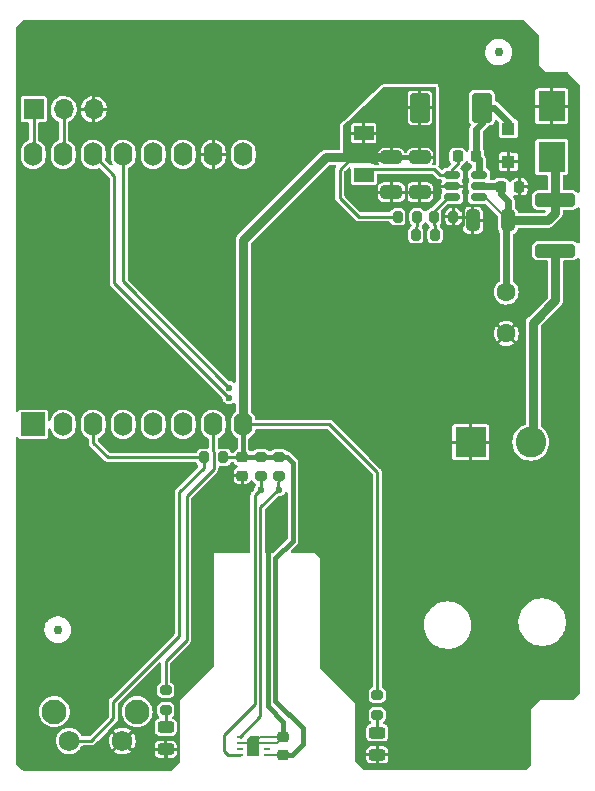
<source format=gbr>
%TF.GenerationSoftware,KiCad,Pcbnew,(6.0.7)*%
%TF.CreationDate,2022-10-17T23:11:19+02:00*%
%TF.ProjectId,Wifi_homesensor,57696669-5f68-46f6-9d65-73656e736f72,rev?*%
%TF.SameCoordinates,Original*%
%TF.FileFunction,Copper,L1,Top*%
%TF.FilePolarity,Positive*%
%FSLAX46Y46*%
G04 Gerber Fmt 4.6, Leading zero omitted, Abs format (unit mm)*
G04 Created by KiCad (PCBNEW (6.0.7)) date 2022-10-17 23:11:19*
%MOMM*%
%LPD*%
G01*
G04 APERTURE LIST*
G04 Aperture macros list*
%AMRoundRect*
0 Rectangle with rounded corners*
0 $1 Rounding radius*
0 $2 $3 $4 $5 $6 $7 $8 $9 X,Y pos of 4 corners*
0 Add a 4 corners polygon primitive as box body*
4,1,4,$2,$3,$4,$5,$6,$7,$8,$9,$2,$3,0*
0 Add four circle primitives for the rounded corners*
1,1,$1+$1,$2,$3*
1,1,$1+$1,$4,$5*
1,1,$1+$1,$6,$7*
1,1,$1+$1,$8,$9*
0 Add four rect primitives between the rounded corners*
20,1,$1+$1,$2,$3,$4,$5,0*
20,1,$1+$1,$4,$5,$6,$7,0*
20,1,$1+$1,$6,$7,$8,$9,0*
20,1,$1+$1,$8,$9,$2,$3,0*%
%AMFreePoly0*
4,1,6,0.500000,-0.850000,-0.500000,-0.850000,-0.500000,0.550000,-0.200000,0.850000,0.500000,0.850000,0.500000,-0.850000,0.500000,-0.850000,$1*%
G04 Aperture macros list end*
%TA.AperFunction,SMDPad,CuDef*%
%ADD10RoundRect,0.200000X-0.200000X-0.275000X0.200000X-0.275000X0.200000X0.275000X-0.200000X0.275000X0*%
%TD*%
%TA.AperFunction,SMDPad,CuDef*%
%ADD11RoundRect,0.225000X0.250000X-0.225000X0.250000X0.225000X-0.250000X0.225000X-0.250000X-0.225000X0*%
%TD*%
%TA.AperFunction,SMDPad,CuDef*%
%ADD12RoundRect,0.225000X-0.225000X-0.250000X0.225000X-0.250000X0.225000X0.250000X-0.225000X0.250000X0*%
%TD*%
%TA.AperFunction,SMDPad,CuDef*%
%ADD13RoundRect,0.150000X-0.512500X-0.150000X0.512500X-0.150000X0.512500X0.150000X-0.512500X0.150000X0*%
%TD*%
%TA.AperFunction,SMDPad,CuDef*%
%ADD14RoundRect,0.243750X0.456250X-0.243750X0.456250X0.243750X-0.456250X0.243750X-0.456250X-0.243750X0*%
%TD*%
%TA.AperFunction,ComponentPad*%
%ADD15R,2.000000X2.000000*%
%TD*%
%TA.AperFunction,ComponentPad*%
%ADD16O,1.600000X2.000000*%
%TD*%
%TA.AperFunction,SMDPad,CuDef*%
%ADD17R,2.300000X2.500000*%
%TD*%
%TA.AperFunction,SMDPad,CuDef*%
%ADD18RoundRect,0.225000X-0.250000X0.225000X-0.250000X-0.225000X0.250000X-0.225000X0.250000X0.225000X0*%
%TD*%
%TA.AperFunction,SMDPad,CuDef*%
%ADD19RoundRect,0.200000X0.200000X0.275000X-0.200000X0.275000X-0.200000X-0.275000X0.200000X-0.275000X0*%
%TD*%
%TA.AperFunction,ComponentPad*%
%ADD20R,2.600000X2.600000*%
%TD*%
%TA.AperFunction,ComponentPad*%
%ADD21C,2.600000*%
%TD*%
%TA.AperFunction,SMDPad,CuDef*%
%ADD22RoundRect,0.200000X0.275000X-0.200000X0.275000X0.200000X-0.275000X0.200000X-0.275000X-0.200000X0*%
%TD*%
%TA.AperFunction,SMDPad,CuDef*%
%ADD23R,1.700000X1.300000*%
%TD*%
%TA.AperFunction,ComponentPad*%
%ADD24C,2.100000*%
%TD*%
%TA.AperFunction,ComponentPad*%
%ADD25C,1.750000*%
%TD*%
%TA.AperFunction,SMDPad,CuDef*%
%ADD26RoundRect,0.165000X0.660000X-1.085000X0.660000X1.085000X-0.660000X1.085000X-0.660000X-1.085000X0*%
%TD*%
%TA.AperFunction,SMDPad,CuDef*%
%ADD27RoundRect,0.250000X0.325000X0.650000X-0.325000X0.650000X-0.325000X-0.650000X0.325000X-0.650000X0*%
%TD*%
%TA.AperFunction,SMDPad,CuDef*%
%ADD28R,1.100000X1.100000*%
%TD*%
%TA.AperFunction,SMDPad,CuDef*%
%ADD29C,0.750000*%
%TD*%
%TA.AperFunction,SMDPad,CuDef*%
%ADD30RoundRect,0.250000X-0.650000X0.325000X-0.650000X-0.325000X0.650000X-0.325000X0.650000X0.325000X0*%
%TD*%
%TA.AperFunction,ComponentPad*%
%ADD31R,1.700000X1.700000*%
%TD*%
%TA.AperFunction,ComponentPad*%
%ADD32O,1.700000X1.700000*%
%TD*%
%TA.AperFunction,SMDPad,CuDef*%
%ADD33R,0.550000X0.250000*%
%TD*%
%TA.AperFunction,SMDPad,CuDef*%
%ADD34FreePoly0,0.000000*%
%TD*%
%TA.AperFunction,ComponentPad*%
%ADD35C,1.600000*%
%TD*%
%TA.AperFunction,SMDPad,CuDef*%
%ADD36RoundRect,0.250000X-1.450000X0.312500X-1.450000X-0.312500X1.450000X-0.312500X1.450000X0.312500X0*%
%TD*%
%TA.AperFunction,ViaPad*%
%ADD37C,0.600000*%
%TD*%
%TA.AperFunction,ViaPad*%
%ADD38C,1.000000*%
%TD*%
%TA.AperFunction,Conductor*%
%ADD39C,0.254000*%
%TD*%
%TA.AperFunction,Conductor*%
%ADD40C,0.600000*%
%TD*%
%TA.AperFunction,Conductor*%
%ADD41C,0.750000*%
%TD*%
%TA.AperFunction,Conductor*%
%ADD42C,0.200000*%
%TD*%
%TA.AperFunction,Conductor*%
%ADD43C,0.400000*%
%TD*%
%TA.AperFunction,Conductor*%
%ADD44C,0.250000*%
%TD*%
G04 APERTURE END LIST*
D10*
%TO.P,R8,1*%
%TO.N,/CONFIG*%
X141532000Y-102641400D03*
%TO.P,R8,2*%
%TO.N,+3V3*%
X143182000Y-102641400D03*
%TD*%
D11*
%TO.P,C6,1*%
%TO.N,+3V3*%
X148269800Y-127851200D03*
%TO.P,C6,2*%
%TO.N,GND*%
X148269800Y-126301200D03*
%TD*%
D12*
%TO.P,C3,1*%
%TO.N,Net-(C3-Pad1)*%
X163029600Y-77139800D03*
%TO.P,C3,2*%
%TO.N,Net-(C3-Pad2)*%
X164579600Y-77139800D03*
%TD*%
D13*
%TO.P,U1,1,BOOST*%
%TO.N,Net-(C3-Pad1)*%
X162555600Y-78714600D03*
%TO.P,U1,2,GND*%
%TO.N,GND*%
X162555600Y-79664600D03*
%TO.P,U1,3,Vfb*%
%TO.N,Net-(R2-Pad1)*%
X162555600Y-80614600D03*
%TO.P,U1,4,EN*%
%TO.N,+12V*%
X164830600Y-80614600D03*
%TO.P,U1,5,Vin*%
X164830600Y-79664600D03*
%TO.P,U1,6,SW*%
%TO.N,Net-(C3-Pad2)*%
X164830600Y-78714600D03*
%TD*%
D14*
%TO.P,D3,2,A*%
%TO.N,Net-(D3-Pad2)*%
X138313000Y-125478300D03*
%TO.P,D3,1,K*%
%TO.N,GND*%
X138313000Y-127353300D03*
%TD*%
D15*
%TO.P,U2,1,~{RST}*%
%TO.N,unconnected-(U2-Pad1)*%
X127076200Y-99845000D03*
D16*
%TO.P,U2,2,A0*%
%TO.N,unconnected-(U2-Pad2)*%
X129616200Y-99845000D03*
%TO.P,U2,3,D0*%
%TO.N,/CONFIG*%
X132156200Y-99845000D03*
%TO.P,U2,4,SCK/D5*%
%TO.N,unconnected-(U2-Pad4)*%
X134696200Y-99845000D03*
%TO.P,U2,5,MISO/D6*%
%TO.N,unconnected-(U2-Pad5)*%
X137236200Y-99845000D03*
%TO.P,U2,6,MOSI/D7*%
%TO.N,unconnected-(U2-Pad6)*%
X139776200Y-99845000D03*
%TO.P,U2,7,CS/D8*%
%TO.N,Net-(R5-Pad2)*%
X142316200Y-99845000D03*
%TO.P,U2,8,3V3*%
%TO.N,+3V3*%
X144856200Y-99845000D03*
%TO.P,U2,9,5V*%
%TO.N,unconnected-(U2-Pad9)*%
X144856200Y-76985000D03*
%TO.P,U2,10,GND*%
%TO.N,GND*%
X142316200Y-76985000D03*
%TO.P,U2,11,D4*%
%TO.N,unconnected-(U2-Pad11)*%
X139776200Y-76985000D03*
%TO.P,U2,12,D3*%
%TO.N,unconnected-(U2-Pad12)*%
X137236200Y-76985000D03*
%TO.P,U2,13,SDA/D2*%
%TO.N,/SDA*%
X134696200Y-76985000D03*
%TO.P,U2,14,SCL/D1*%
%TO.N,/SCL*%
X132156200Y-76985000D03*
%TO.P,U2,15,RX*%
%TO.N,/RX*%
X129616200Y-76985000D03*
%TO.P,U2,16,TX*%
%TO.N,/TX*%
X127076200Y-76985000D03*
%TD*%
D17*
%TO.P,D5,1,A1*%
%TO.N,+12V*%
X170992800Y-77207000D03*
%TO.P,D5,2,A2*%
%TO.N,GND*%
X170992800Y-72907000D03*
%TD*%
D18*
%TO.P,C7,1*%
%TO.N,+3V3*%
X144780000Y-102628400D03*
%TO.P,C7,2*%
%TO.N,GND*%
X144780000Y-104178400D03*
%TD*%
D19*
%TO.P,R3,1*%
%TO.N,GND*%
X162646200Y-82270600D03*
%TO.P,R3,2*%
%TO.N,Net-(R2-Pad1)*%
X160996200Y-82270600D03*
%TD*%
D20*
%TO.P,J2,1,Pin_1*%
%TO.N,GND*%
X164129800Y-101346000D03*
D21*
%TO.P,J2,2,Pin_2*%
%TO.N,Net-(F1-Pad2)*%
X169209800Y-101346000D03*
%TD*%
D22*
%TO.P,R7,1*%
%TO.N,Net-(D4-Pad2)*%
X156210000Y-124423700D03*
%TO.P,R7,2*%
%TO.N,+3V3*%
X156210000Y-122773700D03*
%TD*%
D23*
%TO.P,D2,1,K*%
%TO.N,Net-(C3-Pad1)*%
X155077000Y-78686600D03*
%TO.P,D2,2,A*%
%TO.N,+3V3*%
X155077000Y-75186600D03*
%TD*%
D24*
%TO.P,SW1,*%
%TO.N,*%
X135880000Y-124154400D03*
X128870000Y-124154400D03*
D25*
%TO.P,SW1,1,1*%
%TO.N,GND*%
X134630000Y-126644400D03*
%TO.P,SW1,2,2*%
%TO.N,/CONFIG*%
X130130000Y-126644400D03*
%TD*%
D26*
%TO.P,L1,1,1*%
%TO.N,+3V3*%
X159818000Y-73025000D03*
%TO.P,L1,2,2*%
%TO.N,Net-(C3-Pad2)*%
X165068000Y-73025000D03*
%TD*%
D27*
%TO.P,C2,1*%
%TO.N,+12V*%
X167270800Y-82575400D03*
%TO.P,C2,2*%
%TO.N,GND*%
X164320800Y-82575400D03*
%TD*%
D22*
%TO.P,R4,1*%
%TO.N,/SCL*%
X146354800Y-104228400D03*
%TO.P,R4,2*%
%TO.N,+3V3*%
X146354800Y-102578400D03*
%TD*%
D28*
%TO.P,D1,1,K*%
%TO.N,Net-(C3-Pad2)*%
X167319800Y-74800000D03*
%TO.P,D1,2,A*%
%TO.N,GND*%
X167319800Y-77600000D03*
%TD*%
D29*
%TO.P,FID1,*%
%TO.N,*%
X129159000Y-117221000D03*
%TD*%
D22*
%TO.P,R5,1*%
%TO.N,Net-(D3-Pad2)*%
X138313000Y-124002800D03*
%TO.P,R5,2*%
%TO.N,Net-(R5-Pad2)*%
X138313000Y-122352800D03*
%TD*%
D30*
%TO.P,C4,1*%
%TO.N,+3V3*%
X159801400Y-77237800D03*
%TO.P,C4,2*%
%TO.N,GND*%
X159801400Y-80187800D03*
%TD*%
D19*
%TO.P,R2,1*%
%TO.N,Net-(R2-Pad1)*%
X161124400Y-83794600D03*
%TO.P,R2,2*%
%TO.N,Net-(R1-Pad1)*%
X159474400Y-83794600D03*
%TD*%
D31*
%TO.P,J1,1,Pin_1*%
%TO.N,/TX*%
X127127000Y-73152000D03*
D32*
%TO.P,J1,2,Pin_2*%
%TO.N,/RX*%
X129667000Y-73152000D03*
%TO.P,J1,3,Pin_3*%
%TO.N,GND*%
X132207000Y-73152000D03*
%TD*%
D12*
%TO.P,C1,1*%
%TO.N,+12V*%
X166684200Y-79730600D03*
%TO.P,C1,2*%
%TO.N,GND*%
X168234200Y-79730600D03*
%TD*%
D33*
%TO.P,U3,1,SDA*%
%TO.N,/SDA*%
X144554800Y-126326200D03*
%TO.P,U3,2,ADDR*%
%TO.N,GND*%
X144554800Y-126826200D03*
%TO.P,U3,3,ALERT*%
%TO.N,unconnected-(U3-Pad3)*%
X144554800Y-127326200D03*
%TO.P,U3,4,SCL*%
%TO.N,/SCL*%
X144554800Y-127826200D03*
%TO.P,U3,5,VDD*%
%TO.N,+3V3*%
X146904800Y-127826200D03*
%TO.P,U3,6,~{RESET}*%
%TO.N,unconnected-(U3-Pad6)*%
X146904800Y-127326200D03*
%TO.P,U3,7,R*%
%TO.N,GND*%
X146904800Y-126826200D03*
%TO.P,U3,8,VSS*%
X146904800Y-126326200D03*
D34*
%TO.P,U3,9,VSS*%
X145729800Y-127076200D03*
%TD*%
D19*
%TO.P,R1,1*%
%TO.N,Net-(R1-Pad1)*%
X159598200Y-82270600D03*
%TO.P,R1,2*%
%TO.N,+3V3*%
X157948200Y-82270600D03*
%TD*%
D30*
%TO.P,C5,1*%
%TO.N,+3V3*%
X157413800Y-77241400D03*
%TO.P,C5,2*%
%TO.N,GND*%
X157413800Y-80191400D03*
%TD*%
D35*
%TO.P,C8,1*%
%TO.N,+12V*%
X167132000Y-88646000D03*
%TO.P,C8,2*%
%TO.N,GND*%
X167132000Y-92146000D03*
%TD*%
D14*
%TO.P,D4,1,K*%
%TO.N,GND*%
X156210000Y-127810500D03*
%TO.P,D4,2,A*%
%TO.N,Net-(D4-Pad2)*%
X156210000Y-125935500D03*
%TD*%
D36*
%TO.P,F1,1*%
%TO.N,+12V*%
X171297600Y-80848200D03*
%TO.P,F1,2*%
%TO.N,Net-(F1-Pad2)*%
X171297600Y-85123200D03*
%TD*%
D29*
%TO.P,FID2,*%
%TO.N,*%
X166497000Y-68326000D03*
%TD*%
D22*
%TO.P,R6,1*%
%TO.N,/SDA*%
X147904200Y-104228400D03*
%TO.P,R6,2*%
%TO.N,+3V3*%
X147904200Y-102578400D03*
%TD*%
D37*
%TO.N,GND*%
X167513000Y-105029000D03*
X126365000Y-114935000D03*
X132715000Y-95885000D03*
X148844000Y-78232000D03*
X165608000Y-81915000D03*
X138303000Y-114300000D03*
X168529000Y-78613000D03*
X165735000Y-82931000D03*
X168148000Y-127889000D03*
X161290000Y-80010000D03*
X126365000Y-118364000D03*
X159639000Y-128270000D03*
X151130000Y-66167000D03*
X138176000Y-105410000D03*
X160274000Y-81280000D03*
X168148000Y-113284000D03*
X154686000Y-122936000D03*
X163703000Y-80137000D03*
X172593000Y-116586000D03*
X168402000Y-66548000D03*
X141859000Y-120015000D03*
X169037000Y-72644000D03*
X152898553Y-70101333D03*
X148082000Y-106299000D03*
X134620000Y-108458000D03*
X126238000Y-95758000D03*
X143637000Y-86487000D03*
X159766000Y-78994000D03*
X137795000Y-96266000D03*
X164573434Y-87864558D03*
X163703000Y-118999000D03*
X164338000Y-84201000D03*
X138531947Y-69844786D03*
X144780000Y-105181400D03*
X163693100Y-79248000D03*
X126238000Y-68199000D03*
X136144000Y-84582000D03*
X157480000Y-78994000D03*
X172593000Y-82931000D03*
X126619000Y-128524000D03*
X147193000Y-108712000D03*
X169291000Y-79629000D03*
X168275000Y-125222000D03*
X168656000Y-68453000D03*
X130556000Y-82042000D03*
X168529000Y-123063000D03*
X152400000Y-117221000D03*
X158970155Y-97252508D03*
X136398000Y-117856000D03*
X126238000Y-102108000D03*
X143256000Y-104013000D03*
X141605000Y-107061000D03*
X141859000Y-113538000D03*
X153162000Y-104648000D03*
X126365000Y-110998000D03*
X138379200Y-128447800D03*
X166116000Y-77089000D03*
X157861000Y-128270000D03*
X126238000Y-86487000D03*
X126365000Y-107696000D03*
X162941000Y-106807000D03*
X166116000Y-77978000D03*
X172720000Y-79375000D03*
X141859000Y-115443000D03*
X149978787Y-95370920D03*
X158623000Y-81280000D03*
X168275000Y-80899000D03*
X158496000Y-66167000D03*
X155829000Y-80137000D03*
X150495000Y-109855000D03*
X130027714Y-110342054D03*
X165608000Y-66167000D03*
X156591000Y-92837000D03*
X160782000Y-78994000D03*
X136779000Y-72771000D03*
X168529000Y-77089000D03*
X170307000Y-122301000D03*
X162433000Y-66040000D03*
X145161000Y-81915000D03*
X158877000Y-104902000D03*
X165227000Y-128270000D03*
X152400000Y-113538000D03*
X147320000Y-83947000D03*
X172593000Y-119380000D03*
X141097000Y-108712000D03*
X131445000Y-114427000D03*
X172593000Y-102362000D03*
X172593000Y-95377000D03*
X130683000Y-66167000D03*
X146685000Y-66167000D03*
X139748917Y-88737228D03*
X172593000Y-105791000D03*
X142875000Y-66167000D03*
X152654000Y-120523000D03*
X146290854Y-94466767D03*
X159005424Y-87370469D03*
X152527000Y-110744000D03*
X159131000Y-119380000D03*
X144780000Y-109855000D03*
X139065000Y-123190000D03*
X126873000Y-66167000D03*
X126238000Y-79121000D03*
X148964840Y-73350922D03*
X145031126Y-69844786D03*
X135636000Y-66040000D03*
X126365000Y-104648000D03*
X132207000Y-128524000D03*
X126238000Y-90043000D03*
X157226000Y-81407000D03*
X166751000Y-76530200D03*
X172593000Y-113157000D03*
X136017000Y-79756000D03*
X139700000Y-103759000D03*
X167386000Y-78740000D03*
X129286000Y-128524000D03*
X156083000Y-81153000D03*
X126365000Y-121666000D03*
X171323000Y-70739000D03*
X159131000Y-115443000D03*
X162560000Y-128270000D03*
X165481000Y-83820000D03*
X138938000Y-66167000D03*
X166116000Y-115189000D03*
X126238000Y-81915000D03*
X144646306Y-73393680D03*
X141859000Y-110998000D03*
X172593000Y-122174000D03*
X146177000Y-87122000D03*
X162687000Y-124206000D03*
X159258000Y-110236000D03*
X135001000Y-128524000D03*
X126238000Y-70358000D03*
X162179000Y-69342000D03*
X155067000Y-66167000D03*
X132207000Y-104648000D03*
X172593000Y-75057000D03*
X163576000Y-113411000D03*
X167767000Y-76581000D03*
X168529000Y-77851000D03*
X163449000Y-81407000D03*
X163068000Y-83312000D03*
X172720000Y-106807000D03*
X172593000Y-91059000D03*
X140335000Y-121539000D03*
X154686000Y-126746000D03*
X169037000Y-70612000D03*
X172593000Y-87249000D03*
X158623000Y-78994000D03*
X131191000Y-120015000D03*
X167640000Y-119888000D03*
X126365000Y-124333000D03*
X142748000Y-91948000D03*
X172593000Y-99187000D03*
X138557000Y-109728000D03*
X132842000Y-91313000D03*
X141859000Y-117856000D03*
X130556000Y-87249000D03*
X131049340Y-68989631D03*
X165227000Y-98298000D03*
X151499062Y-88529679D03*
D38*
X147878800Y-107492800D03*
D37*
X149352000Y-81661000D03*
X151765000Y-79629000D03*
X126365000Y-126746000D03*
%TO.N,/SCL*%
X146354800Y-105384600D03*
X143662400Y-97586800D03*
%TO.N,/SDA*%
X143699003Y-96737397D03*
X147878800Y-105384600D03*
%TD*%
D39*
%TO.N,/SCL*%
X143240600Y-126126400D02*
X145856800Y-123510200D01*
X143240600Y-127457200D02*
X143240600Y-126126400D01*
X145856800Y-123510200D02*
X145856800Y-105857200D01*
X143609600Y-127826200D02*
X143240600Y-127457200D01*
X144554800Y-127826200D02*
X143609600Y-127826200D01*
X145856800Y-105857200D02*
X146329400Y-105384600D01*
X146329400Y-105384600D02*
X146354800Y-105384600D01*
D40*
%TO.N,+12V*%
X166618200Y-79664600D02*
X166684200Y-79730600D01*
D41*
X171297600Y-80848200D02*
X171297600Y-77511800D01*
X170637200Y-82575400D02*
X167270800Y-82575400D01*
D40*
X167284400Y-82561800D02*
X167270800Y-82575400D01*
D41*
X171297600Y-81915000D02*
X170637200Y-82575400D01*
D40*
X164830600Y-79664600D02*
X166618200Y-79664600D01*
X166684200Y-80349600D02*
X167284400Y-80949800D01*
X167284400Y-80949800D02*
X167284400Y-82561800D01*
X166684200Y-79730600D02*
X166684200Y-80349600D01*
D42*
X165298200Y-80614600D02*
X166243000Y-81559400D01*
X166243000Y-81547600D02*
X167270800Y-82575400D01*
X166243000Y-81559400D02*
X166243000Y-81547600D01*
X164830600Y-80614600D02*
X165298200Y-80614600D01*
D41*
X171297600Y-77511800D02*
X170992800Y-77207000D01*
D40*
X167132000Y-88646000D02*
X167132000Y-82714200D01*
X167132000Y-82714200D02*
X167270800Y-82575400D01*
D41*
X171297600Y-80848200D02*
X171297600Y-81915000D01*
D39*
%TO.N,GND*%
X163423600Y-82270600D02*
X164016000Y-82270600D01*
D43*
X147878800Y-107696000D02*
X147878800Y-107492800D01*
X148269800Y-125028800D02*
X146939000Y-123698000D01*
X147878800Y-107696000D02*
X147904200Y-107670600D01*
D42*
X146904800Y-126826200D02*
X147744800Y-126826200D01*
X146288600Y-126314200D02*
X145729800Y-126873000D01*
D39*
X164016000Y-82270600D02*
X164320800Y-82575400D01*
D42*
X145729800Y-126873000D02*
X145729800Y-127076200D01*
D39*
X138313000Y-127353300D02*
X138313000Y-128381600D01*
X138313000Y-128381600D02*
X138379200Y-128447800D01*
D42*
X146300600Y-126326200D02*
X146288600Y-126314200D01*
X145979800Y-126826200D02*
X145729800Y-127076200D01*
D43*
X147878800Y-109397800D02*
X147878800Y-107746800D01*
X147878800Y-107746800D02*
X147878800Y-107696000D01*
X146939000Y-110337600D02*
X147878800Y-109397800D01*
X148269800Y-126301200D02*
X148269800Y-125028800D01*
D39*
X163449000Y-81407000D02*
X163449000Y-82245200D01*
D42*
X146904800Y-126326200D02*
X146300600Y-126326200D01*
X147744800Y-126826200D02*
X148269800Y-126301200D01*
X144554800Y-126826200D02*
X145479800Y-126826200D01*
D44*
X144780000Y-104178400D02*
X144780000Y-105181400D01*
D39*
X163449000Y-82245200D02*
X163423600Y-82270600D01*
X163449000Y-82245200D02*
X163449000Y-82931000D01*
X158623000Y-78994000D02*
X158623000Y-81280000D01*
D42*
X148244800Y-126326200D02*
X148269800Y-126301200D01*
D43*
X146939000Y-123698000D02*
X146939000Y-110337600D01*
D39*
X162646200Y-82270600D02*
X163423600Y-82270600D01*
D42*
X145479800Y-126826200D02*
X145729800Y-127076200D01*
X146904800Y-126826200D02*
X145979800Y-126826200D01*
X146904800Y-126326200D02*
X148244800Y-126326200D01*
D39*
X163449000Y-82931000D02*
X163068000Y-83312000D01*
%TO.N,Net-(C3-Pad1)*%
X161036000Y-78232000D02*
X155531600Y-78232000D01*
X162555600Y-78714600D02*
X161518600Y-78714600D01*
X162555600Y-78236400D02*
X162555600Y-78714600D01*
X155531600Y-78232000D02*
X155077000Y-78686600D01*
X163029600Y-77139800D02*
X163029600Y-77762400D01*
X163029600Y-77762400D02*
X162555600Y-78236400D01*
X161518600Y-78714600D02*
X161036000Y-78232000D01*
D40*
%TO.N,Net-(C3-Pad2)*%
X165074600Y-74345800D02*
X165074600Y-73031600D01*
X164830600Y-78714600D02*
X164830600Y-77390800D01*
X164579600Y-77139800D02*
X164579600Y-74840800D01*
X164579600Y-74840800D02*
X165074600Y-74345800D01*
X167319800Y-74254200D02*
X166090600Y-73025000D01*
X166090600Y-73025000D02*
X165068000Y-73025000D01*
X164830600Y-77390800D02*
X164579600Y-77139800D01*
X167319800Y-74800000D02*
X167319800Y-74254200D01*
X165074600Y-73031600D02*
X165068000Y-73025000D01*
D39*
%TO.N,+3V3*%
X157948200Y-82270600D02*
X154660600Y-82270600D01*
D43*
X157413800Y-77241400D02*
X159797800Y-77241400D01*
X149946200Y-126923800D02*
X149946200Y-125577600D01*
D42*
X146904800Y-127826200D02*
X148244800Y-127826200D01*
D39*
X154660600Y-82270600D02*
X153035000Y-80645000D01*
D43*
X147599400Y-123230800D02*
X147599400Y-111150400D01*
D41*
X151866600Y-77241400D02*
X144856200Y-84251800D01*
X154076400Y-77241400D02*
X151866600Y-77241400D01*
D42*
X148244800Y-127826200D02*
X148269800Y-127851200D01*
D39*
X156210000Y-122773700D02*
X156210000Y-103886000D01*
X153035000Y-78282800D02*
X154076400Y-77241400D01*
D43*
X149072600Y-103073200D02*
X148577800Y-102578400D01*
X147599400Y-111150400D02*
X149072600Y-109677200D01*
X149072600Y-109677200D02*
X149072600Y-103073200D01*
X149018800Y-127851200D02*
X149946200Y-126923800D01*
X148577800Y-102578400D02*
X147904200Y-102578400D01*
X149946200Y-125577600D02*
X147599400Y-123230800D01*
D39*
X153035000Y-80645000D02*
X153035000Y-78282800D01*
D43*
X147904200Y-102578400D02*
X146354800Y-102578400D01*
D41*
X157413800Y-77241400D02*
X154076400Y-77241400D01*
D43*
X144856200Y-99845000D02*
X144856200Y-102552200D01*
X144830000Y-102578400D02*
X144780000Y-102628400D01*
D39*
X156210000Y-103886000D02*
X152169000Y-99845000D01*
D43*
X144856200Y-102552200D02*
X144780000Y-102628400D01*
X146354800Y-102578400D02*
X144830000Y-102578400D01*
D41*
X144856200Y-84251800D02*
X144856200Y-99845000D01*
D39*
X152169000Y-99845000D02*
X144856200Y-99845000D01*
X144767000Y-102641400D02*
X144780000Y-102628400D01*
X143182000Y-102641400D02*
X144767000Y-102641400D01*
D43*
X148269800Y-127851200D02*
X149018800Y-127851200D01*
X159797800Y-77241400D02*
X159801400Y-77237800D01*
D41*
%TO.N,Net-(F1-Pad2)*%
X171297600Y-89338150D02*
X169418000Y-91217750D01*
X171297600Y-85123200D02*
X171297600Y-89338150D01*
X169418000Y-101137800D02*
X169209800Y-101346000D01*
X169418000Y-91217750D02*
X169418000Y-101137800D01*
D39*
%TO.N,Net-(R1-Pad1)*%
X159598200Y-83022600D02*
X159598200Y-82270600D01*
X159474400Y-83794600D02*
X159474400Y-83146400D01*
X159474400Y-83146400D02*
X159598200Y-83022600D01*
%TO.N,Net-(R2-Pad1)*%
X160996200Y-82916600D02*
X161124400Y-83044800D01*
X160996200Y-82270600D02*
X160996200Y-82916600D01*
X160996200Y-81827800D02*
X162209400Y-80614600D01*
X161124400Y-83044800D02*
X161124400Y-83794600D01*
X162209400Y-80614600D02*
X162555600Y-80614600D01*
X160996200Y-82270600D02*
X160996200Y-81827800D01*
%TO.N,/SCL*%
X132156200Y-76985000D02*
X133959600Y-78788400D01*
X133959600Y-78788400D02*
X133959600Y-87884000D01*
X146354800Y-104228400D02*
X146354800Y-105384600D01*
X133959600Y-87884000D02*
X143662400Y-97586800D01*
%TO.N,Net-(D3-Pad2)*%
X138313000Y-124002800D02*
X138313000Y-125478300D01*
%TO.N,Net-(R5-Pad2)*%
X140106400Y-105867200D02*
X140106400Y-118059200D01*
X142392400Y-103581200D02*
X140106400Y-105867200D01*
X138313000Y-119852600D02*
X138313000Y-122352800D01*
X142392400Y-102184200D02*
X142392400Y-103581200D01*
X142316200Y-99845000D02*
X142316200Y-102108000D01*
X140106400Y-118059200D02*
X138313000Y-119852600D01*
X142316200Y-102108000D02*
X142392400Y-102184200D01*
%TO.N,/SDA*%
X146310899Y-124570101D02*
X146310899Y-108570117D01*
X147777200Y-105384600D02*
X147878800Y-105384600D01*
X146314000Y-106847800D02*
X147777200Y-105384600D01*
X147853400Y-105359200D02*
X147878800Y-105384600D01*
X146314000Y-108567015D02*
X146314000Y-106847800D01*
X146310899Y-108570117D02*
X146314000Y-108567015D01*
X147904200Y-104673400D02*
X147853400Y-104724200D01*
X134696200Y-76985000D02*
X134696200Y-87734594D01*
X147853400Y-104724200D02*
X147853400Y-105359200D01*
X134696200Y-87734594D02*
X143699003Y-96737397D01*
X144554800Y-126326200D02*
X146310899Y-124570101D01*
X147904200Y-104228400D02*
X147904200Y-104673400D01*
%TO.N,Net-(D4-Pad2)*%
X156210000Y-124423700D02*
X156210000Y-125935500D01*
%TO.N,/CONFIG*%
X141532000Y-103501800D02*
X139446000Y-105587800D01*
X133400800Y-102641400D02*
X132156200Y-101396800D01*
X133883400Y-123317000D02*
X133883400Y-124739400D01*
X141532000Y-102641400D02*
X133400800Y-102641400D01*
X133883400Y-124739400D02*
X131978400Y-126644400D01*
X132156200Y-101396800D02*
X132156200Y-99845000D01*
X139446000Y-117754400D02*
X133883400Y-123317000D01*
X131978400Y-126644400D02*
X130130000Y-126644400D01*
X141532000Y-102641400D02*
X141532000Y-103501800D01*
X139446000Y-105587800D02*
X139446000Y-117754400D01*
%TO.N,/TX*%
X127127000Y-76934200D02*
X127076200Y-76985000D01*
X127127000Y-73152000D02*
X127127000Y-76934200D01*
X127050800Y-76959600D02*
X127076200Y-76985000D01*
%TO.N,/RX*%
X129590800Y-76959600D02*
X129616200Y-76985000D01*
X129667000Y-76934200D02*
X129616200Y-76985000D01*
X129667000Y-73152000D02*
X129667000Y-76934200D01*
%TD*%
%TA.AperFunction,Conductor*%
%TO.N,+3V3*%
G36*
X161155450Y-71267002D02*
G01*
X161201943Y-71320658D01*
X161213328Y-71373470D01*
X161189436Y-77776488D01*
X161169180Y-77844534D01*
X161115351Y-77890826D01*
X161064871Y-77899425D01*
X161064984Y-77900713D01*
X161027189Y-77904020D01*
X161016206Y-77904500D01*
X160986164Y-77904500D01*
X160918043Y-77884498D01*
X160871550Y-77830842D01*
X160861446Y-77760568D01*
X160867281Y-77736752D01*
X160895877Y-77655321D01*
X160899145Y-77640427D01*
X160901121Y-77619519D01*
X160901400Y-77613608D01*
X160901400Y-77382915D01*
X160896925Y-77367676D01*
X160895535Y-77366471D01*
X160887852Y-77364800D01*
X159800400Y-77364800D01*
X159732279Y-77344798D01*
X159685786Y-77291142D01*
X159674400Y-77238800D01*
X159674400Y-77092685D01*
X159928400Y-77092685D01*
X159932875Y-77107924D01*
X159934265Y-77109129D01*
X159941948Y-77110800D01*
X160883284Y-77110800D01*
X160898523Y-77106325D01*
X160899728Y-77104935D01*
X160901399Y-77097252D01*
X160901399Y-76861996D01*
X160901120Y-76856075D01*
X160899144Y-76835169D01*
X160895879Y-76820284D01*
X160856706Y-76708736D01*
X160847994Y-76692280D01*
X160778784Y-76598579D01*
X160765621Y-76585416D01*
X160671920Y-76516206D01*
X160655464Y-76507494D01*
X160543921Y-76468323D01*
X160529027Y-76465055D01*
X160508119Y-76463079D01*
X160502208Y-76462800D01*
X159946515Y-76462800D01*
X159931276Y-76467275D01*
X159930071Y-76468665D01*
X159928400Y-76476348D01*
X159928400Y-77092685D01*
X159674400Y-77092685D01*
X159674400Y-76480916D01*
X159669925Y-76465677D01*
X159668535Y-76464472D01*
X159660852Y-76462801D01*
X159100596Y-76462801D01*
X159094675Y-76463080D01*
X159073769Y-76465056D01*
X159058884Y-76468321D01*
X158947336Y-76507494D01*
X158930880Y-76516206D01*
X158837179Y-76585416D01*
X158824016Y-76598579D01*
X158754806Y-76692280D01*
X158746094Y-76708736D01*
X158725851Y-76766379D01*
X158684408Y-76824025D01*
X158618378Y-76850113D01*
X158548726Y-76836362D01*
X158497565Y-76787137D01*
X158488085Y-76766380D01*
X158469105Y-76712334D01*
X158460394Y-76695880D01*
X158391184Y-76602179D01*
X158378021Y-76589016D01*
X158284320Y-76519806D01*
X158267864Y-76511094D01*
X158156321Y-76471923D01*
X158141427Y-76468655D01*
X158120519Y-76466679D01*
X158114608Y-76466400D01*
X157558915Y-76466400D01*
X157543676Y-76470875D01*
X157542471Y-76472265D01*
X157540800Y-76479948D01*
X157540800Y-77242400D01*
X157520798Y-77310521D01*
X157467142Y-77357014D01*
X157414800Y-77368400D01*
X156331916Y-77368400D01*
X156316677Y-77372875D01*
X156315472Y-77374265D01*
X156313801Y-77381948D01*
X156313801Y-77617204D01*
X156314080Y-77623125D01*
X156316056Y-77644031D01*
X156319321Y-77658916D01*
X156346655Y-77736752D01*
X156350353Y-77807652D01*
X156315133Y-77869297D01*
X156252177Y-77902114D01*
X156227772Y-77904500D01*
X156128411Y-77904500D01*
X156058409Y-77883265D01*
X156015550Y-77854627D01*
X156015546Y-77854625D01*
X156005231Y-77847733D01*
X155993062Y-77845312D01*
X155993061Y-77845312D01*
X155952816Y-77837307D01*
X155946748Y-77836100D01*
X155857697Y-77836100D01*
X155789576Y-77816098D01*
X155759764Y-77789379D01*
X155738799Y-77763481D01*
X155727400Y-77749400D01*
X153798390Y-77749400D01*
X153730269Y-77729398D01*
X153709295Y-77712495D01*
X153351305Y-77354505D01*
X153317279Y-77292193D01*
X153314400Y-77265410D01*
X153314400Y-77096285D01*
X156313800Y-77096285D01*
X156318275Y-77111524D01*
X156319665Y-77112729D01*
X156327348Y-77114400D01*
X157268685Y-77114400D01*
X157283924Y-77109925D01*
X157285129Y-77108535D01*
X157286800Y-77100852D01*
X157286800Y-76484516D01*
X157282325Y-76469277D01*
X157280935Y-76468072D01*
X157273252Y-76466401D01*
X156712996Y-76466401D01*
X156707075Y-76466680D01*
X156686169Y-76468656D01*
X156671284Y-76471921D01*
X156559736Y-76511094D01*
X156543280Y-76519806D01*
X156449579Y-76589016D01*
X156436416Y-76602179D01*
X156367206Y-76695880D01*
X156358494Y-76712336D01*
X156319323Y-76823879D01*
X156316055Y-76838773D01*
X156314079Y-76859681D01*
X156313800Y-76865592D01*
X156313800Y-77096285D01*
X153314400Y-77096285D01*
X153314400Y-75850111D01*
X154027000Y-75850111D01*
X154028207Y-75862366D01*
X154036183Y-75902464D01*
X154045499Y-75924955D01*
X154075915Y-75970476D01*
X154093124Y-75987685D01*
X154138645Y-76018101D01*
X154161136Y-76027417D01*
X154201234Y-76035393D01*
X154213489Y-76036600D01*
X154931885Y-76036600D01*
X154947124Y-76032125D01*
X154948329Y-76030735D01*
X154950000Y-76023052D01*
X154950000Y-76018485D01*
X155204000Y-76018485D01*
X155208475Y-76033724D01*
X155209865Y-76034929D01*
X155217548Y-76036600D01*
X155940511Y-76036600D01*
X155952766Y-76035393D01*
X155992864Y-76027417D01*
X156015355Y-76018101D01*
X156060876Y-75987685D01*
X156078085Y-75970476D01*
X156108501Y-75924955D01*
X156117817Y-75902464D01*
X156125793Y-75862366D01*
X156127000Y-75850111D01*
X156127000Y-75331715D01*
X156122525Y-75316476D01*
X156121135Y-75315271D01*
X156113452Y-75313600D01*
X155222115Y-75313600D01*
X155206876Y-75318075D01*
X155205671Y-75319465D01*
X155204000Y-75327148D01*
X155204000Y-76018485D01*
X154950000Y-76018485D01*
X154950000Y-75331715D01*
X154945525Y-75316476D01*
X154944135Y-75315271D01*
X154936452Y-75313600D01*
X154045115Y-75313600D01*
X154029876Y-75318075D01*
X154028671Y-75319465D01*
X154027000Y-75327148D01*
X154027000Y-75850111D01*
X153314400Y-75850111D01*
X153314400Y-75041485D01*
X154027000Y-75041485D01*
X154031475Y-75056724D01*
X154032865Y-75057929D01*
X154040548Y-75059600D01*
X154931885Y-75059600D01*
X154947124Y-75055125D01*
X154948329Y-75053735D01*
X154950000Y-75046052D01*
X154950000Y-75041485D01*
X155204000Y-75041485D01*
X155208475Y-75056724D01*
X155209865Y-75057929D01*
X155217548Y-75059600D01*
X156108885Y-75059600D01*
X156124124Y-75055125D01*
X156125329Y-75053735D01*
X156127000Y-75046052D01*
X156127000Y-74523089D01*
X156125793Y-74510834D01*
X156117817Y-74470736D01*
X156108501Y-74448245D01*
X156078085Y-74402724D01*
X156060876Y-74385515D01*
X156015355Y-74355099D01*
X155992864Y-74345783D01*
X155952766Y-74337807D01*
X155940511Y-74336600D01*
X155222115Y-74336600D01*
X155206876Y-74341075D01*
X155205671Y-74342465D01*
X155204000Y-74350148D01*
X155204000Y-75041485D01*
X154950000Y-75041485D01*
X154950000Y-74354715D01*
X154945525Y-74339476D01*
X154944135Y-74338271D01*
X154936452Y-74336600D01*
X154213489Y-74336600D01*
X154201234Y-74337807D01*
X154161136Y-74345783D01*
X154138645Y-74355099D01*
X154093124Y-74385515D01*
X154075915Y-74402724D01*
X154045499Y-74448245D01*
X154036183Y-74470736D01*
X154028207Y-74510834D01*
X154027000Y-74523089D01*
X154027000Y-75041485D01*
X153314400Y-75041485D01*
X153314400Y-74578565D01*
X153334402Y-74510444D01*
X153354687Y-74486211D01*
X153727751Y-74139986D01*
X158793001Y-74139986D01*
X158793672Y-74149152D01*
X158802135Y-74206647D01*
X158807878Y-74225129D01*
X158852525Y-74316065D01*
X158864485Y-74332770D01*
X158935742Y-74403903D01*
X158952470Y-74415835D01*
X159043494Y-74460328D01*
X159061962Y-74466036D01*
X159118879Y-74474340D01*
X159127978Y-74475000D01*
X159672885Y-74475000D01*
X159688124Y-74470525D01*
X159689329Y-74469135D01*
X159691000Y-74461452D01*
X159691000Y-74456884D01*
X159945000Y-74456884D01*
X159949475Y-74472123D01*
X159950865Y-74473328D01*
X159958548Y-74474999D01*
X160507986Y-74474999D01*
X160517152Y-74474328D01*
X160574647Y-74465865D01*
X160593129Y-74460122D01*
X160684065Y-74415475D01*
X160700770Y-74403515D01*
X160771903Y-74332258D01*
X160783835Y-74315530D01*
X160828328Y-74224506D01*
X160834036Y-74206038D01*
X160842340Y-74149121D01*
X160843000Y-74140022D01*
X160843000Y-73170115D01*
X160838525Y-73154876D01*
X160837135Y-73153671D01*
X160829452Y-73152000D01*
X159963115Y-73152000D01*
X159947876Y-73156475D01*
X159946671Y-73157865D01*
X159945000Y-73165548D01*
X159945000Y-74456884D01*
X159691000Y-74456884D01*
X159691000Y-73170115D01*
X159686525Y-73154876D01*
X159685135Y-73153671D01*
X159677452Y-73152000D01*
X158811116Y-73152000D01*
X158795877Y-73156475D01*
X158794672Y-73157865D01*
X158793001Y-73165548D01*
X158793001Y-74139986D01*
X153727751Y-74139986D01*
X155085535Y-72879885D01*
X158793000Y-72879885D01*
X158797475Y-72895124D01*
X158798865Y-72896329D01*
X158806548Y-72898000D01*
X159672885Y-72898000D01*
X159688124Y-72893525D01*
X159689329Y-72892135D01*
X159691000Y-72884452D01*
X159691000Y-72879885D01*
X159945000Y-72879885D01*
X159949475Y-72895124D01*
X159950865Y-72896329D01*
X159958548Y-72898000D01*
X160824884Y-72898000D01*
X160840123Y-72893525D01*
X160841328Y-72892135D01*
X160842999Y-72884452D01*
X160842999Y-71910014D01*
X160842328Y-71900848D01*
X160833865Y-71843353D01*
X160828122Y-71824871D01*
X160783475Y-71733935D01*
X160771515Y-71717230D01*
X160700258Y-71646097D01*
X160683530Y-71634165D01*
X160592506Y-71589672D01*
X160574038Y-71583964D01*
X160517121Y-71575660D01*
X160508022Y-71575000D01*
X159963115Y-71575000D01*
X159947876Y-71579475D01*
X159946671Y-71580865D01*
X159945000Y-71588548D01*
X159945000Y-72879885D01*
X159691000Y-72879885D01*
X159691000Y-71593116D01*
X159686525Y-71577877D01*
X159685135Y-71576672D01*
X159677452Y-71575001D01*
X159128014Y-71575001D01*
X159118848Y-71575672D01*
X159061353Y-71584135D01*
X159042871Y-71589878D01*
X158951935Y-71634525D01*
X158935230Y-71646485D01*
X158864097Y-71717742D01*
X158852165Y-71734470D01*
X158807672Y-71825494D01*
X158801964Y-71843962D01*
X158793660Y-71900879D01*
X158793000Y-71909978D01*
X158793000Y-72879885D01*
X155085535Y-72879885D01*
X156808748Y-71280644D01*
X156872285Y-71248966D01*
X156894459Y-71247000D01*
X161087329Y-71247000D01*
X161155450Y-71267002D01*
G37*
%TD.AperFunction*%
%TD*%
%TA.AperFunction,Conductor*%
%TO.N,GND*%
G36*
X168646531Y-65602802D02*
G01*
X168667505Y-65619705D01*
X169838295Y-66790495D01*
X169872321Y-66852807D01*
X169875200Y-66879590D01*
X169875200Y-69443600D01*
X170459400Y-70027800D01*
X172286810Y-70027800D01*
X172354931Y-70047802D01*
X172375905Y-70064705D01*
X173318095Y-71006895D01*
X173352121Y-71069207D01*
X173355000Y-71095990D01*
X173355000Y-80126644D01*
X173334998Y-80194765D01*
X173281342Y-80241258D01*
X173211068Y-80251362D01*
X173146488Y-80221868D01*
X173128179Y-80202215D01*
X173108004Y-80175296D01*
X173051934Y-80133274D01*
X172999546Y-80094011D01*
X172999543Y-80094009D01*
X172992364Y-80088629D01*
X172891593Y-80050852D01*
X172864443Y-80040674D01*
X172864441Y-80040674D01*
X172857048Y-80037902D01*
X172849198Y-80037049D01*
X172849197Y-80037049D01*
X172798753Y-80031569D01*
X172798752Y-80031569D01*
X172795356Y-80031200D01*
X172053100Y-80031200D01*
X171984979Y-80011198D01*
X171938486Y-79957542D01*
X171927100Y-79905200D01*
X171927100Y-78837499D01*
X171947102Y-78769378D01*
X172000758Y-78722885D01*
X172053100Y-78711499D01*
X172167866Y-78711499D01*
X172203618Y-78704388D01*
X172229926Y-78699156D01*
X172229928Y-78699155D01*
X172242101Y-78696734D01*
X172252421Y-78689839D01*
X172252422Y-78689838D01*
X172315968Y-78647377D01*
X172326284Y-78640484D01*
X172382534Y-78556301D01*
X172397300Y-78482067D01*
X172397299Y-75931934D01*
X172382534Y-75857699D01*
X172326284Y-75773516D01*
X172242101Y-75717266D01*
X172167867Y-75702500D01*
X170992990Y-75702500D01*
X169817734Y-75702501D01*
X169781982Y-75709612D01*
X169755674Y-75714844D01*
X169755672Y-75714845D01*
X169743499Y-75717266D01*
X169733179Y-75724161D01*
X169733178Y-75724162D01*
X169686440Y-75755392D01*
X169659316Y-75773516D01*
X169603066Y-75857699D01*
X169588300Y-75931933D01*
X169588301Y-78482066D01*
X169603066Y-78556301D01*
X169659316Y-78640484D01*
X169743499Y-78696734D01*
X169817733Y-78711500D01*
X170542100Y-78711500D01*
X170610221Y-78731502D01*
X170656714Y-78785158D01*
X170668100Y-78837500D01*
X170668100Y-79905200D01*
X170648098Y-79973321D01*
X170594442Y-80019814D01*
X170542100Y-80031200D01*
X169799844Y-80031200D01*
X169796448Y-80031569D01*
X169796447Y-80031569D01*
X169746003Y-80037049D01*
X169746002Y-80037049D01*
X169738152Y-80037902D01*
X169730759Y-80040674D01*
X169730757Y-80040674D01*
X169703607Y-80050852D01*
X169602836Y-80088629D01*
X169595657Y-80094009D01*
X169595654Y-80094011D01*
X169543266Y-80133274D01*
X169487196Y-80175296D01*
X169481815Y-80182476D01*
X169405911Y-80283754D01*
X169405909Y-80283757D01*
X169400529Y-80290936D01*
X169349802Y-80426252D01*
X169348949Y-80434102D01*
X169348949Y-80434103D01*
X169346492Y-80456724D01*
X169343100Y-80487944D01*
X169343100Y-81208456D01*
X169349802Y-81270148D01*
X169400529Y-81405464D01*
X169405909Y-81412643D01*
X169405911Y-81412646D01*
X169459504Y-81484154D01*
X169487196Y-81521104D01*
X169494376Y-81526485D01*
X169595654Y-81602389D01*
X169595657Y-81602391D01*
X169602836Y-81607771D01*
X169692554Y-81641404D01*
X169730757Y-81655726D01*
X169730759Y-81655726D01*
X169738152Y-81658498D01*
X169746002Y-81659351D01*
X169746003Y-81659351D01*
X169796447Y-81664831D01*
X169799844Y-81665200D01*
X170352962Y-81665200D01*
X170421083Y-81685202D01*
X170467576Y-81738858D01*
X170477680Y-81809132D01*
X170448186Y-81873712D01*
X170442057Y-81880295D01*
X170413357Y-81908995D01*
X170351045Y-81943021D01*
X170324262Y-81945900D01*
X168220768Y-81945900D01*
X168152647Y-81925898D01*
X168106154Y-81872242D01*
X168095505Y-81833507D01*
X168094451Y-81823803D01*
X168094451Y-81823802D01*
X168093598Y-81815952D01*
X168042871Y-81680636D01*
X168037491Y-81673457D01*
X168037489Y-81673454D01*
X167961585Y-81572176D01*
X167956204Y-81564996D01*
X167889333Y-81514879D01*
X167846820Y-81458022D01*
X167838900Y-81414055D01*
X167838900Y-80964875D01*
X167839010Y-80959599D01*
X167841268Y-80905709D01*
X167841628Y-80897126D01*
X167836583Y-80875616D01*
X167831612Y-80854422D01*
X167829449Y-80842749D01*
X167824661Y-80807795D01*
X167823495Y-80799282D01*
X167817447Y-80785306D01*
X167810413Y-80764037D01*
X167808898Y-80757578D01*
X167806937Y-80749217D01*
X167785797Y-80710763D01*
X167780582Y-80700117D01*
X167766570Y-80667737D01*
X167766568Y-80667733D01*
X167763158Y-80659854D01*
X167753579Y-80648025D01*
X167741068Y-80629401D01*
X167740312Y-80628025D01*
X167725040Y-80558691D01*
X167749678Y-80492106D01*
X167806403Y-80449412D01*
X167877205Y-80444163D01*
X167894970Y-80449370D01*
X167897893Y-80450466D01*
X167913134Y-80454090D01*
X167960459Y-80459231D01*
X167967273Y-80459600D01*
X168089085Y-80459600D01*
X168104324Y-80455125D01*
X168105529Y-80453735D01*
X168107200Y-80446052D01*
X168107200Y-80441485D01*
X168361200Y-80441485D01*
X168365675Y-80456724D01*
X168367065Y-80457929D01*
X168374748Y-80459600D01*
X168501127Y-80459600D01*
X168507941Y-80459231D01*
X168555266Y-80454090D01*
X168570511Y-80450465D01*
X168683188Y-80408225D01*
X168698775Y-80399692D01*
X168794210Y-80328166D01*
X168806766Y-80315610D01*
X168878292Y-80220175D01*
X168886825Y-80204588D01*
X168929065Y-80091911D01*
X168932690Y-80076666D01*
X168937831Y-80029341D01*
X168938200Y-80022527D01*
X168938200Y-79875715D01*
X168933725Y-79860476D01*
X168932335Y-79859271D01*
X168924652Y-79857600D01*
X168379315Y-79857600D01*
X168364076Y-79862075D01*
X168362871Y-79863465D01*
X168361200Y-79871148D01*
X168361200Y-80441485D01*
X168107200Y-80441485D01*
X168107200Y-79585485D01*
X168361200Y-79585485D01*
X168365675Y-79600724D01*
X168367065Y-79601929D01*
X168374748Y-79603600D01*
X168920085Y-79603600D01*
X168935324Y-79599125D01*
X168936529Y-79597735D01*
X168938200Y-79590052D01*
X168938200Y-79438673D01*
X168937831Y-79431859D01*
X168932690Y-79384534D01*
X168929065Y-79369289D01*
X168886825Y-79256612D01*
X168878292Y-79241025D01*
X168806766Y-79145590D01*
X168794210Y-79133034D01*
X168698775Y-79061508D01*
X168683188Y-79052975D01*
X168570511Y-79010735D01*
X168555266Y-79007110D01*
X168507941Y-79001969D01*
X168501127Y-79001600D01*
X168379315Y-79001600D01*
X168364076Y-79006075D01*
X168362871Y-79007465D01*
X168361200Y-79015148D01*
X168361200Y-79585485D01*
X168107200Y-79585485D01*
X168107200Y-79019715D01*
X168102725Y-79004476D01*
X168101335Y-79003271D01*
X168093652Y-79001600D01*
X167967273Y-79001600D01*
X167960459Y-79001969D01*
X167913134Y-79007110D01*
X167897889Y-79010735D01*
X167785212Y-79052975D01*
X167769625Y-79061508D01*
X167674190Y-79133034D01*
X167661634Y-79145590D01*
X167590108Y-79241025D01*
X167581574Y-79256614D01*
X167577449Y-79267618D01*
X167534809Y-79324383D01*
X167468247Y-79349084D01*
X167398898Y-79333877D01*
X167348779Y-79283592D01*
X167341485Y-79267620D01*
X167341484Y-79267618D01*
X167334117Y-79247965D01*
X167328737Y-79240786D01*
X167328735Y-79240783D01*
X167257123Y-79145233D01*
X167251744Y-79138056D01*
X167198186Y-79097916D01*
X167149017Y-79061065D01*
X167149014Y-79061063D01*
X167141835Y-79055683D01*
X167132064Y-79052020D01*
X167020619Y-79010242D01*
X167020618Y-79010242D01*
X167013224Y-79007470D01*
X167005374Y-79006617D01*
X167005373Y-79006617D01*
X166957986Y-79001469D01*
X166957985Y-79001469D01*
X166954589Y-79001100D01*
X166684280Y-79001100D01*
X166413812Y-79001101D01*
X166410418Y-79001470D01*
X166410412Y-79001470D01*
X166363034Y-79006616D01*
X166363030Y-79006617D01*
X166355176Y-79007470D01*
X166226565Y-79055683D01*
X166219386Y-79061063D01*
X166219383Y-79061065D01*
X166187546Y-79084926D01*
X166121039Y-79109774D01*
X166111981Y-79110100D01*
X165861286Y-79110100D01*
X165793165Y-79090098D01*
X165746672Y-79036442D01*
X165736837Y-78964390D01*
X165739683Y-78946422D01*
X165747600Y-78896434D01*
X165747600Y-78532766D01*
X165732598Y-78438045D01*
X165674426Y-78323877D01*
X165583823Y-78233274D01*
X165469655Y-78175102D01*
X165468265Y-78174882D01*
X165459411Y-78168828D01*
X166515801Y-78168828D01*
X166517009Y-78181088D01*
X166528115Y-78236931D01*
X166537433Y-78259427D01*
X166579783Y-78322808D01*
X166596992Y-78340017D01*
X166660375Y-78382368D01*
X166682866Y-78391684D01*
X166738715Y-78402793D01*
X166750970Y-78404000D01*
X167174685Y-78404000D01*
X167189924Y-78399525D01*
X167191129Y-78398135D01*
X167192800Y-78390452D01*
X167192800Y-78385884D01*
X167446800Y-78385884D01*
X167451275Y-78401123D01*
X167452665Y-78402328D01*
X167460348Y-78403999D01*
X167888628Y-78403999D01*
X167900888Y-78402791D01*
X167956731Y-78391685D01*
X167979227Y-78382367D01*
X168042608Y-78340017D01*
X168059817Y-78322808D01*
X168102168Y-78259425D01*
X168111484Y-78236934D01*
X168122593Y-78181085D01*
X168123800Y-78168830D01*
X168123800Y-77745115D01*
X168119325Y-77729876D01*
X168117935Y-77728671D01*
X168110252Y-77727000D01*
X167464915Y-77727000D01*
X167449676Y-77731475D01*
X167448471Y-77732865D01*
X167446800Y-77740548D01*
X167446800Y-78385884D01*
X167192800Y-78385884D01*
X167192800Y-77745115D01*
X167188325Y-77729876D01*
X167186935Y-77728671D01*
X167179252Y-77727000D01*
X166533916Y-77727000D01*
X166518677Y-77731475D01*
X166517472Y-77732865D01*
X166515801Y-77740548D01*
X166515801Y-78168828D01*
X165459411Y-78168828D01*
X165413559Y-78137475D01*
X165385921Y-78072079D01*
X165385100Y-78057715D01*
X165385100Y-77454885D01*
X166515800Y-77454885D01*
X166520275Y-77470124D01*
X166521665Y-77471329D01*
X166529348Y-77473000D01*
X167174685Y-77473000D01*
X167189924Y-77468525D01*
X167191129Y-77467135D01*
X167192800Y-77459452D01*
X167192800Y-77454885D01*
X167446800Y-77454885D01*
X167451275Y-77470124D01*
X167452665Y-77471329D01*
X167460348Y-77473000D01*
X168105684Y-77473000D01*
X168120923Y-77468525D01*
X168122128Y-77467135D01*
X168123799Y-77459452D01*
X168123799Y-77031172D01*
X168122591Y-77018912D01*
X168111485Y-76963069D01*
X168102167Y-76940573D01*
X168059817Y-76877192D01*
X168042608Y-76859983D01*
X167979225Y-76817632D01*
X167956734Y-76808316D01*
X167900885Y-76797207D01*
X167888630Y-76796000D01*
X167464915Y-76796000D01*
X167449676Y-76800475D01*
X167448471Y-76801865D01*
X167446800Y-76809548D01*
X167446800Y-77454885D01*
X167192800Y-77454885D01*
X167192800Y-76814116D01*
X167188325Y-76798877D01*
X167186935Y-76797672D01*
X167179252Y-76796001D01*
X166750972Y-76796001D01*
X166738712Y-76797209D01*
X166682869Y-76808315D01*
X166660373Y-76817633D01*
X166596992Y-76859983D01*
X166579783Y-76877192D01*
X166537432Y-76940575D01*
X166528116Y-76963066D01*
X166517007Y-77018915D01*
X166515800Y-77031170D01*
X166515800Y-77454885D01*
X165385100Y-77454885D01*
X165385100Y-77405898D01*
X165385210Y-77400622D01*
X165387469Y-77346708D01*
X165387829Y-77338126D01*
X165385868Y-77329764D01*
X165385867Y-77329757D01*
X165377811Y-77295413D01*
X165375650Y-77283760D01*
X165369695Y-77240282D01*
X165366282Y-77232395D01*
X165366281Y-77232392D01*
X165363647Y-77226305D01*
X165356613Y-77205039D01*
X165355098Y-77198580D01*
X165353137Y-77190217D01*
X165331997Y-77151763D01*
X165326782Y-77141117D01*
X165312769Y-77108735D01*
X165312767Y-77108732D01*
X165309358Y-77100854D01*
X165303954Y-77094181D01*
X165302325Y-77091491D01*
X165284099Y-77026217D01*
X165284099Y-76844412D01*
X165283730Y-76841012D01*
X165278584Y-76793634D01*
X165278583Y-76793630D01*
X165277730Y-76785776D01*
X165241842Y-76690042D01*
X165232668Y-76665570D01*
X165232667Y-76665569D01*
X165229517Y-76657165D01*
X165224137Y-76649986D01*
X165224135Y-76649983D01*
X165159274Y-76563441D01*
X165134426Y-76496934D01*
X165134100Y-76487875D01*
X165134100Y-75122671D01*
X165154102Y-75054550D01*
X165171005Y-75033576D01*
X165456013Y-74748568D01*
X165459821Y-74744915D01*
X165499548Y-74708384D01*
X165499549Y-74708383D01*
X165505866Y-74702574D01*
X165528981Y-74665294D01*
X165535704Y-74655512D01*
X165557038Y-74627405D01*
X165562230Y-74620565D01*
X165566763Y-74609116D01*
X165568853Y-74606438D01*
X165569610Y-74605094D01*
X165569812Y-74605208D01*
X165610438Y-74553142D01*
X165683915Y-74529500D01*
X165761014Y-74529500D01*
X165859248Y-74513941D01*
X165977649Y-74453613D01*
X166071613Y-74359649D01*
X166131941Y-74241248D01*
X166135487Y-74218863D01*
X166146680Y-74148191D01*
X166177093Y-74084038D01*
X166237361Y-74046511D01*
X166308350Y-74047525D01*
X166360224Y-74078807D01*
X166478395Y-74196978D01*
X166512421Y-74259290D01*
X166515300Y-74286073D01*
X166515301Y-74849837D01*
X166515301Y-75375066D01*
X166530066Y-75449301D01*
X166586316Y-75533484D01*
X166670499Y-75589734D01*
X166744733Y-75604500D01*
X167319707Y-75604500D01*
X167894866Y-75604499D01*
X167930618Y-75597388D01*
X167956926Y-75592156D01*
X167956928Y-75592155D01*
X167969101Y-75589734D01*
X167979421Y-75582839D01*
X167979422Y-75582838D01*
X168042968Y-75540377D01*
X168053284Y-75533484D01*
X168109534Y-75449301D01*
X168124300Y-75375067D01*
X168124299Y-74224934D01*
X168116453Y-74185484D01*
X168114532Y-74175828D01*
X169588801Y-74175828D01*
X169590009Y-74188088D01*
X169601115Y-74243931D01*
X169610433Y-74266427D01*
X169652783Y-74329808D01*
X169669992Y-74347017D01*
X169733375Y-74389368D01*
X169755866Y-74398684D01*
X169811715Y-74409793D01*
X169823970Y-74411000D01*
X170847685Y-74411000D01*
X170862924Y-74406525D01*
X170864129Y-74405135D01*
X170865800Y-74397452D01*
X170865800Y-74392884D01*
X171119800Y-74392884D01*
X171124275Y-74408123D01*
X171125665Y-74409328D01*
X171133348Y-74410999D01*
X172161628Y-74410999D01*
X172173888Y-74409791D01*
X172229731Y-74398685D01*
X172252227Y-74389367D01*
X172315608Y-74347017D01*
X172332817Y-74329808D01*
X172375168Y-74266425D01*
X172384484Y-74243934D01*
X172395593Y-74188085D01*
X172396800Y-74175830D01*
X172396800Y-73052115D01*
X172392325Y-73036876D01*
X172390935Y-73035671D01*
X172383252Y-73034000D01*
X171137915Y-73034000D01*
X171122676Y-73038475D01*
X171121471Y-73039865D01*
X171119800Y-73047548D01*
X171119800Y-74392884D01*
X170865800Y-74392884D01*
X170865800Y-73052115D01*
X170861325Y-73036876D01*
X170859935Y-73035671D01*
X170852252Y-73034000D01*
X169606916Y-73034000D01*
X169591677Y-73038475D01*
X169590472Y-73039865D01*
X169588801Y-73047548D01*
X169588801Y-74175828D01*
X168114532Y-74175828D01*
X168111956Y-74162874D01*
X168111955Y-74162872D01*
X168109534Y-74150699D01*
X168101090Y-74138061D01*
X168060177Y-74076832D01*
X168053284Y-74066516D01*
X167969101Y-74010266D01*
X167894867Y-73995500D01*
X167884903Y-73995500D01*
X167882997Y-73994940D01*
X167882517Y-73994893D01*
X167882526Y-73994802D01*
X167816782Y-73975498D01*
X167774488Y-73930200D01*
X167769148Y-73920485D01*
X167762090Y-73912309D01*
X167737347Y-73887566D01*
X167728521Y-73877765D01*
X167708356Y-73852862D01*
X167708353Y-73852859D01*
X167702950Y-73846187D01*
X167687436Y-73835162D01*
X167671336Y-73821555D01*
X166611666Y-72761885D01*
X169588800Y-72761885D01*
X169593275Y-72777124D01*
X169594665Y-72778329D01*
X169602348Y-72780000D01*
X170847685Y-72780000D01*
X170862924Y-72775525D01*
X170864129Y-72774135D01*
X170865800Y-72766452D01*
X170865800Y-72761885D01*
X171119800Y-72761885D01*
X171124275Y-72777124D01*
X171125665Y-72778329D01*
X171133348Y-72780000D01*
X172378684Y-72780000D01*
X172393923Y-72775525D01*
X172395128Y-72774135D01*
X172396799Y-72766452D01*
X172396799Y-71638172D01*
X172395591Y-71625912D01*
X172384485Y-71570069D01*
X172375167Y-71547573D01*
X172332817Y-71484192D01*
X172315608Y-71466983D01*
X172252225Y-71424632D01*
X172229734Y-71415316D01*
X172173885Y-71404207D01*
X172161630Y-71403000D01*
X171137915Y-71403000D01*
X171122676Y-71407475D01*
X171121471Y-71408865D01*
X171119800Y-71416548D01*
X171119800Y-72761885D01*
X170865800Y-72761885D01*
X170865800Y-71421116D01*
X170861325Y-71405877D01*
X170859935Y-71404672D01*
X170852252Y-71403001D01*
X169823972Y-71403001D01*
X169811712Y-71404209D01*
X169755869Y-71415315D01*
X169733373Y-71424633D01*
X169669992Y-71466983D01*
X169652783Y-71484192D01*
X169610432Y-71547575D01*
X169601116Y-71570066D01*
X169590007Y-71625915D01*
X169588800Y-71638170D01*
X169588800Y-72761885D01*
X166611666Y-72761885D01*
X166493368Y-72643587D01*
X166489715Y-72639779D01*
X166453184Y-72600052D01*
X166453183Y-72600051D01*
X166447374Y-72593734D01*
X166421368Y-72577609D01*
X166410094Y-72570619D01*
X166400312Y-72563896D01*
X166373579Y-72543605D01*
X166365365Y-72537370D01*
X166355653Y-72533525D01*
X166351204Y-72531763D01*
X166331198Y-72521700D01*
X166325563Y-72518206D01*
X166325554Y-72518202D01*
X166318256Y-72513677D01*
X166276121Y-72501435D01*
X166264894Y-72497591D01*
X166257971Y-72494850D01*
X166227117Y-72482635D01*
X166171144Y-72438963D01*
X166147500Y-72365483D01*
X166147500Y-71906986D01*
X166131941Y-71808752D01*
X166071613Y-71690351D01*
X165977649Y-71596387D01*
X165859248Y-71536059D01*
X165761014Y-71520500D01*
X164374986Y-71520500D01*
X164276752Y-71536059D01*
X164158351Y-71596387D01*
X164064387Y-71690351D01*
X164004059Y-71808752D01*
X163988500Y-71906986D01*
X163988500Y-74143014D01*
X164004059Y-74241248D01*
X164064387Y-74359649D01*
X164091402Y-74386664D01*
X164125428Y-74448976D01*
X164120363Y-74519791D01*
X164102670Y-74551938D01*
X164097162Y-74559194D01*
X164097160Y-74559197D01*
X164091970Y-74566035D01*
X164088809Y-74574019D01*
X164086363Y-74580196D01*
X164076300Y-74600202D01*
X164072806Y-74605837D01*
X164072802Y-74605846D01*
X164068277Y-74613144D01*
X164065881Y-74621391D01*
X164056035Y-74655280D01*
X164052193Y-74666502D01*
X164036044Y-74707290D01*
X164035146Y-74715835D01*
X164034452Y-74722433D01*
X164030141Y-74744405D01*
X164025891Y-74759035D01*
X164025100Y-74769807D01*
X164025100Y-74804805D01*
X164024410Y-74817975D01*
X164020163Y-74858381D01*
X164023337Y-74877146D01*
X164025100Y-74898148D01*
X164025100Y-76487875D01*
X164005098Y-76555996D01*
X163999926Y-76563441D01*
X163935065Y-76649983D01*
X163935063Y-76649986D01*
X163929683Y-76657165D01*
X163926532Y-76665571D01*
X163922582Y-76676107D01*
X163879941Y-76732872D01*
X163813379Y-76757572D01*
X163744030Y-76742365D01*
X163693912Y-76692079D01*
X163686618Y-76676107D01*
X163682668Y-76665571D01*
X163679517Y-76657165D01*
X163674137Y-76649986D01*
X163674135Y-76649983D01*
X163602523Y-76554433D01*
X163597144Y-76547256D01*
X163584100Y-76537480D01*
X163494417Y-76470265D01*
X163494414Y-76470263D01*
X163487235Y-76464883D01*
X163478830Y-76461732D01*
X163366019Y-76419442D01*
X163366018Y-76419442D01*
X163358624Y-76416670D01*
X163350774Y-76415817D01*
X163350773Y-76415817D01*
X163303386Y-76410669D01*
X163303385Y-76410669D01*
X163299989Y-76410300D01*
X163029680Y-76410300D01*
X162759212Y-76410301D01*
X162755818Y-76410670D01*
X162755812Y-76410670D01*
X162708434Y-76415816D01*
X162708430Y-76415817D01*
X162700576Y-76416670D01*
X162571965Y-76464883D01*
X162564786Y-76470263D01*
X162564783Y-76470265D01*
X162475100Y-76537480D01*
X162462056Y-76547256D01*
X162456677Y-76554433D01*
X162385065Y-76649983D01*
X162385063Y-76649986D01*
X162379683Y-76657165D01*
X162376533Y-76665569D01*
X162376532Y-76665570D01*
X162347744Y-76742365D01*
X162331470Y-76785776D01*
X162325100Y-76844411D01*
X162325101Y-77435188D01*
X162325470Y-77438582D01*
X162325470Y-77438588D01*
X162329027Y-77471329D01*
X162331470Y-77493824D01*
X162379683Y-77622435D01*
X162385066Y-77629617D01*
X162385068Y-77629621D01*
X162421421Y-77678127D01*
X162446269Y-77744634D01*
X162431216Y-77814016D01*
X162409690Y-77842787D01*
X162324120Y-77928357D01*
X162305104Y-77943716D01*
X162304044Y-77944680D01*
X162295296Y-77950329D01*
X162288852Y-77958504D01*
X162288849Y-77958506D01*
X162274371Y-77976872D01*
X162270394Y-77981347D01*
X162270465Y-77981408D01*
X162267112Y-77985365D01*
X162263429Y-77989048D01*
X162260403Y-77993283D01*
X162260401Y-77993285D01*
X162252147Y-78004836D01*
X162248584Y-78009582D01*
X162216666Y-78050070D01*
X162213615Y-78058757D01*
X162208266Y-78066243D01*
X162205282Y-78076220D01*
X162200702Y-78085570D01*
X162197967Y-78084230D01*
X162168400Y-78129736D01*
X162103673Y-78158906D01*
X162086365Y-78160100D01*
X162011266Y-78160100D01*
X161916545Y-78175102D01*
X161802377Y-78233274D01*
X161778682Y-78256969D01*
X161716370Y-78290995D01*
X161645555Y-78285930D01*
X161600492Y-78256969D01*
X161429787Y-78086264D01*
X161395761Y-78023952D01*
X161400826Y-77953137D01*
X161407453Y-77938351D01*
X161408926Y-77935561D01*
X161417894Y-77918571D01*
X161438150Y-77850525D01*
X161447367Y-77788074D01*
X161448277Y-77781909D01*
X161448277Y-77781906D01*
X161448934Y-77777456D01*
X161449010Y-77757224D01*
X161460243Y-74746687D01*
X161472826Y-71374438D01*
X161467000Y-71318784D01*
X161455615Y-71265972D01*
X161448163Y-71238709D01*
X161398060Y-71150722D01*
X161351567Y-71097066D01*
X161318278Y-71064944D01*
X161228559Y-71018013D01*
X161222623Y-71016270D01*
X161164761Y-70999280D01*
X161164757Y-70999279D01*
X161160438Y-70998011D01*
X161155990Y-70997371D01*
X161155983Y-70997370D01*
X161091777Y-70988139D01*
X161091770Y-70988139D01*
X161087329Y-70987500D01*
X156894459Y-70987500D01*
X156887305Y-70987817D01*
X156872908Y-70988453D01*
X156872885Y-70988455D01*
X156871541Y-70988514D01*
X156870201Y-70988633D01*
X156870183Y-70988634D01*
X156862279Y-70989335D01*
X156849367Y-70990480D01*
X156756498Y-71016730D01*
X156692961Y-71048408D01*
X156632223Y-71090435D01*
X155115985Y-72497591D01*
X154964153Y-72638500D01*
X154909010Y-72689676D01*
X153551226Y-73949777D01*
X153361779Y-74125595D01*
X153179615Y-74294653D01*
X153179606Y-74294662D01*
X153178162Y-74296002D01*
X153155701Y-74319643D01*
X153135416Y-74343876D01*
X153132358Y-74349591D01*
X153132357Y-74349593D01*
X153099503Y-74411000D01*
X153085413Y-74437335D01*
X153065411Y-74505456D01*
X153064771Y-74509904D01*
X153064770Y-74509911D01*
X153055539Y-74574117D01*
X153054900Y-74578565D01*
X153054900Y-76485900D01*
X153034898Y-76554021D01*
X152981242Y-76600514D01*
X152928900Y-76611900D01*
X151944830Y-76611900D01*
X151933764Y-76611378D01*
X151926313Y-76609713D01*
X151918387Y-76609962D01*
X151918386Y-76609962D01*
X151858682Y-76611838D01*
X151854725Y-76611900D01*
X151826997Y-76611900D01*
X151823072Y-76612396D01*
X151823071Y-76612396D01*
X151811225Y-76613329D01*
X151781662Y-76614258D01*
X151775266Y-76614459D01*
X151775265Y-76614459D01*
X151767342Y-76614708D01*
X151748071Y-76620307D01*
X151728709Y-76624317D01*
X151726035Y-76624655D01*
X151716664Y-76625838D01*
X151716661Y-76625839D01*
X151708806Y-76626831D01*
X151701442Y-76629747D01*
X151701437Y-76629748D01*
X151667993Y-76642990D01*
X151656760Y-76646836D01*
X151622224Y-76656869D01*
X151622220Y-76656871D01*
X151614609Y-76659082D01*
X151607785Y-76663118D01*
X151607782Y-76663119D01*
X151597339Y-76669295D01*
X151579582Y-76677994D01*
X151560926Y-76685381D01*
X151554513Y-76690041D01*
X151554510Y-76690042D01*
X151525426Y-76711173D01*
X151515505Y-76717691D01*
X151496065Y-76729188D01*
X151477708Y-76740044D01*
X151463520Y-76754232D01*
X151448486Y-76767073D01*
X151432253Y-76778867D01*
X151406871Y-76809548D01*
X151404272Y-76812690D01*
X151396283Y-76821469D01*
X144466403Y-83751350D01*
X144458200Y-83758816D01*
X144451753Y-83762907D01*
X144446325Y-83768687D01*
X144446324Y-83768688D01*
X144405422Y-83812244D01*
X144402667Y-83815086D01*
X144383073Y-83834680D01*
X144380647Y-83837808D01*
X144380643Y-83837812D01*
X144380631Y-83837827D01*
X144372926Y-83846848D01*
X144342876Y-83878848D01*
X144339056Y-83885797D01*
X144333211Y-83896429D01*
X144322354Y-83912957D01*
X144314916Y-83922546D01*
X144314914Y-83922550D01*
X144310057Y-83928811D01*
X144306908Y-83936088D01*
X144292623Y-83969098D01*
X144287400Y-83979759D01*
X144270074Y-84011275D01*
X144266254Y-84018224D01*
X144264284Y-84025897D01*
X144261264Y-84037660D01*
X144254859Y-84056366D01*
X144246891Y-84074779D01*
X144245651Y-84082606D01*
X144245651Y-84082607D01*
X144240024Y-84118137D01*
X144237616Y-84129762D01*
X144229088Y-84162977D01*
X144226700Y-84172276D01*
X144226700Y-84192339D01*
X144225149Y-84212050D01*
X144222010Y-84231869D01*
X144222756Y-84239761D01*
X144226141Y-84275573D01*
X144226700Y-84287430D01*
X144226700Y-96187879D01*
X144206698Y-96256000D01*
X144153042Y-96302493D01*
X144082768Y-96312597D01*
X144023998Y-96287842D01*
X143978646Y-96253042D01*
X143843757Y-96197169D01*
X143773192Y-96187879D01*
X143718648Y-96180698D01*
X143653720Y-96151976D01*
X143645999Y-96144871D01*
X135114605Y-87613476D01*
X135080579Y-87551164D01*
X135077700Y-87524381D01*
X135077700Y-78251823D01*
X135097702Y-78183702D01*
X135145325Y-78140161D01*
X135270939Y-78074492D01*
X135270943Y-78074489D01*
X135276399Y-78071637D01*
X135437565Y-77942057D01*
X135570492Y-77783640D01*
X135670118Y-77602422D01*
X135732647Y-77405304D01*
X135733346Y-77399080D01*
X135744973Y-77295413D01*
X135750700Y-77244360D01*
X135750700Y-77237034D01*
X136181700Y-77237034D01*
X136196778Y-77390811D01*
X136256549Y-77588783D01*
X136269973Y-77614029D01*
X136346111Y-77757224D01*
X136353635Y-77771375D01*
X136357526Y-77776145D01*
X136357528Y-77776149D01*
X136480442Y-77926857D01*
X136480445Y-77926860D01*
X136484337Y-77931632D01*
X136489084Y-77935559D01*
X136489086Y-77935561D01*
X136638929Y-78059522D01*
X136638934Y-78059525D01*
X136643678Y-78063450D01*
X136649097Y-78066380D01*
X136649100Y-78066382D01*
X136820168Y-78158878D01*
X136820173Y-78158880D01*
X136825588Y-78161808D01*
X137023137Y-78222960D01*
X137029262Y-78223604D01*
X137029263Y-78223604D01*
X137222674Y-78243932D01*
X137222676Y-78243932D01*
X137228803Y-78244576D01*
X137385104Y-78230352D01*
X137428609Y-78226393D01*
X137428610Y-78226393D01*
X137434750Y-78225834D01*
X137633134Y-78167446D01*
X137643530Y-78162011D01*
X137810939Y-78074492D01*
X137810943Y-78074489D01*
X137816399Y-78071637D01*
X137977565Y-77942057D01*
X138110492Y-77783640D01*
X138210118Y-77602422D01*
X138272647Y-77405304D01*
X138273346Y-77399080D01*
X138284973Y-77295413D01*
X138290700Y-77244360D01*
X138290700Y-77237034D01*
X138721700Y-77237034D01*
X138736778Y-77390811D01*
X138796549Y-77588783D01*
X138809973Y-77614029D01*
X138886111Y-77757224D01*
X138893635Y-77771375D01*
X138897526Y-77776145D01*
X138897528Y-77776149D01*
X139020442Y-77926857D01*
X139020445Y-77926860D01*
X139024337Y-77931632D01*
X139029084Y-77935559D01*
X139029086Y-77935561D01*
X139178929Y-78059522D01*
X139178934Y-78059525D01*
X139183678Y-78063450D01*
X139189097Y-78066380D01*
X139189100Y-78066382D01*
X139360168Y-78158878D01*
X139360173Y-78158880D01*
X139365588Y-78161808D01*
X139563137Y-78222960D01*
X139569262Y-78223604D01*
X139569263Y-78223604D01*
X139762674Y-78243932D01*
X139762676Y-78243932D01*
X139768803Y-78244576D01*
X139925104Y-78230352D01*
X139968609Y-78226393D01*
X139968610Y-78226393D01*
X139974750Y-78225834D01*
X140173134Y-78167446D01*
X140183530Y-78162011D01*
X140350939Y-78074492D01*
X140350943Y-78074489D01*
X140356399Y-78071637D01*
X140517565Y-77942057D01*
X140650492Y-77783640D01*
X140750118Y-77602422D01*
X140812647Y-77405304D01*
X140813346Y-77399080D01*
X140824973Y-77295413D01*
X140830700Y-77244360D01*
X140830700Y-77233932D01*
X141262200Y-77233932D01*
X141262501Y-77240080D01*
X141276669Y-77384581D01*
X141279052Y-77396616D01*
X141335232Y-77582692D01*
X141339906Y-77594033D01*
X141431157Y-77765651D01*
X141437951Y-77775876D01*
X141560805Y-77926509D01*
X141569434Y-77935199D01*
X141719214Y-78059109D01*
X141729380Y-78065965D01*
X141900362Y-78158415D01*
X141911669Y-78163167D01*
X142097351Y-78220646D01*
X142109364Y-78223112D01*
X142171185Y-78229610D01*
X142185835Y-78226930D01*
X142189200Y-78214608D01*
X142189200Y-78213728D01*
X142443200Y-78213728D01*
X142447476Y-78228290D01*
X142459579Y-78230352D01*
X142508517Y-78225899D01*
X142520566Y-78223601D01*
X142707037Y-78168719D01*
X142718405Y-78164126D01*
X142890664Y-78074071D01*
X142900925Y-78067357D01*
X143052413Y-77945557D01*
X143061173Y-77936979D01*
X143186120Y-77788074D01*
X143193044Y-77777963D01*
X143286690Y-77607619D01*
X143291518Y-77596355D01*
X143350294Y-77411069D01*
X143352842Y-77399080D01*
X143369807Y-77247836D01*
X143370200Y-77240812D01*
X143370200Y-77237034D01*
X143801700Y-77237034D01*
X143816778Y-77390811D01*
X143876549Y-77588783D01*
X143889973Y-77614029D01*
X143966111Y-77757224D01*
X143973635Y-77771375D01*
X143977526Y-77776145D01*
X143977528Y-77776149D01*
X144100442Y-77926857D01*
X144100445Y-77926860D01*
X144104337Y-77931632D01*
X144109084Y-77935559D01*
X144109086Y-77935561D01*
X144258929Y-78059522D01*
X144258934Y-78059525D01*
X144263678Y-78063450D01*
X144269097Y-78066380D01*
X144269100Y-78066382D01*
X144440168Y-78158878D01*
X144440173Y-78158880D01*
X144445588Y-78161808D01*
X144643137Y-78222960D01*
X144649262Y-78223604D01*
X144649263Y-78223604D01*
X144842674Y-78243932D01*
X144842676Y-78243932D01*
X144848803Y-78244576D01*
X145005104Y-78230352D01*
X145048609Y-78226393D01*
X145048610Y-78226393D01*
X145054750Y-78225834D01*
X145253134Y-78167446D01*
X145263530Y-78162011D01*
X145430939Y-78074492D01*
X145430943Y-78074489D01*
X145436399Y-78071637D01*
X145597565Y-77942057D01*
X145730492Y-77783640D01*
X145830118Y-77602422D01*
X145892647Y-77405304D01*
X145893346Y-77399080D01*
X145904973Y-77295413D01*
X145910700Y-77244360D01*
X145910700Y-76732966D01*
X145895622Y-76579189D01*
X145835851Y-76381217D01*
X145738765Y-76198625D01*
X145734874Y-76193855D01*
X145734872Y-76193851D01*
X145611958Y-76043143D01*
X145611955Y-76043140D01*
X145608063Y-76038368D01*
X145601166Y-76032662D01*
X145453471Y-75910478D01*
X145453466Y-75910475D01*
X145448722Y-75906550D01*
X145443301Y-75903619D01*
X145443300Y-75903618D01*
X145272232Y-75811122D01*
X145272227Y-75811120D01*
X145266812Y-75808192D01*
X145069263Y-75747040D01*
X145063138Y-75746396D01*
X145063137Y-75746396D01*
X144869726Y-75726068D01*
X144869724Y-75726068D01*
X144863597Y-75725424D01*
X144737429Y-75736906D01*
X144663791Y-75743607D01*
X144663790Y-75743607D01*
X144657650Y-75744166D01*
X144459266Y-75802554D01*
X144453801Y-75805411D01*
X144281461Y-75895508D01*
X144281457Y-75895511D01*
X144276001Y-75898363D01*
X144114835Y-76027943D01*
X143981908Y-76186360D01*
X143882282Y-76367578D01*
X143819753Y-76564696D01*
X143819067Y-76570813D01*
X143819066Y-76570817D01*
X143814319Y-76613143D01*
X143801700Y-76725640D01*
X143801700Y-77237034D01*
X143370200Y-77237034D01*
X143370200Y-77130115D01*
X143365725Y-77114876D01*
X143364335Y-77113671D01*
X143356652Y-77112000D01*
X142461315Y-77112000D01*
X142446076Y-77116475D01*
X142444871Y-77117865D01*
X142443200Y-77125548D01*
X142443200Y-78213728D01*
X142189200Y-78213728D01*
X142189200Y-77130115D01*
X142184725Y-77114876D01*
X142183335Y-77113671D01*
X142175652Y-77112000D01*
X141280315Y-77112000D01*
X141265076Y-77116475D01*
X141263871Y-77117865D01*
X141262200Y-77125548D01*
X141262200Y-77233932D01*
X140830700Y-77233932D01*
X140830700Y-76839885D01*
X141262200Y-76839885D01*
X141266675Y-76855124D01*
X141268065Y-76856329D01*
X141275748Y-76858000D01*
X142171085Y-76858000D01*
X142186324Y-76853525D01*
X142187529Y-76852135D01*
X142189200Y-76844452D01*
X142189200Y-76839885D01*
X142443200Y-76839885D01*
X142447675Y-76855124D01*
X142449065Y-76856329D01*
X142456748Y-76858000D01*
X143352085Y-76858000D01*
X143367324Y-76853525D01*
X143368529Y-76852135D01*
X143370200Y-76844452D01*
X143370200Y-76736068D01*
X143369899Y-76729920D01*
X143355731Y-76585419D01*
X143353348Y-76573384D01*
X143297168Y-76387308D01*
X143292494Y-76375967D01*
X143201243Y-76204349D01*
X143194449Y-76194124D01*
X143071595Y-76043491D01*
X143062966Y-76034801D01*
X142913186Y-75910891D01*
X142903020Y-75904035D01*
X142732038Y-75811585D01*
X142720731Y-75806833D01*
X142535049Y-75749354D01*
X142523036Y-75746888D01*
X142461215Y-75740390D01*
X142446565Y-75743070D01*
X142443200Y-75755392D01*
X142443200Y-76839885D01*
X142189200Y-76839885D01*
X142189200Y-75756272D01*
X142184924Y-75741710D01*
X142172821Y-75739648D01*
X142123883Y-75744101D01*
X142111834Y-75746399D01*
X141925363Y-75801281D01*
X141913995Y-75805874D01*
X141741736Y-75895929D01*
X141731475Y-75902643D01*
X141579987Y-76024443D01*
X141571227Y-76033021D01*
X141446280Y-76181926D01*
X141439356Y-76192037D01*
X141345710Y-76362381D01*
X141340882Y-76373645D01*
X141282106Y-76558931D01*
X141279558Y-76570920D01*
X141262593Y-76722164D01*
X141262200Y-76729188D01*
X141262200Y-76839885D01*
X140830700Y-76839885D01*
X140830700Y-76732966D01*
X140815622Y-76579189D01*
X140755851Y-76381217D01*
X140658765Y-76198625D01*
X140654874Y-76193855D01*
X140654872Y-76193851D01*
X140531958Y-76043143D01*
X140531955Y-76043140D01*
X140528063Y-76038368D01*
X140521166Y-76032662D01*
X140373471Y-75910478D01*
X140373466Y-75910475D01*
X140368722Y-75906550D01*
X140363301Y-75903619D01*
X140363300Y-75903618D01*
X140192232Y-75811122D01*
X140192227Y-75811120D01*
X140186812Y-75808192D01*
X139989263Y-75747040D01*
X139983138Y-75746396D01*
X139983137Y-75746396D01*
X139789726Y-75726068D01*
X139789724Y-75726068D01*
X139783597Y-75725424D01*
X139657429Y-75736906D01*
X139583791Y-75743607D01*
X139583790Y-75743607D01*
X139577650Y-75744166D01*
X139379266Y-75802554D01*
X139373801Y-75805411D01*
X139201461Y-75895508D01*
X139201457Y-75895511D01*
X139196001Y-75898363D01*
X139034835Y-76027943D01*
X138901908Y-76186360D01*
X138802282Y-76367578D01*
X138739753Y-76564696D01*
X138739067Y-76570813D01*
X138739066Y-76570817D01*
X138734319Y-76613143D01*
X138721700Y-76725640D01*
X138721700Y-77237034D01*
X138290700Y-77237034D01*
X138290700Y-76732966D01*
X138275622Y-76579189D01*
X138215851Y-76381217D01*
X138118765Y-76198625D01*
X138114874Y-76193855D01*
X138114872Y-76193851D01*
X137991958Y-76043143D01*
X137991955Y-76043140D01*
X137988063Y-76038368D01*
X137981166Y-76032662D01*
X137833471Y-75910478D01*
X137833466Y-75910475D01*
X137828722Y-75906550D01*
X137823301Y-75903619D01*
X137823300Y-75903618D01*
X137652232Y-75811122D01*
X137652227Y-75811120D01*
X137646812Y-75808192D01*
X137449263Y-75747040D01*
X137443138Y-75746396D01*
X137443137Y-75746396D01*
X137249726Y-75726068D01*
X137249724Y-75726068D01*
X137243597Y-75725424D01*
X137117429Y-75736906D01*
X137043791Y-75743607D01*
X137043790Y-75743607D01*
X137037650Y-75744166D01*
X136839266Y-75802554D01*
X136833801Y-75805411D01*
X136661461Y-75895508D01*
X136661457Y-75895511D01*
X136656001Y-75898363D01*
X136494835Y-76027943D01*
X136361908Y-76186360D01*
X136262282Y-76367578D01*
X136199753Y-76564696D01*
X136199067Y-76570813D01*
X136199066Y-76570817D01*
X136194319Y-76613143D01*
X136181700Y-76725640D01*
X136181700Y-77237034D01*
X135750700Y-77237034D01*
X135750700Y-76732966D01*
X135735622Y-76579189D01*
X135675851Y-76381217D01*
X135578765Y-76198625D01*
X135574874Y-76193855D01*
X135574872Y-76193851D01*
X135451958Y-76043143D01*
X135451955Y-76043140D01*
X135448063Y-76038368D01*
X135441166Y-76032662D01*
X135293471Y-75910478D01*
X135293466Y-75910475D01*
X135288722Y-75906550D01*
X135283301Y-75903619D01*
X135283300Y-75903618D01*
X135112232Y-75811122D01*
X135112227Y-75811120D01*
X135106812Y-75808192D01*
X134909263Y-75747040D01*
X134903138Y-75746396D01*
X134903137Y-75746396D01*
X134709726Y-75726068D01*
X134709724Y-75726068D01*
X134703597Y-75725424D01*
X134577429Y-75736906D01*
X134503791Y-75743607D01*
X134503790Y-75743607D01*
X134497650Y-75744166D01*
X134299266Y-75802554D01*
X134293801Y-75805411D01*
X134121461Y-75895508D01*
X134121457Y-75895511D01*
X134116001Y-75898363D01*
X133954835Y-76027943D01*
X133821908Y-76186360D01*
X133722282Y-76367578D01*
X133659753Y-76564696D01*
X133659067Y-76570813D01*
X133659066Y-76570817D01*
X133654319Y-76613143D01*
X133641700Y-76725640D01*
X133641700Y-77237034D01*
X133656778Y-77390811D01*
X133716549Y-77588783D01*
X133729973Y-77614029D01*
X133794268Y-77734951D01*
X133808588Y-77804488D01*
X133783040Y-77870729D01*
X133725736Y-77912641D01*
X133654868Y-77916919D01*
X133593922Y-77883199D01*
X133227084Y-77516361D01*
X133193058Y-77454049D01*
X133192943Y-77405337D01*
X133192647Y-77405304D01*
X133192937Y-77402720D01*
X133192937Y-77402719D01*
X133194972Y-77384581D01*
X133204973Y-77295413D01*
X133210700Y-77244360D01*
X133210700Y-76732966D01*
X133195622Y-76579189D01*
X133135851Y-76381217D01*
X133038765Y-76198625D01*
X133034874Y-76193855D01*
X133034872Y-76193851D01*
X132911958Y-76043143D01*
X132911955Y-76043140D01*
X132908063Y-76038368D01*
X132901166Y-76032662D01*
X132753471Y-75910478D01*
X132753466Y-75910475D01*
X132748722Y-75906550D01*
X132743301Y-75903619D01*
X132743300Y-75903618D01*
X132572232Y-75811122D01*
X132572227Y-75811120D01*
X132566812Y-75808192D01*
X132369263Y-75747040D01*
X132363138Y-75746396D01*
X132363137Y-75746396D01*
X132169726Y-75726068D01*
X132169724Y-75726068D01*
X132163597Y-75725424D01*
X132037429Y-75736906D01*
X131963791Y-75743607D01*
X131963790Y-75743607D01*
X131957650Y-75744166D01*
X131759266Y-75802554D01*
X131753801Y-75805411D01*
X131581461Y-75895508D01*
X131581457Y-75895511D01*
X131576001Y-75898363D01*
X131414835Y-76027943D01*
X131281908Y-76186360D01*
X131182282Y-76367578D01*
X131119753Y-76564696D01*
X131119067Y-76570813D01*
X131119066Y-76570817D01*
X131114319Y-76613143D01*
X131101700Y-76725640D01*
X131101700Y-77237034D01*
X131116778Y-77390811D01*
X131176549Y-77588783D01*
X131189973Y-77614029D01*
X131266111Y-77757224D01*
X131273635Y-77771375D01*
X131277526Y-77776145D01*
X131277528Y-77776149D01*
X131400442Y-77926857D01*
X131400445Y-77926860D01*
X131404337Y-77931632D01*
X131409084Y-77935559D01*
X131409086Y-77935561D01*
X131558929Y-78059522D01*
X131558934Y-78059525D01*
X131563678Y-78063450D01*
X131569097Y-78066380D01*
X131569100Y-78066382D01*
X131740168Y-78158878D01*
X131740173Y-78158880D01*
X131745588Y-78161808D01*
X131943137Y-78222960D01*
X131949262Y-78223604D01*
X131949263Y-78223604D01*
X132142674Y-78243932D01*
X132142676Y-78243932D01*
X132148803Y-78244576D01*
X132305104Y-78230352D01*
X132348609Y-78226393D01*
X132348610Y-78226393D01*
X132354750Y-78225834D01*
X132479853Y-78189014D01*
X132547223Y-78169186D01*
X132547226Y-78169185D01*
X132553134Y-78167446D01*
X132558590Y-78164593D01*
X132558594Y-78164592D01*
X132632651Y-78125876D01*
X132702286Y-78112042D01*
X132768347Y-78138052D01*
X132780121Y-78148443D01*
X133541195Y-78909517D01*
X133575221Y-78971829D01*
X133578100Y-78998612D01*
X133578100Y-87829865D01*
X133575514Y-87854164D01*
X133575446Y-87855602D01*
X133573255Y-87865780D01*
X133574479Y-87876120D01*
X133577227Y-87899342D01*
X133577579Y-87905320D01*
X133577672Y-87905312D01*
X133578100Y-87910490D01*
X133578100Y-87915692D01*
X133578954Y-87920822D01*
X133581286Y-87934832D01*
X133582122Y-87940704D01*
X133588182Y-87991907D01*
X133592167Y-88000206D01*
X133593678Y-88009283D01*
X133618158Y-88054651D01*
X133620839Y-88059914D01*
X133639727Y-88099250D01*
X133639730Y-88099254D01*
X133643160Y-88106398D01*
X133646770Y-88110692D01*
X133648702Y-88112624D01*
X133650489Y-88114573D01*
X133650518Y-88114626D01*
X133650388Y-88114745D01*
X133650889Y-88115313D01*
X133653988Y-88121057D01*
X133661633Y-88128124D01*
X133693809Y-88157867D01*
X133697375Y-88161297D01*
X143069874Y-97533797D01*
X143103900Y-97596109D01*
X143105701Y-97606445D01*
X143122172Y-97731554D01*
X143178045Y-97866442D01*
X143266926Y-97982274D01*
X143273476Y-97987300D01*
X143273479Y-97987303D01*
X143376203Y-98066126D01*
X143382757Y-98071155D01*
X143517646Y-98127028D01*
X143662400Y-98146085D01*
X143670588Y-98145007D01*
X143798966Y-98128106D01*
X143807154Y-98127028D01*
X143942043Y-98071155D01*
X144023995Y-98008270D01*
X144090216Y-97982669D01*
X144159765Y-97996934D01*
X144210561Y-98046535D01*
X144226700Y-98108232D01*
X144226700Y-98737632D01*
X144206698Y-98805753D01*
X144179652Y-98835829D01*
X144114835Y-98887943D01*
X143981908Y-99046360D01*
X143882282Y-99227578D01*
X143819753Y-99424696D01*
X143819067Y-99430813D01*
X143819066Y-99430817D01*
X143813430Y-99481067D01*
X143801700Y-99585640D01*
X143801700Y-100097034D01*
X143816778Y-100250811D01*
X143876549Y-100448783D01*
X143973635Y-100631375D01*
X143977526Y-100636145D01*
X143977528Y-100636149D01*
X144100442Y-100786857D01*
X144100445Y-100786860D01*
X144104337Y-100791632D01*
X144109084Y-100795559D01*
X144109086Y-100795561D01*
X144258928Y-100919521D01*
X144258931Y-100919523D01*
X144263678Y-100923450D01*
X144269099Y-100926381D01*
X144335629Y-100962354D01*
X144386038Y-101012349D01*
X144401700Y-101073190D01*
X144401700Y-101852042D01*
X144381698Y-101920163D01*
X144328042Y-101966656D01*
X144319934Y-101970023D01*
X144297365Y-101978483D01*
X144290186Y-101983863D01*
X144290183Y-101983865D01*
X144194637Y-102055474D01*
X144187456Y-102060856D01*
X144182077Y-102068033D01*
X144123254Y-102146520D01*
X144105083Y-102170765D01*
X144101934Y-102179165D01*
X144097620Y-102187045D01*
X144096205Y-102186271D01*
X144059684Y-102234892D01*
X143993123Y-102259594D01*
X143984340Y-102259900D01*
X143915634Y-102259900D01*
X143847513Y-102239898D01*
X143801020Y-102186242D01*
X143796751Y-102175649D01*
X143795537Y-102172191D01*
X143788209Y-102151324D01*
X143782617Y-102143754D01*
X143782616Y-102143751D01*
X143712602Y-102048961D01*
X143707010Y-102041390D01*
X143597076Y-101960191D01*
X143468127Y-101914907D01*
X143460485Y-101914185D01*
X143460482Y-101914184D01*
X143445579Y-101912776D01*
X143436315Y-101911900D01*
X143182172Y-101911900D01*
X142927686Y-101911901D01*
X142924738Y-101912180D01*
X142924729Y-101912180D01*
X142903522Y-101914184D01*
X142903520Y-101914184D01*
X142895873Y-101914907D01*
X142865447Y-101925592D01*
X142794548Y-101929290D01*
X142732903Y-101894070D01*
X142700086Y-101831113D01*
X142697700Y-101806709D01*
X142697700Y-101111823D01*
X142717702Y-101043702D01*
X142765325Y-101000161D01*
X142769310Y-100998078D01*
X142783798Y-100990504D01*
X142890939Y-100934492D01*
X142890943Y-100934489D01*
X142896399Y-100931637D01*
X143057565Y-100802057D01*
X143190492Y-100643640D01*
X143290118Y-100462422D01*
X143352647Y-100265304D01*
X143370700Y-100104360D01*
X143370700Y-99592966D01*
X143355622Y-99439189D01*
X143295851Y-99241217D01*
X143198765Y-99058625D01*
X143194874Y-99053855D01*
X143194872Y-99053851D01*
X143071958Y-98903143D01*
X143071955Y-98903140D01*
X143068063Y-98898368D01*
X143061166Y-98892662D01*
X142913471Y-98770478D01*
X142913466Y-98770475D01*
X142908722Y-98766550D01*
X142903303Y-98763620D01*
X142903300Y-98763618D01*
X142732232Y-98671122D01*
X142732227Y-98671120D01*
X142726812Y-98668192D01*
X142529263Y-98607040D01*
X142523138Y-98606396D01*
X142523137Y-98606396D01*
X142329726Y-98586068D01*
X142329724Y-98586068D01*
X142323597Y-98585424D01*
X142197429Y-98596906D01*
X142123791Y-98603607D01*
X142123790Y-98603607D01*
X142117650Y-98604166D01*
X141919266Y-98662554D01*
X141913801Y-98665411D01*
X141741461Y-98755508D01*
X141741457Y-98755511D01*
X141736001Y-98758363D01*
X141574835Y-98887943D01*
X141441908Y-99046360D01*
X141342282Y-99227578D01*
X141279753Y-99424696D01*
X141279067Y-99430813D01*
X141279066Y-99430817D01*
X141273430Y-99481067D01*
X141261700Y-99585640D01*
X141261700Y-100097034D01*
X141276778Y-100250811D01*
X141336549Y-100448783D01*
X141433635Y-100631375D01*
X141437526Y-100636145D01*
X141437528Y-100636149D01*
X141560442Y-100786857D01*
X141560445Y-100786860D01*
X141564337Y-100791632D01*
X141569084Y-100795559D01*
X141569086Y-100795561D01*
X141718929Y-100919522D01*
X141718934Y-100919525D01*
X141723678Y-100923450D01*
X141868630Y-101001825D01*
X141919037Y-101051819D01*
X141934700Y-101112660D01*
X141934700Y-101787454D01*
X141914698Y-101855575D01*
X141861042Y-101902068D01*
X141796845Y-101912895D01*
X141789270Y-101912179D01*
X141789263Y-101912179D01*
X141786315Y-101911900D01*
X141532172Y-101911900D01*
X141277686Y-101911901D01*
X141274738Y-101912180D01*
X141274729Y-101912180D01*
X141253522Y-101914184D01*
X141253520Y-101914184D01*
X141245873Y-101914907D01*
X141116924Y-101960191D01*
X141006990Y-102041390D01*
X141001398Y-102048961D01*
X140931384Y-102143751D01*
X140931383Y-102143754D01*
X140925791Y-102151324D01*
X140918463Y-102172191D01*
X140917249Y-102175649D01*
X140875805Y-102233294D01*
X140809776Y-102259382D01*
X140798366Y-102259900D01*
X133611012Y-102259900D01*
X133542891Y-102239898D01*
X133521921Y-102222999D01*
X132574603Y-101275680D01*
X132540579Y-101213370D01*
X132537700Y-101186587D01*
X132537700Y-101111823D01*
X132557702Y-101043702D01*
X132605325Y-101000161D01*
X132609310Y-100998078D01*
X132623798Y-100990504D01*
X132730939Y-100934492D01*
X132730943Y-100934489D01*
X132736399Y-100931637D01*
X132897565Y-100802057D01*
X133030492Y-100643640D01*
X133130118Y-100462422D01*
X133192647Y-100265304D01*
X133210700Y-100104360D01*
X133210700Y-100097034D01*
X133641700Y-100097034D01*
X133656778Y-100250811D01*
X133716549Y-100448783D01*
X133813635Y-100631375D01*
X133817526Y-100636145D01*
X133817528Y-100636149D01*
X133940442Y-100786857D01*
X133940445Y-100786860D01*
X133944337Y-100791632D01*
X133949084Y-100795559D01*
X133949086Y-100795561D01*
X134098929Y-100919522D01*
X134098934Y-100919525D01*
X134103678Y-100923450D01*
X134109097Y-100926380D01*
X134109100Y-100926382D01*
X134280168Y-101018878D01*
X134280173Y-101018880D01*
X134285588Y-101021808D01*
X134483137Y-101082960D01*
X134489262Y-101083604D01*
X134489263Y-101083604D01*
X134682674Y-101103932D01*
X134682676Y-101103932D01*
X134688803Y-101104576D01*
X134814971Y-101093094D01*
X134888609Y-101086393D01*
X134888610Y-101086393D01*
X134894750Y-101085834D01*
X135093134Y-101027446D01*
X135100433Y-101023630D01*
X135270939Y-100934492D01*
X135270943Y-100934489D01*
X135276399Y-100931637D01*
X135437565Y-100802057D01*
X135570492Y-100643640D01*
X135670118Y-100462422D01*
X135732647Y-100265304D01*
X135750700Y-100104360D01*
X135750700Y-100097034D01*
X136181700Y-100097034D01*
X136196778Y-100250811D01*
X136256549Y-100448783D01*
X136353635Y-100631375D01*
X136357526Y-100636145D01*
X136357528Y-100636149D01*
X136480442Y-100786857D01*
X136480445Y-100786860D01*
X136484337Y-100791632D01*
X136489084Y-100795559D01*
X136489086Y-100795561D01*
X136638929Y-100919522D01*
X136638934Y-100919525D01*
X136643678Y-100923450D01*
X136649097Y-100926380D01*
X136649100Y-100926382D01*
X136820168Y-101018878D01*
X136820173Y-101018880D01*
X136825588Y-101021808D01*
X137023137Y-101082960D01*
X137029262Y-101083604D01*
X137029263Y-101083604D01*
X137222674Y-101103932D01*
X137222676Y-101103932D01*
X137228803Y-101104576D01*
X137354971Y-101093094D01*
X137428609Y-101086393D01*
X137428610Y-101086393D01*
X137434750Y-101085834D01*
X137633134Y-101027446D01*
X137640433Y-101023630D01*
X137810939Y-100934492D01*
X137810943Y-100934489D01*
X137816399Y-100931637D01*
X137977565Y-100802057D01*
X138110492Y-100643640D01*
X138210118Y-100462422D01*
X138272647Y-100265304D01*
X138290700Y-100104360D01*
X138290700Y-100097034D01*
X138721700Y-100097034D01*
X138736778Y-100250811D01*
X138796549Y-100448783D01*
X138893635Y-100631375D01*
X138897526Y-100636145D01*
X138897528Y-100636149D01*
X139020442Y-100786857D01*
X139020445Y-100786860D01*
X139024337Y-100791632D01*
X139029084Y-100795559D01*
X139029086Y-100795561D01*
X139178929Y-100919522D01*
X139178934Y-100919525D01*
X139183678Y-100923450D01*
X139189097Y-100926380D01*
X139189100Y-100926382D01*
X139360168Y-101018878D01*
X139360173Y-101018880D01*
X139365588Y-101021808D01*
X139563137Y-101082960D01*
X139569262Y-101083604D01*
X139569263Y-101083604D01*
X139762674Y-101103932D01*
X139762676Y-101103932D01*
X139768803Y-101104576D01*
X139894971Y-101093094D01*
X139968609Y-101086393D01*
X139968610Y-101086393D01*
X139974750Y-101085834D01*
X140173134Y-101027446D01*
X140180433Y-101023630D01*
X140350939Y-100934492D01*
X140350943Y-100934489D01*
X140356399Y-100931637D01*
X140517565Y-100802057D01*
X140650492Y-100643640D01*
X140750118Y-100462422D01*
X140812647Y-100265304D01*
X140830700Y-100104360D01*
X140830700Y-99592966D01*
X140815622Y-99439189D01*
X140755851Y-99241217D01*
X140658765Y-99058625D01*
X140654874Y-99053855D01*
X140654872Y-99053851D01*
X140531958Y-98903143D01*
X140531955Y-98903140D01*
X140528063Y-98898368D01*
X140521166Y-98892662D01*
X140373471Y-98770478D01*
X140373466Y-98770475D01*
X140368722Y-98766550D01*
X140363303Y-98763620D01*
X140363300Y-98763618D01*
X140192232Y-98671122D01*
X140192227Y-98671120D01*
X140186812Y-98668192D01*
X139989263Y-98607040D01*
X139983138Y-98606396D01*
X139983137Y-98606396D01*
X139789726Y-98586068D01*
X139789724Y-98586068D01*
X139783597Y-98585424D01*
X139657429Y-98596906D01*
X139583791Y-98603607D01*
X139583790Y-98603607D01*
X139577650Y-98604166D01*
X139379266Y-98662554D01*
X139373801Y-98665411D01*
X139201461Y-98755508D01*
X139201457Y-98755511D01*
X139196001Y-98758363D01*
X139034835Y-98887943D01*
X138901908Y-99046360D01*
X138802282Y-99227578D01*
X138739753Y-99424696D01*
X138739067Y-99430813D01*
X138739066Y-99430817D01*
X138733430Y-99481067D01*
X138721700Y-99585640D01*
X138721700Y-100097034D01*
X138290700Y-100097034D01*
X138290700Y-99592966D01*
X138275622Y-99439189D01*
X138215851Y-99241217D01*
X138118765Y-99058625D01*
X138114874Y-99053855D01*
X138114872Y-99053851D01*
X137991958Y-98903143D01*
X137991955Y-98903140D01*
X137988063Y-98898368D01*
X137981166Y-98892662D01*
X137833471Y-98770478D01*
X137833466Y-98770475D01*
X137828722Y-98766550D01*
X137823303Y-98763620D01*
X137823300Y-98763618D01*
X137652232Y-98671122D01*
X137652227Y-98671120D01*
X137646812Y-98668192D01*
X137449263Y-98607040D01*
X137443138Y-98606396D01*
X137443137Y-98606396D01*
X137249726Y-98586068D01*
X137249724Y-98586068D01*
X137243597Y-98585424D01*
X137117429Y-98596906D01*
X137043791Y-98603607D01*
X137043790Y-98603607D01*
X137037650Y-98604166D01*
X136839266Y-98662554D01*
X136833801Y-98665411D01*
X136661461Y-98755508D01*
X136661457Y-98755511D01*
X136656001Y-98758363D01*
X136494835Y-98887943D01*
X136361908Y-99046360D01*
X136262282Y-99227578D01*
X136199753Y-99424696D01*
X136199067Y-99430813D01*
X136199066Y-99430817D01*
X136193430Y-99481067D01*
X136181700Y-99585640D01*
X136181700Y-100097034D01*
X135750700Y-100097034D01*
X135750700Y-99592966D01*
X135735622Y-99439189D01*
X135675851Y-99241217D01*
X135578765Y-99058625D01*
X135574874Y-99053855D01*
X135574872Y-99053851D01*
X135451958Y-98903143D01*
X135451955Y-98903140D01*
X135448063Y-98898368D01*
X135441166Y-98892662D01*
X135293471Y-98770478D01*
X135293466Y-98770475D01*
X135288722Y-98766550D01*
X135283303Y-98763620D01*
X135283300Y-98763618D01*
X135112232Y-98671122D01*
X135112227Y-98671120D01*
X135106812Y-98668192D01*
X134909263Y-98607040D01*
X134903138Y-98606396D01*
X134903137Y-98606396D01*
X134709726Y-98586068D01*
X134709724Y-98586068D01*
X134703597Y-98585424D01*
X134577429Y-98596906D01*
X134503791Y-98603607D01*
X134503790Y-98603607D01*
X134497650Y-98604166D01*
X134299266Y-98662554D01*
X134293801Y-98665411D01*
X134121461Y-98755508D01*
X134121457Y-98755511D01*
X134116001Y-98758363D01*
X133954835Y-98887943D01*
X133821908Y-99046360D01*
X133722282Y-99227578D01*
X133659753Y-99424696D01*
X133659067Y-99430813D01*
X133659066Y-99430817D01*
X133653430Y-99481067D01*
X133641700Y-99585640D01*
X133641700Y-100097034D01*
X133210700Y-100097034D01*
X133210700Y-99592966D01*
X133195622Y-99439189D01*
X133135851Y-99241217D01*
X133038765Y-99058625D01*
X133034874Y-99053855D01*
X133034872Y-99053851D01*
X132911958Y-98903143D01*
X132911955Y-98903140D01*
X132908063Y-98898368D01*
X132901166Y-98892662D01*
X132753471Y-98770478D01*
X132753466Y-98770475D01*
X132748722Y-98766550D01*
X132743303Y-98763620D01*
X132743300Y-98763618D01*
X132572232Y-98671122D01*
X132572227Y-98671120D01*
X132566812Y-98668192D01*
X132369263Y-98607040D01*
X132363138Y-98606396D01*
X132363137Y-98606396D01*
X132169726Y-98586068D01*
X132169724Y-98586068D01*
X132163597Y-98585424D01*
X132037429Y-98596906D01*
X131963791Y-98603607D01*
X131963790Y-98603607D01*
X131957650Y-98604166D01*
X131759266Y-98662554D01*
X131753801Y-98665411D01*
X131581461Y-98755508D01*
X131581457Y-98755511D01*
X131576001Y-98758363D01*
X131414835Y-98887943D01*
X131281908Y-99046360D01*
X131182282Y-99227578D01*
X131119753Y-99424696D01*
X131119067Y-99430813D01*
X131119066Y-99430817D01*
X131113430Y-99481067D01*
X131101700Y-99585640D01*
X131101700Y-100097034D01*
X131116778Y-100250811D01*
X131176549Y-100448783D01*
X131273635Y-100631375D01*
X131277526Y-100636145D01*
X131277528Y-100636149D01*
X131400442Y-100786857D01*
X131400445Y-100786860D01*
X131404337Y-100791632D01*
X131409084Y-100795559D01*
X131409086Y-100795561D01*
X131558929Y-100919522D01*
X131558934Y-100919525D01*
X131563678Y-100923450D01*
X131708630Y-101001825D01*
X131759037Y-101051819D01*
X131774700Y-101112660D01*
X131774700Y-101342665D01*
X131772114Y-101366964D01*
X131772046Y-101368402D01*
X131769855Y-101378580D01*
X131771079Y-101388920D01*
X131773827Y-101412142D01*
X131774179Y-101418120D01*
X131774272Y-101418112D01*
X131774700Y-101423290D01*
X131774700Y-101428492D01*
X131775554Y-101433622D01*
X131777886Y-101447632D01*
X131778723Y-101453511D01*
X131781724Y-101478865D01*
X131784782Y-101504707D01*
X131788767Y-101513006D01*
X131790278Y-101522083D01*
X131814758Y-101567451D01*
X131817439Y-101572714D01*
X131836327Y-101612050D01*
X131836330Y-101612054D01*
X131839760Y-101619198D01*
X131843370Y-101623492D01*
X131845302Y-101625424D01*
X131847089Y-101627373D01*
X131847118Y-101627426D01*
X131846988Y-101627545D01*
X131847489Y-101628113D01*
X131850588Y-101633857D01*
X131858233Y-101640924D01*
X131890408Y-101670666D01*
X131893974Y-101674096D01*
X133092758Y-102872880D01*
X133108111Y-102891889D01*
X133109078Y-102892952D01*
X133114729Y-102901704D01*
X133140327Y-102921884D01*
X133141272Y-102922629D01*
X133145750Y-102926608D01*
X133145810Y-102926537D01*
X133149767Y-102929890D01*
X133153448Y-102933571D01*
X133157680Y-102936595D01*
X133157682Y-102936597D01*
X133169257Y-102944869D01*
X133174002Y-102948432D01*
X133214470Y-102980334D01*
X133223155Y-102983384D01*
X133230642Y-102988734D01*
X133280047Y-103003509D01*
X133285642Y-103005327D01*
X133334302Y-103022416D01*
X133339891Y-103022900D01*
X133342604Y-103022900D01*
X133345269Y-103023015D01*
X133345332Y-103023034D01*
X133345325Y-103023208D01*
X133346071Y-103023255D01*
X133352324Y-103025125D01*
X133402183Y-103023166D01*
X133406478Y-103022997D01*
X133411425Y-103022900D01*
X140798366Y-103022900D01*
X140866487Y-103042902D01*
X140912980Y-103096558D01*
X140917247Y-103107145D01*
X140925791Y-103131476D01*
X140931383Y-103139046D01*
X140931384Y-103139049D01*
X140965036Y-103184609D01*
X141006990Y-103241410D01*
X141014561Y-103247002D01*
X141014563Y-103247004D01*
X141030686Y-103258913D01*
X141073596Y-103315475D01*
X141079115Y-103386257D01*
X141044920Y-103449358D01*
X140048950Y-104445327D01*
X139214521Y-105279756D01*
X139195505Y-105295115D01*
X139194444Y-105296081D01*
X139185696Y-105301729D01*
X139179250Y-105309906D01*
X139164771Y-105328272D01*
X139160794Y-105332747D01*
X139160865Y-105332808D01*
X139157512Y-105336765D01*
X139153829Y-105340448D01*
X139150803Y-105344683D01*
X139150801Y-105344685D01*
X139142547Y-105356236D01*
X139138984Y-105360982D01*
X139107066Y-105401470D01*
X139104015Y-105410157D01*
X139098666Y-105417643D01*
X139095683Y-105427619D01*
X139095682Y-105427620D01*
X139083902Y-105467011D01*
X139082072Y-105472643D01*
X139064984Y-105521302D01*
X139064500Y-105526891D01*
X139064500Y-105529602D01*
X139064385Y-105532269D01*
X139064366Y-105532332D01*
X139064192Y-105532325D01*
X139064145Y-105533071D01*
X139062275Y-105539324D01*
X139062684Y-105549728D01*
X139064403Y-105593478D01*
X139064500Y-105598425D01*
X139064500Y-117544188D01*
X139044498Y-117612309D01*
X139027595Y-117633283D01*
X133651921Y-123008956D01*
X133632905Y-123024315D01*
X133631844Y-123025281D01*
X133623096Y-123030929D01*
X133616650Y-123039106D01*
X133602171Y-123057472D01*
X133598194Y-123061947D01*
X133598265Y-123062008D01*
X133594912Y-123065965D01*
X133591229Y-123069648D01*
X133588203Y-123073883D01*
X133588201Y-123073885D01*
X133579947Y-123085436D01*
X133576384Y-123090182D01*
X133544466Y-123130670D01*
X133541415Y-123139357D01*
X133536066Y-123146843D01*
X133533083Y-123156819D01*
X133533082Y-123156820D01*
X133521302Y-123196211D01*
X133519472Y-123201843D01*
X133502384Y-123250502D01*
X133501900Y-123256091D01*
X133501900Y-123258802D01*
X133501785Y-123261469D01*
X133501766Y-123261532D01*
X133501592Y-123261525D01*
X133501545Y-123262271D01*
X133499675Y-123268524D01*
X133500084Y-123278928D01*
X133501803Y-123322678D01*
X133501900Y-123327625D01*
X133501900Y-124529187D01*
X133481898Y-124597308D01*
X133464995Y-124618282D01*
X131857282Y-126225995D01*
X131794970Y-126260021D01*
X131768187Y-126262900D01*
X131279683Y-126262900D01*
X131211562Y-126242898D01*
X131166677Y-126192629D01*
X131099737Y-126056889D01*
X131097183Y-126051710D01*
X130972978Y-125885379D01*
X130820542Y-125744468D01*
X130644979Y-125633697D01*
X130620594Y-125623968D01*
X130539240Y-125591511D01*
X130452170Y-125556773D01*
X130446502Y-125555646D01*
X130446500Y-125555645D01*
X130254238Y-125517402D01*
X130254236Y-125517402D01*
X130248571Y-125516275D01*
X130242796Y-125516199D01*
X130242792Y-125516199D01*
X130139057Y-125514842D01*
X130041001Y-125513558D01*
X130035304Y-125514537D01*
X130035303Y-125514537D01*
X129842101Y-125547735D01*
X129842098Y-125547736D01*
X129836411Y-125548713D01*
X129641654Y-125620562D01*
X129463252Y-125726700D01*
X129412227Y-125771448D01*
X129311525Y-125859762D01*
X129311522Y-125859765D01*
X129307180Y-125863573D01*
X129178663Y-126026595D01*
X129175974Y-126031706D01*
X129175972Y-126031709D01*
X129140742Y-126098671D01*
X129082007Y-126210307D01*
X129020449Y-126408558D01*
X128996050Y-126614706D01*
X129009627Y-126821850D01*
X129060725Y-127023050D01*
X129147634Y-127211569D01*
X129267442Y-127381094D01*
X129326863Y-127438980D01*
X129406175Y-127516242D01*
X129416137Y-127525947D01*
X129420933Y-127529152D01*
X129420936Y-127529154D01*
X129500111Y-127582057D01*
X129588740Y-127641277D01*
X129594043Y-127643555D01*
X129594048Y-127643558D01*
X129774167Y-127720942D01*
X129774170Y-127720943D01*
X129779470Y-127723220D01*
X129785100Y-127724494D01*
X129974104Y-127767262D01*
X129981939Y-127769035D01*
X129987708Y-127769262D01*
X129987711Y-127769262D01*
X130066453Y-127772355D01*
X130189367Y-127777184D01*
X130276232Y-127764589D01*
X130389092Y-127748226D01*
X130389097Y-127748225D01*
X130394806Y-127747397D01*
X130401712Y-127745053D01*
X130493092Y-127714033D01*
X130591377Y-127680670D01*
X130772497Y-127579238D01*
X130833026Y-127528897D01*
X133930259Y-127528897D01*
X133940139Y-127541384D01*
X134084179Y-127637627D01*
X134094284Y-127643114D01*
X134274318Y-127720463D01*
X134285261Y-127724018D01*
X134476368Y-127767262D01*
X134487778Y-127768764D01*
X134683572Y-127776456D01*
X134695054Y-127775854D01*
X134888975Y-127747738D01*
X134900158Y-127745053D01*
X135085701Y-127682070D01*
X135096216Y-127677388D01*
X135161652Y-127640742D01*
X137359001Y-127640742D01*
X137359370Y-127647560D01*
X137364759Y-127697176D01*
X137368388Y-127712435D01*
X137412511Y-127830135D01*
X137421043Y-127845720D01*
X137495787Y-127945450D01*
X137508350Y-127958013D01*
X137608080Y-128032757D01*
X137623665Y-128041289D01*
X137741371Y-128085415D01*
X137756617Y-128089040D01*
X137806242Y-128094431D01*
X137813056Y-128094800D01*
X138167885Y-128094800D01*
X138183124Y-128090325D01*
X138184329Y-128088935D01*
X138186000Y-128081252D01*
X138186000Y-128076684D01*
X138440000Y-128076684D01*
X138444475Y-128091923D01*
X138445865Y-128093128D01*
X138453548Y-128094799D01*
X138812942Y-128094799D01*
X138819760Y-128094430D01*
X138869376Y-128089041D01*
X138884635Y-128085412D01*
X139002335Y-128041289D01*
X139017920Y-128032757D01*
X139117650Y-127958013D01*
X139130213Y-127945450D01*
X139204957Y-127845720D01*
X139213489Y-127830135D01*
X139257615Y-127712429D01*
X139261240Y-127697183D01*
X139266631Y-127647558D01*
X139267000Y-127640744D01*
X139267000Y-127498415D01*
X139262525Y-127483176D01*
X139261135Y-127481971D01*
X139253452Y-127480300D01*
X138458115Y-127480300D01*
X138442876Y-127484775D01*
X138441671Y-127486165D01*
X138440000Y-127493848D01*
X138440000Y-128076684D01*
X138186000Y-128076684D01*
X138186000Y-127498415D01*
X138181525Y-127483176D01*
X138180135Y-127481971D01*
X138172452Y-127480300D01*
X137377116Y-127480300D01*
X137361877Y-127484775D01*
X137360672Y-127486165D01*
X137359001Y-127493848D01*
X137359001Y-127640742D01*
X135161652Y-127640742D01*
X135267173Y-127581647D01*
X135276648Y-127575136D01*
X135319761Y-127539280D01*
X135328214Y-127526694D01*
X135322040Y-127516045D01*
X134642812Y-126836817D01*
X134628868Y-126829203D01*
X134627035Y-126829334D01*
X134620420Y-126833585D01*
X133936455Y-127517550D01*
X133930259Y-127528897D01*
X130833026Y-127528897D01*
X130932099Y-127446499D01*
X131028912Y-127330093D01*
X131061147Y-127291335D01*
X131064838Y-127286897D01*
X131166270Y-127105777D01*
X131168034Y-127100581D01*
X131213949Y-127046558D01*
X131283080Y-127025900D01*
X131924265Y-127025900D01*
X131948564Y-127028486D01*
X131950002Y-127028554D01*
X131960180Y-127030745D01*
X131993741Y-127026773D01*
X131999720Y-127026421D01*
X131999712Y-127026328D01*
X132004890Y-127025900D01*
X132010092Y-127025900D01*
X132029246Y-127022712D01*
X132035104Y-127021878D01*
X132051718Y-127019912D01*
X132075967Y-127017042D01*
X132075968Y-127017042D01*
X132086307Y-127015818D01*
X132094606Y-127011833D01*
X132103683Y-127010322D01*
X132149051Y-126985842D01*
X132154314Y-126983161D01*
X132193650Y-126964273D01*
X132193654Y-126964270D01*
X132200798Y-126960840D01*
X132205092Y-126957230D01*
X132207024Y-126955298D01*
X132208973Y-126953511D01*
X132209026Y-126953482D01*
X132209145Y-126953612D01*
X132209713Y-126953111D01*
X132215457Y-126950012D01*
X132252268Y-126910190D01*
X132255697Y-126906625D01*
X132541836Y-126620486D01*
X133496930Y-126620486D01*
X133509744Y-126816002D01*
X133511545Y-126827374D01*
X133559776Y-127017283D01*
X133563617Y-127028130D01*
X133645650Y-127206073D01*
X133651401Y-127216034D01*
X133735091Y-127334454D01*
X133745681Y-127342842D01*
X133758981Y-127335814D01*
X134437583Y-126657212D01*
X134443961Y-126645532D01*
X134814803Y-126645532D01*
X134814934Y-126647365D01*
X134819185Y-126653980D01*
X135500483Y-127335278D01*
X135513792Y-127342545D01*
X135523827Y-127335426D01*
X135560736Y-127291048D01*
X135567247Y-127281573D01*
X135608346Y-127208185D01*
X137359000Y-127208185D01*
X137363475Y-127223424D01*
X137364865Y-127224629D01*
X137372548Y-127226300D01*
X138167885Y-127226300D01*
X138183124Y-127221825D01*
X138184329Y-127220435D01*
X138186000Y-127212752D01*
X138186000Y-127208185D01*
X138440000Y-127208185D01*
X138444475Y-127223424D01*
X138445865Y-127224629D01*
X138453548Y-127226300D01*
X139248884Y-127226300D01*
X139264123Y-127221825D01*
X139265328Y-127220435D01*
X139266999Y-127212752D01*
X139266999Y-127065858D01*
X139266630Y-127059040D01*
X139261241Y-127009424D01*
X139257612Y-126994165D01*
X139213489Y-126876465D01*
X139204957Y-126860880D01*
X139130213Y-126761150D01*
X139117650Y-126748587D01*
X139017920Y-126673843D01*
X139002335Y-126665311D01*
X138884629Y-126621185D01*
X138869383Y-126617560D01*
X138819758Y-126612169D01*
X138812944Y-126611800D01*
X138458115Y-126611800D01*
X138442876Y-126616275D01*
X138441671Y-126617665D01*
X138440000Y-126625348D01*
X138440000Y-127208185D01*
X138186000Y-127208185D01*
X138186000Y-126629916D01*
X138181525Y-126614677D01*
X138180135Y-126613472D01*
X138172452Y-126611801D01*
X137813058Y-126611801D01*
X137806240Y-126612170D01*
X137756624Y-126617559D01*
X137741365Y-126621188D01*
X137623665Y-126665311D01*
X137608080Y-126673843D01*
X137508350Y-126748587D01*
X137495787Y-126761150D01*
X137421043Y-126860880D01*
X137412511Y-126876465D01*
X137368385Y-126994171D01*
X137364760Y-127009417D01*
X137359369Y-127059042D01*
X137359000Y-127065856D01*
X137359000Y-127208185D01*
X135608346Y-127208185D01*
X135662988Y-127110616D01*
X135667670Y-127100101D01*
X135730653Y-126914558D01*
X135733338Y-126903375D01*
X135761750Y-126707414D01*
X135762380Y-126700032D01*
X135763740Y-126648104D01*
X135763497Y-126640705D01*
X135745380Y-126443529D01*
X135743283Y-126432214D01*
X135690096Y-126243628D01*
X135685974Y-126232889D01*
X135599310Y-126057153D01*
X135593300Y-126047345D01*
X135524350Y-125955009D01*
X135513092Y-125946560D01*
X135500673Y-125953332D01*
X134822417Y-126631588D01*
X134814803Y-126645532D01*
X134443961Y-126645532D01*
X134445197Y-126643268D01*
X134445066Y-126641435D01*
X134440815Y-126634820D01*
X133759685Y-125953690D01*
X133746844Y-125946678D01*
X133736155Y-125954473D01*
X133682662Y-126022329D01*
X133676391Y-126031986D01*
X133585163Y-126205382D01*
X133580758Y-126216016D01*
X133522653Y-126403147D01*
X133520261Y-126414398D01*
X133497231Y-126608985D01*
X133496930Y-126620486D01*
X132541836Y-126620486D01*
X133400639Y-125761683D01*
X133930819Y-125761683D01*
X133936653Y-125771448D01*
X134617188Y-126451983D01*
X134631132Y-126459597D01*
X134632965Y-126459466D01*
X134639580Y-126455215D01*
X135322853Y-125771942D01*
X135330467Y-125757998D01*
X135330430Y-125757481D01*
X135324800Y-125749086D01*
X135324481Y-125748791D01*
X135315348Y-125741783D01*
X135149631Y-125637223D01*
X135139388Y-125632004D01*
X134957396Y-125559397D01*
X134946359Y-125556128D01*
X134754184Y-125517901D01*
X134742739Y-125516698D01*
X134546822Y-125514134D01*
X134535342Y-125515037D01*
X134342231Y-125548220D01*
X134331123Y-125551197D01*
X134147290Y-125619016D01*
X134136908Y-125623968D01*
X133968515Y-125724151D01*
X133959203Y-125730917D01*
X133939215Y-125748446D01*
X133930819Y-125761683D01*
X133400639Y-125761683D01*
X134114876Y-125047446D01*
X134133899Y-125032082D01*
X134134958Y-125031118D01*
X134143704Y-125025471D01*
X134150152Y-125017292D01*
X134150154Y-125017290D01*
X134164634Y-124998923D01*
X134168609Y-124994450D01*
X134168537Y-124994389D01*
X134171890Y-124990432D01*
X134175571Y-124986751D01*
X134186855Y-124970960D01*
X134190419Y-124966214D01*
X134215887Y-124933908D01*
X134222334Y-124925730D01*
X134225384Y-124917045D01*
X134230735Y-124909557D01*
X134245515Y-124860134D01*
X134247327Y-124854560D01*
X134264416Y-124805898D01*
X134264900Y-124800309D01*
X134264900Y-124797598D01*
X134265015Y-124794931D01*
X134265034Y-124794868D01*
X134265208Y-124794875D01*
X134265255Y-124794129D01*
X134267125Y-124787876D01*
X134264997Y-124733712D01*
X134264900Y-124728766D01*
X134264900Y-124154400D01*
X134570517Y-124154400D01*
X134590411Y-124381789D01*
X134649488Y-124602270D01*
X134651810Y-124607250D01*
X134651811Y-124607252D01*
X134743628Y-124804154D01*
X134743631Y-124804159D01*
X134745954Y-124809141D01*
X134778886Y-124856172D01*
X134825483Y-124922719D01*
X134876878Y-124996119D01*
X135038281Y-125157522D01*
X135042790Y-125160679D01*
X135042792Y-125160681D01*
X135065164Y-125176346D01*
X135225258Y-125288446D01*
X135230240Y-125290769D01*
X135230245Y-125290772D01*
X135409593Y-125374403D01*
X135432130Y-125384912D01*
X135437438Y-125386334D01*
X135437440Y-125386335D01*
X135647296Y-125442565D01*
X135652611Y-125443989D01*
X135880000Y-125463883D01*
X136107389Y-125443989D01*
X136112704Y-125442565D01*
X136322560Y-125386335D01*
X136322562Y-125386334D01*
X136327870Y-125384912D01*
X136350407Y-125374403D01*
X136529755Y-125290772D01*
X136529760Y-125290769D01*
X136534742Y-125288446D01*
X136679071Y-125187385D01*
X137358500Y-125187385D01*
X137358501Y-125769214D01*
X137365119Y-125830142D01*
X137367894Y-125837544D01*
X137367894Y-125837545D01*
X137411300Y-125953332D01*
X137415217Y-125963782D01*
X137420601Y-125970965D01*
X137420601Y-125970966D01*
X137458893Y-126022058D01*
X137500811Y-126077989D01*
X137615018Y-126163583D01*
X137623426Y-126166735D01*
X137741260Y-126210908D01*
X137741262Y-126210909D01*
X137748658Y-126213681D01*
X137809585Y-126220300D01*
X138312926Y-126220300D01*
X138816414Y-126220299D01*
X138819808Y-126219930D01*
X138819814Y-126219930D01*
X138869483Y-126214535D01*
X138869486Y-126214534D01*
X138877342Y-126213681D01*
X138886343Y-126210307D01*
X139002574Y-126166735D01*
X139010982Y-126163583D01*
X139125189Y-126077989D01*
X139167107Y-126022058D01*
X139205399Y-125970966D01*
X139205399Y-125970965D01*
X139210783Y-125963782D01*
X139214700Y-125953332D01*
X139258108Y-125837540D01*
X139258109Y-125837538D01*
X139260881Y-125830142D01*
X139267500Y-125769215D01*
X139267499Y-125187386D01*
X139266300Y-125176346D01*
X139261735Y-125134317D01*
X139261734Y-125134311D01*
X139260881Y-125126458D01*
X139224688Y-125029909D01*
X139213935Y-125001226D01*
X139210783Y-124992818D01*
X139172052Y-124941139D01*
X139130571Y-124885792D01*
X139125189Y-124878611D01*
X139060179Y-124829888D01*
X139018166Y-124798401D01*
X139018165Y-124798401D01*
X139010982Y-124793017D01*
X138925112Y-124760827D01*
X138868350Y-124718188D01*
X138843649Y-124651626D01*
X138858856Y-124582277D01*
X138894481Y-124541497D01*
X138905436Y-124533405D01*
X138905439Y-124533402D01*
X138913010Y-124527810D01*
X138994209Y-124417876D01*
X139039493Y-124288927D01*
X139042500Y-124257115D01*
X139042499Y-123748486D01*
X139040808Y-123730584D01*
X139040216Y-123724322D01*
X139040215Y-123724318D01*
X139039493Y-123716673D01*
X138994209Y-123587724D01*
X138913010Y-123477790D01*
X138803076Y-123396591D01*
X138674127Y-123351307D01*
X138666485Y-123350585D01*
X138666482Y-123350584D01*
X138651579Y-123349176D01*
X138642315Y-123348300D01*
X138313223Y-123348300D01*
X137983686Y-123348301D01*
X137980738Y-123348580D01*
X137980729Y-123348580D01*
X137959522Y-123350584D01*
X137959520Y-123350584D01*
X137951873Y-123351307D01*
X137822924Y-123396591D01*
X137712990Y-123477790D01*
X137631791Y-123587724D01*
X137586507Y-123716673D01*
X137583500Y-123748485D01*
X137583501Y-124257114D01*
X137586507Y-124288927D01*
X137631791Y-124417876D01*
X137712990Y-124527810D01*
X137720561Y-124533402D01*
X137720564Y-124533405D01*
X137731519Y-124541497D01*
X137774428Y-124598059D01*
X137779946Y-124668841D01*
X137746321Y-124731369D01*
X137700889Y-124760826D01*
X137615018Y-124793017D01*
X137607835Y-124798401D01*
X137607834Y-124798401D01*
X137565821Y-124829888D01*
X137500811Y-124878611D01*
X137495429Y-124885792D01*
X137453949Y-124941139D01*
X137415217Y-124992818D01*
X137412065Y-125001226D01*
X137369858Y-125113817D01*
X137365119Y-125126458D01*
X137358500Y-125187385D01*
X136679071Y-125187385D01*
X136694836Y-125176346D01*
X136717208Y-125160681D01*
X136717210Y-125160679D01*
X136721719Y-125157522D01*
X136883122Y-124996119D01*
X136934518Y-124922719D01*
X136981114Y-124856172D01*
X137014046Y-124809141D01*
X137016369Y-124804159D01*
X137016372Y-124804154D01*
X137108189Y-124607252D01*
X137108190Y-124607250D01*
X137110512Y-124602270D01*
X137169589Y-124381789D01*
X137189483Y-124154400D01*
X137169589Y-123927011D01*
X137155777Y-123875463D01*
X137111935Y-123711840D01*
X137111934Y-123711838D01*
X137110512Y-123706530D01*
X137092040Y-123666916D01*
X137016372Y-123504646D01*
X137016369Y-123504641D01*
X137014046Y-123499659D01*
X136911951Y-123353853D01*
X136886281Y-123317192D01*
X136886279Y-123317189D01*
X136883122Y-123312681D01*
X136721719Y-123151278D01*
X136716504Y-123147626D01*
X136605140Y-123069648D01*
X136534742Y-123020354D01*
X136529760Y-123018031D01*
X136529755Y-123018028D01*
X136332852Y-122926211D01*
X136332851Y-122926210D01*
X136327870Y-122923888D01*
X136322562Y-122922466D01*
X136322560Y-122922465D01*
X136112704Y-122866235D01*
X136112703Y-122866235D01*
X136107389Y-122864811D01*
X135880000Y-122844917D01*
X135652611Y-122864811D01*
X135647297Y-122866235D01*
X135647296Y-122866235D01*
X135437440Y-122922465D01*
X135437438Y-122922466D01*
X135432130Y-122923888D01*
X135427150Y-122926210D01*
X135427148Y-122926211D01*
X135230246Y-123018028D01*
X135230241Y-123018031D01*
X135225259Y-123020354D01*
X135125530Y-123090185D01*
X135043497Y-123147626D01*
X135038281Y-123151278D01*
X134876878Y-123312681D01*
X134873721Y-123317189D01*
X134873719Y-123317192D01*
X134848049Y-123353853D01*
X134745954Y-123499659D01*
X134743631Y-123504641D01*
X134743628Y-123504646D01*
X134667960Y-123666916D01*
X134649488Y-123706530D01*
X134648066Y-123711838D01*
X134648065Y-123711840D01*
X134604223Y-123875463D01*
X134590411Y-123927011D01*
X134570517Y-124154400D01*
X134264900Y-124154400D01*
X134264900Y-123527212D01*
X134284902Y-123459091D01*
X134301805Y-123438117D01*
X137716405Y-120023518D01*
X137778717Y-119989492D01*
X137849533Y-119994557D01*
X137906368Y-120037104D01*
X137931179Y-120103624D01*
X137931500Y-120112613D01*
X137931500Y-121619166D01*
X137911498Y-121687287D01*
X137857842Y-121733780D01*
X137847255Y-121738047D01*
X137822924Y-121746591D01*
X137815354Y-121752183D01*
X137815351Y-121752184D01*
X137730205Y-121815075D01*
X137712990Y-121827790D01*
X137631791Y-121937724D01*
X137586507Y-122066673D01*
X137583500Y-122098485D01*
X137583501Y-122607114D01*
X137586507Y-122638927D01*
X137631791Y-122767876D01*
X137712990Y-122877810D01*
X137822924Y-122959009D01*
X137951873Y-123004293D01*
X137959515Y-123005015D01*
X137959518Y-123005016D01*
X137974421Y-123006424D01*
X137983685Y-123007300D01*
X138312777Y-123007300D01*
X138642314Y-123007299D01*
X138645262Y-123007020D01*
X138645271Y-123007020D01*
X138666478Y-123005016D01*
X138666480Y-123005016D01*
X138674127Y-123004293D01*
X138803076Y-122959009D01*
X138913010Y-122877810D01*
X138994209Y-122767876D01*
X139039493Y-122638927D01*
X139042500Y-122607115D01*
X139042499Y-122098486D01*
X139039493Y-122066673D01*
X138994209Y-121937724D01*
X138913010Y-121827790D01*
X138895795Y-121815075D01*
X138810649Y-121752184D01*
X138810646Y-121752183D01*
X138803076Y-121746591D01*
X138778750Y-121738048D01*
X138721106Y-121696605D01*
X138695018Y-121630576D01*
X138694500Y-121619166D01*
X138694500Y-120062812D01*
X138714502Y-119994691D01*
X138731405Y-119973717D01*
X140337876Y-118367246D01*
X140356899Y-118351882D01*
X140357958Y-118350918D01*
X140366704Y-118345271D01*
X140373152Y-118337092D01*
X140373154Y-118337090D01*
X140387634Y-118318723D01*
X140391609Y-118314250D01*
X140391537Y-118314189D01*
X140394890Y-118310232D01*
X140398571Y-118306551D01*
X140409855Y-118290760D01*
X140413419Y-118286014D01*
X140438887Y-118253708D01*
X140445334Y-118245530D01*
X140448384Y-118236845D01*
X140453735Y-118229357D01*
X140468510Y-118179950D01*
X140470326Y-118174363D01*
X140487416Y-118125698D01*
X140487900Y-118120109D01*
X140487900Y-118117398D01*
X140488015Y-118114729D01*
X140488034Y-118114668D01*
X140488208Y-118114675D01*
X140488255Y-118113928D01*
X140490125Y-118107675D01*
X140487997Y-118053511D01*
X140487900Y-118048565D01*
X140487900Y-106077412D01*
X140507902Y-106009291D01*
X140524805Y-105988317D01*
X141569697Y-104943426D01*
X142067796Y-104445327D01*
X144051000Y-104445327D01*
X144051369Y-104452141D01*
X144056510Y-104499466D01*
X144060135Y-104514711D01*
X144102375Y-104627388D01*
X144110908Y-104642975D01*
X144182434Y-104738410D01*
X144194990Y-104750966D01*
X144290425Y-104822492D01*
X144306012Y-104831025D01*
X144418689Y-104873265D01*
X144433934Y-104876890D01*
X144481259Y-104882031D01*
X144488073Y-104882400D01*
X144634885Y-104882400D01*
X144650124Y-104877925D01*
X144651329Y-104876535D01*
X144653000Y-104868852D01*
X144653000Y-104323515D01*
X144648525Y-104308276D01*
X144647135Y-104307071D01*
X144639452Y-104305400D01*
X144069115Y-104305400D01*
X144053876Y-104309875D01*
X144052671Y-104311265D01*
X144051000Y-104318948D01*
X144051000Y-104445327D01*
X142067796Y-104445327D01*
X142623879Y-103889244D01*
X142642895Y-103873885D01*
X142643956Y-103872919D01*
X142652704Y-103867271D01*
X142673629Y-103840728D01*
X142677608Y-103836250D01*
X142677537Y-103836190D01*
X142680890Y-103832233D01*
X142684571Y-103828552D01*
X142692478Y-103817488D01*
X142695869Y-103812743D01*
X142699432Y-103807998D01*
X142711759Y-103792361D01*
X142731334Y-103767530D01*
X142734384Y-103758845D01*
X142739734Y-103751358D01*
X142754509Y-103701953D01*
X142756330Y-103696350D01*
X142765321Y-103670750D01*
X142773416Y-103647698D01*
X142773900Y-103642109D01*
X142773900Y-103639396D01*
X142774015Y-103636731D01*
X142774034Y-103636668D01*
X142774208Y-103636675D01*
X142774255Y-103635929D01*
X142776125Y-103629676D01*
X142773997Y-103575522D01*
X142773900Y-103570575D01*
X142773900Y-103494835D01*
X142793902Y-103426714D01*
X142847558Y-103380221D01*
X142911757Y-103369394D01*
X142923274Y-103370483D01*
X142924743Y-103370622D01*
X142924745Y-103370622D01*
X142927685Y-103370900D01*
X143181828Y-103370900D01*
X143436314Y-103370899D01*
X143439262Y-103370620D01*
X143439271Y-103370620D01*
X143460478Y-103368616D01*
X143460480Y-103368616D01*
X143468127Y-103367893D01*
X143597076Y-103322609D01*
X143707010Y-103241410D01*
X143748964Y-103184609D01*
X143782616Y-103139049D01*
X143782617Y-103139046D01*
X143788209Y-103131476D01*
X143796752Y-103107150D01*
X143838195Y-103049506D01*
X143904224Y-103023418D01*
X143915634Y-103022900D01*
X143997304Y-103022900D01*
X144065425Y-103042902D01*
X144104717Y-103085060D01*
X144105083Y-103086035D01*
X144187456Y-103195944D01*
X144194633Y-103201323D01*
X144290183Y-103272935D01*
X144290186Y-103272937D01*
X144297365Y-103278317D01*
X144317020Y-103285685D01*
X144373784Y-103328327D01*
X144398484Y-103394888D01*
X144383276Y-103464237D01*
X144332990Y-103514355D01*
X144317018Y-103521649D01*
X144306014Y-103525774D01*
X144290425Y-103534308D01*
X144194990Y-103605834D01*
X144182434Y-103618390D01*
X144110908Y-103713825D01*
X144102375Y-103729412D01*
X144060135Y-103842089D01*
X144056510Y-103857334D01*
X144051369Y-103904659D01*
X144051000Y-103911473D01*
X144051000Y-104033285D01*
X144055475Y-104048524D01*
X144056865Y-104049729D01*
X144064548Y-104051400D01*
X144781000Y-104051400D01*
X144849121Y-104071402D01*
X144895614Y-104125058D01*
X144907000Y-104177400D01*
X144907000Y-104864285D01*
X144911475Y-104879524D01*
X144912865Y-104880729D01*
X144920548Y-104882400D01*
X145071927Y-104882400D01*
X145078741Y-104882031D01*
X145126066Y-104876890D01*
X145141311Y-104873265D01*
X145253988Y-104831025D01*
X145269575Y-104822492D01*
X145365010Y-104750966D01*
X145377566Y-104738410D01*
X145449090Y-104642977D01*
X145451513Y-104638551D01*
X145501771Y-104588405D01*
X145571162Y-104573390D01*
X145637655Y-104598274D01*
X145671720Y-104638148D01*
X145673591Y-104643476D01*
X145754790Y-104753410D01*
X145762361Y-104759002D01*
X145857151Y-104829016D01*
X145857154Y-104829017D01*
X145864724Y-104834609D01*
X145873606Y-104837728D01*
X145881935Y-104842138D01*
X145880618Y-104844625D01*
X145926206Y-104877397D01*
X145952297Y-104943426D01*
X145938548Y-105013078D01*
X145926777Y-105031544D01*
X145875475Y-105098402D01*
X145875473Y-105098405D01*
X145870445Y-105104958D01*
X145814572Y-105239846D01*
X145813494Y-105248032D01*
X145813494Y-105248033D01*
X145801953Y-105335701D01*
X145773231Y-105400629D01*
X145766128Y-105408350D01*
X145693276Y-105481201D01*
X145625317Y-105549160D01*
X145606306Y-105564514D01*
X145605244Y-105565480D01*
X145596496Y-105571129D01*
X145590052Y-105579304D01*
X145590049Y-105579306D01*
X145575571Y-105597672D01*
X145571594Y-105602147D01*
X145571665Y-105602208D01*
X145568312Y-105606165D01*
X145564629Y-105609848D01*
X145561603Y-105614083D01*
X145561601Y-105614085D01*
X145553347Y-105625636D01*
X145549784Y-105630382D01*
X145517866Y-105670870D01*
X145514815Y-105679557D01*
X145509466Y-105687043D01*
X145506483Y-105697019D01*
X145506482Y-105697020D01*
X145494702Y-105736411D01*
X145492872Y-105742043D01*
X145475784Y-105790702D01*
X145475300Y-105796291D01*
X145475300Y-105799002D01*
X145475185Y-105801669D01*
X145475166Y-105801732D01*
X145474992Y-105801725D01*
X145474945Y-105802471D01*
X145473075Y-105808724D01*
X145473484Y-105819128D01*
X145475203Y-105862878D01*
X145475300Y-105867825D01*
X145475300Y-110567200D01*
X145455298Y-110635321D01*
X145401642Y-110681814D01*
X145349300Y-110693200D01*
X142392400Y-110693200D01*
X142392400Y-120267610D01*
X142372398Y-120335731D01*
X142355495Y-120356705D01*
X139522200Y-123190000D01*
X139522200Y-128370210D01*
X139502198Y-128438331D01*
X139485295Y-128459305D01*
X138822505Y-129122095D01*
X138760193Y-129156121D01*
X138733410Y-129159000D01*
X126266304Y-129159000D01*
X126198183Y-129138998D01*
X126175409Y-129120259D01*
X125724920Y-128651000D01*
X125638105Y-128560567D01*
X125605359Y-128497575D01*
X125603000Y-128473309D01*
X125603000Y-124154400D01*
X127560517Y-124154400D01*
X127580411Y-124381789D01*
X127639488Y-124602270D01*
X127641810Y-124607250D01*
X127641811Y-124607252D01*
X127733628Y-124804154D01*
X127733631Y-124804159D01*
X127735954Y-124809141D01*
X127768886Y-124856172D01*
X127815483Y-124922719D01*
X127866878Y-124996119D01*
X128028281Y-125157522D01*
X128032790Y-125160679D01*
X128032792Y-125160681D01*
X128055164Y-125176346D01*
X128215258Y-125288446D01*
X128220240Y-125290769D01*
X128220245Y-125290772D01*
X128399593Y-125374403D01*
X128422130Y-125384912D01*
X128427438Y-125386334D01*
X128427440Y-125386335D01*
X128637296Y-125442565D01*
X128642611Y-125443989D01*
X128870000Y-125463883D01*
X129097389Y-125443989D01*
X129102704Y-125442565D01*
X129312560Y-125386335D01*
X129312562Y-125386334D01*
X129317870Y-125384912D01*
X129340407Y-125374403D01*
X129519755Y-125290772D01*
X129519760Y-125290769D01*
X129524742Y-125288446D01*
X129684836Y-125176346D01*
X129707208Y-125160681D01*
X129707210Y-125160679D01*
X129711719Y-125157522D01*
X129873122Y-124996119D01*
X129924518Y-124922719D01*
X129971114Y-124856172D01*
X130004046Y-124809141D01*
X130006369Y-124804159D01*
X130006372Y-124804154D01*
X130098189Y-124607252D01*
X130098190Y-124607250D01*
X130100512Y-124602270D01*
X130159589Y-124381789D01*
X130179483Y-124154400D01*
X130159589Y-123927011D01*
X130145777Y-123875463D01*
X130101935Y-123711840D01*
X130101934Y-123711838D01*
X130100512Y-123706530D01*
X130082040Y-123666916D01*
X130006372Y-123504646D01*
X130006369Y-123504641D01*
X130004046Y-123499659D01*
X129901951Y-123353853D01*
X129876281Y-123317192D01*
X129876279Y-123317189D01*
X129873122Y-123312681D01*
X129711719Y-123151278D01*
X129706504Y-123147626D01*
X129595140Y-123069648D01*
X129524742Y-123020354D01*
X129519760Y-123018031D01*
X129519755Y-123018028D01*
X129322852Y-122926211D01*
X129322851Y-122926210D01*
X129317870Y-122923888D01*
X129312562Y-122922466D01*
X129312560Y-122922465D01*
X129102704Y-122866235D01*
X129102703Y-122866235D01*
X129097389Y-122864811D01*
X128870000Y-122844917D01*
X128642611Y-122864811D01*
X128637297Y-122866235D01*
X128637296Y-122866235D01*
X128427440Y-122922465D01*
X128427438Y-122922466D01*
X128422130Y-122923888D01*
X128417150Y-122926210D01*
X128417148Y-122926211D01*
X128220246Y-123018028D01*
X128220241Y-123018031D01*
X128215259Y-123020354D01*
X128115530Y-123090185D01*
X128033497Y-123147626D01*
X128028281Y-123151278D01*
X127866878Y-123312681D01*
X127863721Y-123317189D01*
X127863719Y-123317192D01*
X127838049Y-123353853D01*
X127735954Y-123499659D01*
X127733631Y-123504641D01*
X127733628Y-123504646D01*
X127657960Y-123666916D01*
X127639488Y-123706530D01*
X127638066Y-123711838D01*
X127638065Y-123711840D01*
X127594223Y-123875463D01*
X127580411Y-123927011D01*
X127560517Y-124154400D01*
X125603000Y-124154400D01*
X125603000Y-117191412D01*
X128029065Y-117191412D01*
X128042594Y-117397821D01*
X128044015Y-117403417D01*
X128044016Y-117403422D01*
X128092091Y-117592714D01*
X128093512Y-117598309D01*
X128180112Y-117786161D01*
X128299496Y-117955085D01*
X128327389Y-117982257D01*
X128397999Y-118051042D01*
X128447665Y-118099425D01*
X128452461Y-118102630D01*
X128452464Y-118102632D01*
X128568236Y-118179988D01*
X128619657Y-118214346D01*
X128624960Y-118216624D01*
X128624963Y-118216626D01*
X128763437Y-118276119D01*
X128809711Y-118296000D01*
X128890364Y-118314250D01*
X129005827Y-118340377D01*
X129005830Y-118340377D01*
X129011463Y-118341652D01*
X129017234Y-118341879D01*
X129017236Y-118341879D01*
X129080106Y-118344349D01*
X129218156Y-118349773D01*
X129327216Y-118333960D01*
X129417154Y-118320920D01*
X129417159Y-118320919D01*
X129422868Y-118320091D01*
X129428332Y-118318236D01*
X129428337Y-118318235D01*
X129613271Y-118255459D01*
X129613276Y-118255457D01*
X129618743Y-118253601D01*
X129633155Y-118245530D01*
X129794174Y-118155355D01*
X129794178Y-118155352D01*
X129799221Y-118152528D01*
X129958258Y-118020258D01*
X130090528Y-117861221D01*
X130093352Y-117856178D01*
X130093355Y-117856174D01*
X130188777Y-117685786D01*
X130188778Y-117685784D01*
X130191601Y-117680743D01*
X130193457Y-117675276D01*
X130193459Y-117675271D01*
X130256235Y-117490337D01*
X130256236Y-117490332D01*
X130258091Y-117484868D01*
X130258919Y-117479159D01*
X130258920Y-117479154D01*
X130287240Y-117283830D01*
X130287773Y-117280156D01*
X130289322Y-117221000D01*
X130273438Y-117048133D01*
X130270924Y-117020769D01*
X130270923Y-117020766D01*
X130270395Y-117015015D01*
X130262210Y-116985993D01*
X130215814Y-116821488D01*
X130215813Y-116821486D01*
X130214246Y-116815929D01*
X130203498Y-116794133D01*
X130125313Y-116635588D01*
X130125310Y-116635584D01*
X130122758Y-116630408D01*
X130100682Y-116600844D01*
X130002446Y-116469291D01*
X130002445Y-116469290D01*
X129998993Y-116464667D01*
X129907558Y-116380146D01*
X129851336Y-116328174D01*
X129851333Y-116328172D01*
X129847096Y-116324255D01*
X129769285Y-116275160D01*
X129677039Y-116216957D01*
X129677034Y-116216955D01*
X129672155Y-116213876D01*
X129480029Y-116137225D01*
X129474369Y-116136099D01*
X129474365Y-116136098D01*
X129282819Y-116097997D01*
X129282814Y-116097997D01*
X129277151Y-116096870D01*
X129271376Y-116096794D01*
X129271372Y-116096794D01*
X129167714Y-116095437D01*
X129070316Y-116094162D01*
X129064619Y-116095141D01*
X129064618Y-116095141D01*
X128872148Y-116128214D01*
X128866451Y-116129193D01*
X128672384Y-116200788D01*
X128494613Y-116306550D01*
X128490273Y-116310356D01*
X128490269Y-116310359D01*
X128435886Y-116358052D01*
X128339093Y-116442938D01*
X128335518Y-116447473D01*
X128335517Y-116447474D01*
X128228852Y-116582779D01*
X128211032Y-116605383D01*
X128208341Y-116610499D01*
X128208339Y-116610501D01*
X128123137Y-116772444D01*
X128114719Y-116788444D01*
X128098710Y-116840000D01*
X128058541Y-116969367D01*
X128053378Y-116985993D01*
X128029065Y-117191412D01*
X125603000Y-117191412D01*
X125603000Y-101007782D01*
X125623002Y-100939661D01*
X125676658Y-100893168D01*
X125746932Y-100883064D01*
X125811512Y-100912558D01*
X125835073Y-100945232D01*
X125836466Y-100944301D01*
X125892716Y-101028484D01*
X125976899Y-101084734D01*
X126051133Y-101099500D01*
X127076034Y-101099500D01*
X128101266Y-101099499D01*
X128137018Y-101092388D01*
X128163326Y-101087156D01*
X128163328Y-101087155D01*
X128175501Y-101084734D01*
X128185821Y-101077839D01*
X128185822Y-101077838D01*
X128249368Y-101035377D01*
X128259684Y-101028484D01*
X128315934Y-100944301D01*
X128330700Y-100870067D01*
X128330700Y-100289030D01*
X128350702Y-100220909D01*
X128404358Y-100174416D01*
X128474632Y-100164312D01*
X128539212Y-100193806D01*
X128577322Y-100252611D01*
X128636549Y-100448783D01*
X128733635Y-100631375D01*
X128737526Y-100636145D01*
X128737528Y-100636149D01*
X128860442Y-100786857D01*
X128860445Y-100786860D01*
X128864337Y-100791632D01*
X128869084Y-100795559D01*
X128869086Y-100795561D01*
X129018929Y-100919522D01*
X129018934Y-100919525D01*
X129023678Y-100923450D01*
X129029097Y-100926380D01*
X129029100Y-100926382D01*
X129200168Y-101018878D01*
X129200173Y-101018880D01*
X129205588Y-101021808D01*
X129403137Y-101082960D01*
X129409262Y-101083604D01*
X129409263Y-101083604D01*
X129602674Y-101103932D01*
X129602676Y-101103932D01*
X129608803Y-101104576D01*
X129734971Y-101093094D01*
X129808609Y-101086393D01*
X129808610Y-101086393D01*
X129814750Y-101085834D01*
X130013134Y-101027446D01*
X130020433Y-101023630D01*
X130190939Y-100934492D01*
X130190943Y-100934489D01*
X130196399Y-100931637D01*
X130357565Y-100802057D01*
X130490492Y-100643640D01*
X130590118Y-100462422D01*
X130652647Y-100265304D01*
X130670700Y-100104360D01*
X130670700Y-99592966D01*
X130655622Y-99439189D01*
X130595851Y-99241217D01*
X130498765Y-99058625D01*
X130494874Y-99053855D01*
X130494872Y-99053851D01*
X130371958Y-98903143D01*
X130371955Y-98903140D01*
X130368063Y-98898368D01*
X130361166Y-98892662D01*
X130213471Y-98770478D01*
X130213466Y-98770475D01*
X130208722Y-98766550D01*
X130203303Y-98763620D01*
X130203300Y-98763618D01*
X130032232Y-98671122D01*
X130032227Y-98671120D01*
X130026812Y-98668192D01*
X129829263Y-98607040D01*
X129823138Y-98606396D01*
X129823137Y-98606396D01*
X129629726Y-98586068D01*
X129629724Y-98586068D01*
X129623597Y-98585424D01*
X129497429Y-98596906D01*
X129423791Y-98603607D01*
X129423790Y-98603607D01*
X129417650Y-98604166D01*
X129219266Y-98662554D01*
X129213801Y-98665411D01*
X129041461Y-98755508D01*
X129041457Y-98755511D01*
X129036001Y-98758363D01*
X128874835Y-98887943D01*
X128741908Y-99046360D01*
X128642282Y-99227578D01*
X128579753Y-99424696D01*
X128579421Y-99427655D01*
X128546215Y-99489157D01*
X128484064Y-99523476D01*
X128413225Y-99518747D01*
X128356189Y-99476469D01*
X128331064Y-99410067D01*
X128330699Y-99400484D01*
X128330699Y-98819934D01*
X128321981Y-98776102D01*
X128318356Y-98757874D01*
X128318355Y-98757872D01*
X128315934Y-98745699D01*
X128259684Y-98661516D01*
X128175501Y-98605266D01*
X128101267Y-98590500D01*
X127076366Y-98590500D01*
X126051134Y-98590501D01*
X126015382Y-98597612D01*
X125989074Y-98602844D01*
X125989072Y-98602845D01*
X125976899Y-98605266D01*
X125966579Y-98612161D01*
X125966578Y-98612162D01*
X125906185Y-98652516D01*
X125892716Y-98661516D01*
X125836466Y-98745699D01*
X125834284Y-98744241D01*
X125800862Y-98785716D01*
X125733499Y-98808138D01*
X125664707Y-98790581D01*
X125616328Y-98738619D01*
X125603000Y-98682218D01*
X125603000Y-77237034D01*
X126021700Y-77237034D01*
X126036778Y-77390811D01*
X126096549Y-77588783D01*
X126109973Y-77614029D01*
X126186111Y-77757224D01*
X126193635Y-77771375D01*
X126197526Y-77776145D01*
X126197528Y-77776149D01*
X126320442Y-77926857D01*
X126320445Y-77926860D01*
X126324337Y-77931632D01*
X126329084Y-77935559D01*
X126329086Y-77935561D01*
X126478929Y-78059522D01*
X126478934Y-78059525D01*
X126483678Y-78063450D01*
X126489097Y-78066380D01*
X126489100Y-78066382D01*
X126660168Y-78158878D01*
X126660173Y-78158880D01*
X126665588Y-78161808D01*
X126863137Y-78222960D01*
X126869262Y-78223604D01*
X126869263Y-78223604D01*
X127062674Y-78243932D01*
X127062676Y-78243932D01*
X127068803Y-78244576D01*
X127225104Y-78230352D01*
X127268609Y-78226393D01*
X127268610Y-78226393D01*
X127274750Y-78225834D01*
X127473134Y-78167446D01*
X127483530Y-78162011D01*
X127650939Y-78074492D01*
X127650943Y-78074489D01*
X127656399Y-78071637D01*
X127817565Y-77942057D01*
X127950492Y-77783640D01*
X128050118Y-77602422D01*
X128112647Y-77405304D01*
X128113346Y-77399080D01*
X128124973Y-77295413D01*
X128130700Y-77244360D01*
X128130700Y-76732966D01*
X128115622Y-76579189D01*
X128055851Y-76381217D01*
X127958765Y-76198625D01*
X127954874Y-76193855D01*
X127954872Y-76193851D01*
X127831958Y-76043143D01*
X127831955Y-76043140D01*
X127828063Y-76038368D01*
X127821166Y-76032662D01*
X127673471Y-75910478D01*
X127673466Y-75910475D01*
X127668722Y-75906550D01*
X127574571Y-75855643D01*
X127524163Y-75805650D01*
X127508500Y-75744808D01*
X127508500Y-74382499D01*
X127528502Y-74314378D01*
X127582158Y-74267885D01*
X127634500Y-74256499D01*
X128002066Y-74256499D01*
X128037818Y-74249388D01*
X128064126Y-74244156D01*
X128064128Y-74244155D01*
X128076301Y-74241734D01*
X128086621Y-74234839D01*
X128086622Y-74234838D01*
X128150168Y-74192377D01*
X128160484Y-74185484D01*
X128216734Y-74101301D01*
X128231500Y-74027067D01*
X128231499Y-73122964D01*
X128558148Y-73122964D01*
X128571424Y-73325522D01*
X128572845Y-73331118D01*
X128572846Y-73331123D01*
X128593119Y-73410945D01*
X128621392Y-73522269D01*
X128623809Y-73527512D01*
X128660912Y-73607994D01*
X128706377Y-73706616D01*
X128709710Y-73711332D01*
X128797227Y-73835166D01*
X128823533Y-73872389D01*
X128968938Y-74014035D01*
X129137720Y-74126812D01*
X129143028Y-74129093D01*
X129143029Y-74129093D01*
X129209237Y-74157538D01*
X129263930Y-74202806D01*
X129285500Y-74273306D01*
X129285500Y-75691619D01*
X129265498Y-75759740D01*
X129217877Y-75803280D01*
X129036001Y-75898363D01*
X128874835Y-76027943D01*
X128741908Y-76186360D01*
X128642282Y-76367578D01*
X128579753Y-76564696D01*
X128579067Y-76570813D01*
X128579066Y-76570817D01*
X128574319Y-76613143D01*
X128561700Y-76725640D01*
X128561700Y-77237034D01*
X128576778Y-77390811D01*
X128636549Y-77588783D01*
X128649973Y-77614029D01*
X128726111Y-77757224D01*
X128733635Y-77771375D01*
X128737526Y-77776145D01*
X128737528Y-77776149D01*
X128860442Y-77926857D01*
X128860445Y-77926860D01*
X128864337Y-77931632D01*
X128869084Y-77935559D01*
X128869086Y-77935561D01*
X129018929Y-78059522D01*
X129018934Y-78059525D01*
X129023678Y-78063450D01*
X129029097Y-78066380D01*
X129029100Y-78066382D01*
X129200168Y-78158878D01*
X129200173Y-78158880D01*
X129205588Y-78161808D01*
X129403137Y-78222960D01*
X129409262Y-78223604D01*
X129409263Y-78223604D01*
X129602674Y-78243932D01*
X129602676Y-78243932D01*
X129608803Y-78244576D01*
X129765104Y-78230352D01*
X129808609Y-78226393D01*
X129808610Y-78226393D01*
X129814750Y-78225834D01*
X130013134Y-78167446D01*
X130023530Y-78162011D01*
X130190939Y-78074492D01*
X130190943Y-78074489D01*
X130196399Y-78071637D01*
X130357565Y-77942057D01*
X130490492Y-77783640D01*
X130590118Y-77602422D01*
X130652647Y-77405304D01*
X130653346Y-77399080D01*
X130664973Y-77295413D01*
X130670700Y-77244360D01*
X130670700Y-76732966D01*
X130655622Y-76579189D01*
X130595851Y-76381217D01*
X130498765Y-76198625D01*
X130494874Y-76193855D01*
X130494872Y-76193851D01*
X130371958Y-76043143D01*
X130371955Y-76043140D01*
X130368063Y-76038368D01*
X130361166Y-76032662D01*
X130213471Y-75910478D01*
X130213466Y-75910475D01*
X130208722Y-75906550D01*
X130114571Y-75855643D01*
X130064163Y-75805650D01*
X130048500Y-75744808D01*
X130048500Y-74277597D01*
X130068502Y-74209476D01*
X130118740Y-74166361D01*
X130118165Y-74165334D01*
X130193470Y-74123161D01*
X130295276Y-74066147D01*
X130303121Y-74059623D01*
X130446913Y-73940031D01*
X130451345Y-73936345D01*
X130491914Y-73887566D01*
X130577453Y-73784718D01*
X130577455Y-73784715D01*
X130581147Y-73780276D01*
X130680334Y-73603165D01*
X130682190Y-73597698D01*
X130682192Y-73597693D01*
X130743728Y-73416414D01*
X130743729Y-73416409D01*
X130745584Y-73410945D01*
X130746412Y-73405236D01*
X130746413Y-73405231D01*
X130762453Y-73294602D01*
X131109899Y-73294602D01*
X131111542Y-73319676D01*
X131113343Y-73331046D01*
X131160443Y-73516502D01*
X131164284Y-73527348D01*
X131244394Y-73701120D01*
X131250145Y-73711081D01*
X131360579Y-73867343D01*
X131368057Y-73876098D01*
X131505114Y-74009612D01*
X131514058Y-74016855D01*
X131673156Y-74123161D01*
X131683266Y-74128651D01*
X131859077Y-74204185D01*
X131870020Y-74207740D01*
X132056647Y-74249970D01*
X132063383Y-74250857D01*
X132077302Y-74247357D01*
X132077658Y-74246978D01*
X132080000Y-74237144D01*
X132080000Y-74231095D01*
X132334000Y-74231095D01*
X132337966Y-74244601D01*
X132351966Y-74246605D01*
X132460106Y-74230926D01*
X132471302Y-74228238D01*
X132652497Y-74166730D01*
X132662994Y-74162056D01*
X132829958Y-74068552D01*
X132839430Y-74062042D01*
X132986553Y-73939682D01*
X132994682Y-73931553D01*
X133117042Y-73784430D01*
X133123552Y-73774958D01*
X133217056Y-73607994D01*
X133221730Y-73597497D01*
X133283238Y-73416302D01*
X133285926Y-73405106D01*
X133301610Y-73296929D01*
X133299624Y-73282993D01*
X133286056Y-73279000D01*
X132352115Y-73279000D01*
X132336876Y-73283475D01*
X132335671Y-73284865D01*
X132334000Y-73292548D01*
X132334000Y-74231095D01*
X132080000Y-74231095D01*
X132080000Y-73297115D01*
X132075525Y-73281876D01*
X132074135Y-73280671D01*
X132066452Y-73279000D01*
X131126991Y-73279000D01*
X131111951Y-73283416D01*
X131109899Y-73294602D01*
X130762453Y-73294602D01*
X130774179Y-73213727D01*
X130774712Y-73210053D01*
X130776232Y-73152000D01*
X130764298Y-73022124D01*
X130762910Y-73007012D01*
X131112375Y-73007012D01*
X131114817Y-73021431D01*
X131127559Y-73025000D01*
X132061885Y-73025000D01*
X132077124Y-73020525D01*
X132078329Y-73019135D01*
X132080000Y-73011452D01*
X132080000Y-73006885D01*
X132334000Y-73006885D01*
X132338475Y-73022124D01*
X132339865Y-73023329D01*
X132347548Y-73025000D01*
X133285945Y-73025000D01*
X133300490Y-73020729D01*
X133302553Y-73008595D01*
X133297693Y-72955707D01*
X133295595Y-72944386D01*
X133243658Y-72760231D01*
X133239533Y-72749484D01*
X133154903Y-72577871D01*
X133148893Y-72568063D01*
X133034400Y-72414739D01*
X133026710Y-72406199D01*
X132886192Y-72276304D01*
X132877067Y-72269303D01*
X132715236Y-72167195D01*
X132704989Y-72161974D01*
X132527260Y-72091068D01*
X132516232Y-72087801D01*
X132351769Y-72055088D01*
X132338894Y-72056240D01*
X132334000Y-72071396D01*
X132334000Y-73006885D01*
X132080000Y-73006885D01*
X132080000Y-72071678D01*
X132076194Y-72058716D01*
X132061278Y-72056780D01*
X131925737Y-72080070D01*
X131914617Y-72083050D01*
X131735095Y-72149279D01*
X131724717Y-72154229D01*
X131560273Y-72252063D01*
X131550961Y-72258829D01*
X131407097Y-72384994D01*
X131399180Y-72393337D01*
X131280718Y-72543605D01*
X131274450Y-72553256D01*
X131185360Y-72722589D01*
X131180951Y-72733232D01*
X131124210Y-72915967D01*
X131121820Y-72927211D01*
X131112375Y-73007012D01*
X130762910Y-73007012D01*
X130758187Y-72955613D01*
X130758186Y-72955610D01*
X130757658Y-72949859D01*
X130751271Y-72927211D01*
X130704125Y-72760046D01*
X130704124Y-72760044D01*
X130702557Y-72754487D01*
X130692076Y-72733232D01*
X130615331Y-72577609D01*
X130612776Y-72572428D01*
X130491320Y-72409779D01*
X130342258Y-72271987D01*
X130337375Y-72268906D01*
X130337371Y-72268903D01*
X130191728Y-72177010D01*
X130170581Y-72163667D01*
X129982039Y-72088446D01*
X129976379Y-72087320D01*
X129976375Y-72087319D01*
X129788613Y-72049971D01*
X129788610Y-72049971D01*
X129782946Y-72048844D01*
X129777171Y-72048768D01*
X129777167Y-72048768D01*
X129675793Y-72047441D01*
X129579971Y-72046187D01*
X129574274Y-72047166D01*
X129574273Y-72047166D01*
X129486397Y-72062266D01*
X129379910Y-72080564D01*
X129189463Y-72150824D01*
X129015010Y-72254612D01*
X129010670Y-72258418D01*
X129010666Y-72258421D01*
X128888586Y-72365483D01*
X128862392Y-72388455D01*
X128736720Y-72547869D01*
X128734031Y-72552980D01*
X128734029Y-72552983D01*
X128721073Y-72577609D01*
X128642203Y-72727515D01*
X128582007Y-72921378D01*
X128558148Y-73122964D01*
X128231499Y-73122964D01*
X128231499Y-72276934D01*
X128216734Y-72202699D01*
X128190654Y-72163667D01*
X128167377Y-72128832D01*
X128160484Y-72118516D01*
X128076301Y-72062266D01*
X128002067Y-72047500D01*
X127127142Y-72047500D01*
X126251934Y-72047501D01*
X126216182Y-72054612D01*
X126189874Y-72059844D01*
X126189872Y-72059845D01*
X126177699Y-72062266D01*
X126167379Y-72069161D01*
X126167378Y-72069162D01*
X126134594Y-72091068D01*
X126093516Y-72118516D01*
X126037266Y-72202699D01*
X126022500Y-72276933D01*
X126022501Y-74027066D01*
X126037266Y-74101301D01*
X126044161Y-74111620D01*
X126044162Y-74111622D01*
X126068597Y-74148191D01*
X126093516Y-74185484D01*
X126177699Y-74241734D01*
X126251933Y-74256500D01*
X126619500Y-74256500D01*
X126687621Y-74276502D01*
X126734114Y-74330158D01*
X126745500Y-74382500D01*
X126745500Y-75691619D01*
X126725498Y-75759740D01*
X126677877Y-75803280D01*
X126496001Y-75898363D01*
X126334835Y-76027943D01*
X126201908Y-76186360D01*
X126102282Y-76367578D01*
X126039753Y-76564696D01*
X126039067Y-76570813D01*
X126039066Y-76570817D01*
X126034319Y-76613143D01*
X126021700Y-76725640D01*
X126021700Y-77237034D01*
X125603000Y-77237034D01*
X125603000Y-68296412D01*
X165367065Y-68296412D01*
X165380594Y-68502821D01*
X165431512Y-68703309D01*
X165518112Y-68891161D01*
X165637496Y-69060085D01*
X165785665Y-69204425D01*
X165790461Y-69207630D01*
X165790464Y-69207632D01*
X165869370Y-69260355D01*
X165957657Y-69319346D01*
X165962960Y-69321624D01*
X165962963Y-69321626D01*
X166142404Y-69398720D01*
X166147711Y-69401000D01*
X166245975Y-69423235D01*
X166343827Y-69445377D01*
X166343830Y-69445377D01*
X166349463Y-69446652D01*
X166355234Y-69446879D01*
X166355236Y-69446879D01*
X166418106Y-69449349D01*
X166556156Y-69454773D01*
X166658512Y-69439932D01*
X166755154Y-69425920D01*
X166755159Y-69425919D01*
X166760868Y-69425091D01*
X166766332Y-69423236D01*
X166766337Y-69423235D01*
X166951271Y-69360459D01*
X166951276Y-69360457D01*
X166956743Y-69358601D01*
X166961786Y-69355777D01*
X167132174Y-69260355D01*
X167132178Y-69260352D01*
X167137221Y-69257528D01*
X167296258Y-69125258D01*
X167428528Y-68966221D01*
X167431352Y-68961178D01*
X167431355Y-68961174D01*
X167526777Y-68790786D01*
X167526778Y-68790784D01*
X167529601Y-68785743D01*
X167531457Y-68780276D01*
X167531459Y-68780271D01*
X167594235Y-68595337D01*
X167594236Y-68595332D01*
X167596091Y-68589868D01*
X167596919Y-68584159D01*
X167596920Y-68584154D01*
X167625240Y-68388830D01*
X167625773Y-68385156D01*
X167627322Y-68326000D01*
X167615719Y-68199721D01*
X167608924Y-68125769D01*
X167608923Y-68125766D01*
X167608395Y-68120015D01*
X167600210Y-68090993D01*
X167553814Y-67926488D01*
X167553813Y-67926486D01*
X167552246Y-67920929D01*
X167545760Y-67907776D01*
X167463313Y-67740588D01*
X167463310Y-67740584D01*
X167460758Y-67735408D01*
X167438682Y-67705844D01*
X167340446Y-67574291D01*
X167340445Y-67574290D01*
X167336993Y-67569667D01*
X167185096Y-67429255D01*
X167138306Y-67399733D01*
X167015039Y-67321957D01*
X167015034Y-67321955D01*
X167010155Y-67318876D01*
X166818029Y-67242225D01*
X166812369Y-67241099D01*
X166812365Y-67241098D01*
X166620819Y-67202997D01*
X166620814Y-67202997D01*
X166615151Y-67201870D01*
X166609376Y-67201794D01*
X166609372Y-67201794D01*
X166505714Y-67200437D01*
X166408316Y-67199162D01*
X166402619Y-67200141D01*
X166402618Y-67200141D01*
X166210148Y-67233214D01*
X166204451Y-67234193D01*
X166010384Y-67305788D01*
X165832613Y-67411550D01*
X165828273Y-67415356D01*
X165828269Y-67415359D01*
X165681434Y-67544131D01*
X165677093Y-67547938D01*
X165549032Y-67710383D01*
X165546341Y-67715499D01*
X165546339Y-67715501D01*
X165533140Y-67740588D01*
X165452719Y-67893444D01*
X165391378Y-68090993D01*
X165367065Y-68296412D01*
X125603000Y-68296412D01*
X125603000Y-66342065D01*
X125623002Y-66273944D01*
X125635012Y-66258147D01*
X126200427Y-65624882D01*
X126260717Y-65587390D01*
X126294415Y-65582800D01*
X168578410Y-65582800D01*
X168646531Y-65602802D01*
G37*
%TD.AperFunction*%
%TA.AperFunction,Conductor*%
G36*
X163865170Y-77537235D02*
G01*
X163915288Y-77587521D01*
X163922582Y-77603493D01*
X163929683Y-77622435D01*
X163935063Y-77629614D01*
X163935065Y-77629617D01*
X163971422Y-77678127D01*
X164012056Y-77732344D01*
X164019233Y-77737723D01*
X164114783Y-77809335D01*
X164114786Y-77809337D01*
X164121965Y-77814717D01*
X164194331Y-77841845D01*
X164251093Y-77884484D01*
X164275794Y-77951045D01*
X164276100Y-77959826D01*
X164276100Y-78057715D01*
X164256098Y-78125836D01*
X164202442Y-78172329D01*
X164197908Y-78174094D01*
X164191545Y-78175102D01*
X164077377Y-78233274D01*
X163986774Y-78323877D01*
X163928602Y-78438045D01*
X163913600Y-78532766D01*
X163913600Y-78896434D01*
X163928602Y-78991155D01*
X163944131Y-79021632D01*
X163982232Y-79096408D01*
X163986774Y-79105323D01*
X163993785Y-79112334D01*
X163996113Y-79115538D01*
X164019972Y-79182405D01*
X164003893Y-79251557D01*
X163996113Y-79263662D01*
X163993785Y-79266866D01*
X163986774Y-79273877D01*
X163928602Y-79388045D01*
X163913600Y-79482766D01*
X163913600Y-79846434D01*
X163928602Y-79941155D01*
X163933103Y-79949988D01*
X163980335Y-80042685D01*
X163986774Y-80055323D01*
X163993785Y-80062334D01*
X163996113Y-80065538D01*
X164019972Y-80132405D01*
X164003893Y-80201557D01*
X163996113Y-80213662D01*
X163993785Y-80216866D01*
X163986774Y-80223877D01*
X163982274Y-80232709D01*
X163982273Y-80232710D01*
X163963510Y-80269534D01*
X163928602Y-80338045D01*
X163913600Y-80432766D01*
X163913600Y-80796434D01*
X163928602Y-80891155D01*
X163986774Y-81005323D01*
X164077377Y-81095926D01*
X164191545Y-81154098D01*
X164286266Y-81169100D01*
X165299170Y-81169100D01*
X165367291Y-81189102D01*
X165388265Y-81206004D01*
X165952945Y-81770683D01*
X165956083Y-81774242D01*
X165959017Y-81779680D01*
X165990256Y-81808557D01*
X165995894Y-81813769D01*
X165999460Y-81817198D01*
X166013156Y-81830894D01*
X166017390Y-81833920D01*
X166018960Y-81835250D01*
X166023005Y-81838830D01*
X166045680Y-81859791D01*
X166054168Y-81863543D01*
X166072666Y-81878605D01*
X166404395Y-82210334D01*
X166438421Y-82272646D01*
X166441300Y-82299429D01*
X166441300Y-83273156D01*
X166448002Y-83334848D01*
X166498729Y-83470164D01*
X166504109Y-83477343D01*
X166504111Y-83477346D01*
X166552326Y-83541678D01*
X166577174Y-83608184D01*
X166577500Y-83617243D01*
X166577500Y-87678331D01*
X166557498Y-87746452D01*
X166530452Y-87776528D01*
X166390635Y-87888943D01*
X166257708Y-88047360D01*
X166158082Y-88228578D01*
X166095553Y-88425696D01*
X166072501Y-88631206D01*
X166089806Y-88837278D01*
X166146807Y-89036066D01*
X166149625Y-89041548D01*
X166149626Y-89041552D01*
X166238514Y-89214509D01*
X166238517Y-89214513D01*
X166241334Y-89219995D01*
X166369786Y-89382061D01*
X166527271Y-89516091D01*
X166707789Y-89616980D01*
X166904466Y-89680884D01*
X167109809Y-89705370D01*
X167115944Y-89704898D01*
X167115946Y-89704898D01*
X167309856Y-89689977D01*
X167309860Y-89689976D01*
X167315998Y-89689504D01*
X167515178Y-89633892D01*
X167520682Y-89631112D01*
X167520684Y-89631111D01*
X167694262Y-89543431D01*
X167694264Y-89543430D01*
X167699763Y-89540652D01*
X167862722Y-89413334D01*
X167866748Y-89408670D01*
X167866751Y-89408667D01*
X167993819Y-89261457D01*
X167993820Y-89261455D01*
X167997848Y-89256789D01*
X168099995Y-89076979D01*
X168165270Y-88880753D01*
X168191189Y-88675586D01*
X168191602Y-88646000D01*
X168171422Y-88440189D01*
X168111651Y-88242217D01*
X168014565Y-88059625D01*
X168010674Y-88054855D01*
X168010672Y-88054851D01*
X167887758Y-87904143D01*
X167887755Y-87904140D01*
X167883863Y-87899368D01*
X167876966Y-87893662D01*
X167732185Y-87773889D01*
X167692446Y-87715055D01*
X167686500Y-87676804D01*
X167686500Y-83817554D01*
X167706502Y-83749433D01*
X167760158Y-83702940D01*
X167768271Y-83699572D01*
X167840564Y-83672471D01*
X167847743Y-83667091D01*
X167847746Y-83667089D01*
X167949024Y-83591185D01*
X167956204Y-83585804D01*
X167971513Y-83565377D01*
X168037489Y-83477346D01*
X168037491Y-83477343D01*
X168042871Y-83470164D01*
X168093598Y-83334848D01*
X168095505Y-83317293D01*
X168122746Y-83251731D01*
X168181109Y-83211304D01*
X168220768Y-83204900D01*
X170558971Y-83204900D01*
X170570037Y-83205422D01*
X170577488Y-83207087D01*
X170585414Y-83206838D01*
X170585415Y-83206838D01*
X170645118Y-83204962D01*
X170649075Y-83204900D01*
X170676803Y-83204900D01*
X170680728Y-83204404D01*
X170680729Y-83204404D01*
X170692575Y-83203471D01*
X170722138Y-83202542D01*
X170728534Y-83202341D01*
X170728535Y-83202341D01*
X170736458Y-83202092D01*
X170755730Y-83196493D01*
X170775091Y-83192483D01*
X170777765Y-83192145D01*
X170787136Y-83190962D01*
X170787139Y-83190961D01*
X170794994Y-83189969D01*
X170802359Y-83187053D01*
X170802363Y-83187052D01*
X170835805Y-83173811D01*
X170847038Y-83169965D01*
X170881577Y-83159931D01*
X170881581Y-83159929D01*
X170889192Y-83157718D01*
X170906471Y-83147500D01*
X170924216Y-83138806D01*
X170942874Y-83131419D01*
X170949283Y-83126763D01*
X170949286Y-83126761D01*
X170978384Y-83105620D01*
X170988304Y-83099104D01*
X171019265Y-83080794D01*
X171019268Y-83080792D01*
X171026092Y-83076756D01*
X171040280Y-83062568D01*
X171055314Y-83049727D01*
X171065133Y-83042593D01*
X171071547Y-83037933D01*
X171099528Y-83004110D01*
X171107517Y-82995331D01*
X171687406Y-82415442D01*
X171695604Y-82407982D01*
X171702047Y-82403893D01*
X171748363Y-82354572D01*
X171751118Y-82351730D01*
X171770728Y-82332120D01*
X171773166Y-82328977D01*
X171780879Y-82319946D01*
X171805495Y-82293733D01*
X171810924Y-82287952D01*
X171820596Y-82270359D01*
X171831445Y-82253844D01*
X171838880Y-82244259D01*
X171838884Y-82244253D01*
X171843743Y-82237988D01*
X171861174Y-82197707D01*
X171866390Y-82187058D01*
X171887546Y-82148576D01*
X171892539Y-82129128D01*
X171898940Y-82110435D01*
X171903763Y-82099291D01*
X171903764Y-82099288D01*
X171906909Y-82092020D01*
X171908148Y-82084199D01*
X171908149Y-82084195D01*
X171913775Y-82048671D01*
X171916183Y-82037046D01*
X171925128Y-82002209D01*
X171925129Y-82002200D01*
X171927100Y-81994524D01*
X171927100Y-81974460D01*
X171928651Y-81954749D01*
X171930550Y-81942759D01*
X171931790Y-81934930D01*
X171927659Y-81891226D01*
X171927100Y-81879369D01*
X171927100Y-81791200D01*
X171947102Y-81723079D01*
X172000758Y-81676586D01*
X172053100Y-81665200D01*
X172795356Y-81665200D01*
X172798753Y-81664831D01*
X172849197Y-81659351D01*
X172849198Y-81659351D01*
X172857048Y-81658498D01*
X172864441Y-81655726D01*
X172864443Y-81655726D01*
X172902646Y-81641404D01*
X172992364Y-81607771D01*
X172999543Y-81602391D01*
X172999546Y-81602389D01*
X173100824Y-81526485D01*
X173108004Y-81521104D01*
X173128175Y-81494189D01*
X173185033Y-81451676D01*
X173255851Y-81446650D01*
X173318145Y-81480710D01*
X173352135Y-81543041D01*
X173355000Y-81569756D01*
X173355000Y-84401644D01*
X173334998Y-84469765D01*
X173281342Y-84516258D01*
X173211068Y-84526362D01*
X173146488Y-84496868D01*
X173128179Y-84477215D01*
X173108004Y-84450296D01*
X173043088Y-84401644D01*
X172999546Y-84369011D01*
X172999543Y-84369009D01*
X172992364Y-84363629D01*
X172902646Y-84329996D01*
X172864443Y-84315674D01*
X172864441Y-84315674D01*
X172857048Y-84312902D01*
X172849198Y-84312049D01*
X172849197Y-84312049D01*
X172798753Y-84306569D01*
X172798752Y-84306569D01*
X172795356Y-84306200D01*
X169799844Y-84306200D01*
X169796448Y-84306569D01*
X169796447Y-84306569D01*
X169746003Y-84312049D01*
X169746002Y-84312049D01*
X169738152Y-84312902D01*
X169730759Y-84315674D01*
X169730757Y-84315674D01*
X169692554Y-84329996D01*
X169602836Y-84363629D01*
X169595657Y-84369009D01*
X169595654Y-84369011D01*
X169552112Y-84401644D01*
X169487196Y-84450296D01*
X169481815Y-84457476D01*
X169405911Y-84558754D01*
X169405909Y-84558757D01*
X169400529Y-84565936D01*
X169349802Y-84701252D01*
X169343100Y-84762944D01*
X169343100Y-85483456D01*
X169349802Y-85545148D01*
X169400529Y-85680464D01*
X169405909Y-85687643D01*
X169405911Y-85687646D01*
X169467026Y-85769191D01*
X169487196Y-85796104D01*
X169494376Y-85801485D01*
X169595654Y-85877389D01*
X169595657Y-85877391D01*
X169602836Y-85882771D01*
X169692554Y-85916404D01*
X169730757Y-85930726D01*
X169730759Y-85930726D01*
X169738152Y-85933498D01*
X169746002Y-85934351D01*
X169746003Y-85934351D01*
X169796447Y-85939831D01*
X169799844Y-85940200D01*
X170542100Y-85940200D01*
X170610221Y-85960202D01*
X170656714Y-86013858D01*
X170668100Y-86066200D01*
X170668100Y-89025212D01*
X170648098Y-89093333D01*
X170631195Y-89114307D01*
X169028203Y-90717300D01*
X169020000Y-90724766D01*
X169013553Y-90728857D01*
X169008125Y-90734637D01*
X169008124Y-90734638D01*
X168967222Y-90778194D01*
X168964467Y-90781036D01*
X168944873Y-90800630D01*
X168942447Y-90803758D01*
X168942443Y-90803762D01*
X168942431Y-90803777D01*
X168934726Y-90812798D01*
X168904676Y-90844798D01*
X168900856Y-90851747D01*
X168895011Y-90862379D01*
X168884154Y-90878907D01*
X168876716Y-90888496D01*
X168876714Y-90888500D01*
X168871857Y-90894761D01*
X168868708Y-90902038D01*
X168854423Y-90935048D01*
X168849200Y-90945709D01*
X168831874Y-90977225D01*
X168828054Y-90984174D01*
X168826084Y-90991847D01*
X168823064Y-91003610D01*
X168816659Y-91022316D01*
X168808691Y-91040729D01*
X168807451Y-91048556D01*
X168807451Y-91048557D01*
X168801824Y-91084087D01*
X168799416Y-91095712D01*
X168795657Y-91110354D01*
X168788500Y-91138226D01*
X168788500Y-91158289D01*
X168786949Y-91178000D01*
X168783810Y-91197819D01*
X168784556Y-91205711D01*
X168787941Y-91241523D01*
X168788500Y-91253380D01*
X168788500Y-99753739D01*
X168768498Y-99821860D01*
X168710718Y-99870148D01*
X168506463Y-99954752D01*
X168506459Y-99954754D01*
X168501889Y-99956647D01*
X168293262Y-100084494D01*
X168107203Y-100243403D01*
X167948294Y-100429462D01*
X167820447Y-100638089D01*
X167818554Y-100642659D01*
X167818552Y-100642663D01*
X167750931Y-100805916D01*
X167726811Y-100864148D01*
X167725656Y-100868960D01*
X167673272Y-101087156D01*
X167669691Y-101102071D01*
X167650493Y-101346000D01*
X167669691Y-101589929D01*
X167670845Y-101594736D01*
X167670846Y-101594742D01*
X167707052Y-101745548D01*
X167726811Y-101827852D01*
X167728704Y-101832423D01*
X167728705Y-101832425D01*
X167818397Y-102048961D01*
X167820447Y-102053911D01*
X167948294Y-102262538D01*
X168107203Y-102448597D01*
X168293262Y-102607506D01*
X168501889Y-102735353D01*
X168506459Y-102737246D01*
X168506463Y-102737248D01*
X168714310Y-102823340D01*
X168727948Y-102828989D01*
X168810252Y-102848748D01*
X168961058Y-102884954D01*
X168961064Y-102884955D01*
X168965871Y-102886109D01*
X169209800Y-102905307D01*
X169453729Y-102886109D01*
X169458536Y-102884955D01*
X169458542Y-102884954D01*
X169609348Y-102848748D01*
X169691652Y-102828989D01*
X169705290Y-102823340D01*
X169913137Y-102737248D01*
X169913141Y-102737246D01*
X169917711Y-102735353D01*
X170126338Y-102607506D01*
X170312397Y-102448597D01*
X170471306Y-102262538D01*
X170599153Y-102053911D01*
X170601204Y-102048961D01*
X170690895Y-101832425D01*
X170690896Y-101832423D01*
X170692789Y-101827852D01*
X170712548Y-101745548D01*
X170748754Y-101594742D01*
X170748755Y-101594736D01*
X170749909Y-101589929D01*
X170769107Y-101346000D01*
X170749909Y-101102071D01*
X170746329Y-101087156D01*
X170693944Y-100868960D01*
X170692789Y-100864148D01*
X170668669Y-100805916D01*
X170601048Y-100642663D01*
X170601046Y-100642659D01*
X170599153Y-100638089D01*
X170471306Y-100429462D01*
X170312397Y-100243403D01*
X170126338Y-100084494D01*
X170122120Y-100081909D01*
X170122117Y-100081907D01*
X170107664Y-100073050D01*
X170060033Y-100020402D01*
X170047500Y-99965618D01*
X170047500Y-91530688D01*
X170067502Y-91462567D01*
X170084405Y-91441593D01*
X171687397Y-89838600D01*
X171695600Y-89831134D01*
X171702047Y-89827043D01*
X171748378Y-89777706D01*
X171751133Y-89774864D01*
X171770727Y-89755270D01*
X171773157Y-89752138D01*
X171773169Y-89752123D01*
X171780874Y-89743102D01*
X171805496Y-89716882D01*
X171810924Y-89711102D01*
X171820589Y-89693521D01*
X171831446Y-89676993D01*
X171838884Y-89667404D01*
X171838886Y-89667400D01*
X171843743Y-89661139D01*
X171854816Y-89635551D01*
X171861177Y-89620852D01*
X171866400Y-89610191D01*
X171883726Y-89578675D01*
X171883727Y-89578673D01*
X171887546Y-89571726D01*
X171892537Y-89552288D01*
X171898941Y-89533584D01*
X171903760Y-89522448D01*
X171903760Y-89522447D01*
X171906909Y-89515171D01*
X171913777Y-89471809D01*
X171916184Y-89460187D01*
X171927100Y-89417674D01*
X171927100Y-89397610D01*
X171928651Y-89377899D01*
X171930550Y-89365909D01*
X171931790Y-89358080D01*
X171927659Y-89314376D01*
X171927100Y-89302519D01*
X171927100Y-86066200D01*
X171947102Y-85998079D01*
X172000758Y-85951586D01*
X172053100Y-85940200D01*
X172795356Y-85940200D01*
X172798753Y-85939831D01*
X172849197Y-85934351D01*
X172849198Y-85934351D01*
X172857048Y-85933498D01*
X172864441Y-85930726D01*
X172864443Y-85930726D01*
X172902646Y-85916404D01*
X172992364Y-85882771D01*
X172999543Y-85877391D01*
X172999546Y-85877389D01*
X173100824Y-85801485D01*
X173108004Y-85796104D01*
X173128175Y-85769189D01*
X173185033Y-85726676D01*
X173255851Y-85721650D01*
X173318145Y-85755710D01*
X173352135Y-85818041D01*
X173355000Y-85844756D01*
X173355000Y-122604410D01*
X173334998Y-122672531D01*
X173318095Y-122693505D01*
X172833105Y-123178495D01*
X172770793Y-123212521D01*
X172744010Y-123215400D01*
X170027600Y-123215400D01*
X169240200Y-124002800D01*
X169240200Y-128598810D01*
X169220198Y-128666931D01*
X169203295Y-128687905D01*
X168819905Y-129071295D01*
X168757593Y-129105321D01*
X168730810Y-129108200D01*
X155093790Y-129108200D01*
X155025669Y-129088198D01*
X155004695Y-129071295D01*
X154392705Y-128459305D01*
X154358679Y-128396993D01*
X154355800Y-128370210D01*
X154355800Y-128097942D01*
X155256001Y-128097942D01*
X155256370Y-128104760D01*
X155261759Y-128154376D01*
X155265388Y-128169635D01*
X155309511Y-128287335D01*
X155318043Y-128302920D01*
X155392787Y-128402650D01*
X155405350Y-128415213D01*
X155505080Y-128489957D01*
X155520665Y-128498489D01*
X155638371Y-128542615D01*
X155653617Y-128546240D01*
X155703242Y-128551631D01*
X155710056Y-128552000D01*
X156064885Y-128552000D01*
X156080124Y-128547525D01*
X156081329Y-128546135D01*
X156083000Y-128538452D01*
X156083000Y-128533884D01*
X156337000Y-128533884D01*
X156341475Y-128549123D01*
X156342865Y-128550328D01*
X156350548Y-128551999D01*
X156709942Y-128551999D01*
X156716760Y-128551630D01*
X156766376Y-128546241D01*
X156781635Y-128542612D01*
X156899335Y-128498489D01*
X156914920Y-128489957D01*
X157014650Y-128415213D01*
X157027213Y-128402650D01*
X157101957Y-128302920D01*
X157110489Y-128287335D01*
X157154615Y-128169629D01*
X157158240Y-128154383D01*
X157163631Y-128104758D01*
X157164000Y-128097944D01*
X157164000Y-127955615D01*
X157159525Y-127940376D01*
X157158135Y-127939171D01*
X157150452Y-127937500D01*
X156355115Y-127937500D01*
X156339876Y-127941975D01*
X156338671Y-127943365D01*
X156337000Y-127951048D01*
X156337000Y-128533884D01*
X156083000Y-128533884D01*
X156083000Y-127955615D01*
X156078525Y-127940376D01*
X156077135Y-127939171D01*
X156069452Y-127937500D01*
X155274116Y-127937500D01*
X155258877Y-127941975D01*
X155257672Y-127943365D01*
X155256001Y-127951048D01*
X155256001Y-128097942D01*
X154355800Y-128097942D01*
X154355800Y-127665385D01*
X155256000Y-127665385D01*
X155260475Y-127680624D01*
X155261865Y-127681829D01*
X155269548Y-127683500D01*
X156064885Y-127683500D01*
X156080124Y-127679025D01*
X156081329Y-127677635D01*
X156083000Y-127669952D01*
X156083000Y-127665385D01*
X156337000Y-127665385D01*
X156341475Y-127680624D01*
X156342865Y-127681829D01*
X156350548Y-127683500D01*
X157145884Y-127683500D01*
X157161123Y-127679025D01*
X157162328Y-127677635D01*
X157163999Y-127669952D01*
X157163999Y-127523058D01*
X157163630Y-127516240D01*
X157158241Y-127466624D01*
X157154612Y-127451365D01*
X157110489Y-127333665D01*
X157101957Y-127318080D01*
X157027213Y-127218350D01*
X157014650Y-127205787D01*
X156914920Y-127131043D01*
X156899335Y-127122511D01*
X156781629Y-127078385D01*
X156766383Y-127074760D01*
X156716758Y-127069369D01*
X156709944Y-127069000D01*
X156355115Y-127069000D01*
X156339876Y-127073475D01*
X156338671Y-127074865D01*
X156337000Y-127082548D01*
X156337000Y-127665385D01*
X156083000Y-127665385D01*
X156083000Y-127087116D01*
X156078525Y-127071877D01*
X156077135Y-127070672D01*
X156069452Y-127069001D01*
X155710058Y-127069001D01*
X155703240Y-127069370D01*
X155653624Y-127074759D01*
X155638365Y-127078388D01*
X155520665Y-127122511D01*
X155505080Y-127131043D01*
X155405350Y-127205787D01*
X155392787Y-127218350D01*
X155318043Y-127318080D01*
X155309511Y-127333665D01*
X155265385Y-127451371D01*
X155261760Y-127466617D01*
X155256369Y-127516242D01*
X155256000Y-127523056D01*
X155256000Y-127665385D01*
X154355800Y-127665385D01*
X154355800Y-125644585D01*
X155255500Y-125644585D01*
X155255501Y-126226414D01*
X155255870Y-126229808D01*
X155255870Y-126229814D01*
X155259031Y-126258911D01*
X155262119Y-126287342D01*
X155312217Y-126420982D01*
X155317601Y-126428165D01*
X155317601Y-126428166D01*
X155353650Y-126476266D01*
X155397811Y-126535189D01*
X155404992Y-126540571D01*
X155503910Y-126614706D01*
X155512018Y-126620783D01*
X155520426Y-126623935D01*
X155638260Y-126668108D01*
X155638262Y-126668109D01*
X155645658Y-126670881D01*
X155706585Y-126677500D01*
X156209926Y-126677500D01*
X156713414Y-126677499D01*
X156716808Y-126677130D01*
X156716814Y-126677130D01*
X156766483Y-126671735D01*
X156766486Y-126671734D01*
X156774342Y-126670881D01*
X156789201Y-126665311D01*
X156899574Y-126623935D01*
X156907982Y-126620783D01*
X156916091Y-126614706D01*
X157015008Y-126540571D01*
X157022189Y-126535189D01*
X157066350Y-126476266D01*
X157102399Y-126428166D01*
X157102399Y-126428165D01*
X157107783Y-126420982D01*
X157157881Y-126287342D01*
X157164500Y-126226415D01*
X157164499Y-125644586D01*
X157164130Y-125641186D01*
X157158735Y-125591517D01*
X157158734Y-125591511D01*
X157157881Y-125583658D01*
X157145531Y-125550712D01*
X157110935Y-125458426D01*
X157107783Y-125450018D01*
X157059967Y-125386217D01*
X157027571Y-125342992D01*
X157022189Y-125335811D01*
X156962094Y-125290772D01*
X156915166Y-125255601D01*
X156915165Y-125255601D01*
X156907982Y-125250217D01*
X156789510Y-125205805D01*
X156732749Y-125163167D01*
X156708048Y-125096606D01*
X156723255Y-125027256D01*
X156758882Y-124986474D01*
X156802439Y-124954302D01*
X156810010Y-124948710D01*
X156891209Y-124838776D01*
X156936493Y-124709827D01*
X156939500Y-124678015D01*
X156939499Y-124169386D01*
X156938601Y-124159875D01*
X156937216Y-124145222D01*
X156937215Y-124145218D01*
X156936493Y-124137573D01*
X156891209Y-124008624D01*
X156810010Y-123898690D01*
X156700076Y-123817491D01*
X156571127Y-123772207D01*
X156563485Y-123771485D01*
X156563482Y-123771484D01*
X156548579Y-123770076D01*
X156539315Y-123769200D01*
X156210223Y-123769200D01*
X155880686Y-123769201D01*
X155877738Y-123769480D01*
X155877729Y-123769480D01*
X155856522Y-123771484D01*
X155856520Y-123771484D01*
X155848873Y-123772207D01*
X155719924Y-123817491D01*
X155609990Y-123898690D01*
X155528791Y-124008624D01*
X155483507Y-124137573D01*
X155480500Y-124169385D01*
X155480501Y-124678014D01*
X155483507Y-124709827D01*
X155528791Y-124838776D01*
X155609990Y-124948710D01*
X155617561Y-124954302D01*
X155661118Y-124986474D01*
X155704028Y-125043035D01*
X155709548Y-125113817D01*
X155675924Y-125176346D01*
X155630491Y-125205805D01*
X155512018Y-125250217D01*
X155504835Y-125255601D01*
X155504834Y-125255601D01*
X155457906Y-125290772D01*
X155397811Y-125335811D01*
X155392429Y-125342992D01*
X155360034Y-125386217D01*
X155312217Y-125450018D01*
X155309065Y-125458426D01*
X155274288Y-125551197D01*
X155262119Y-125583658D01*
X155255500Y-125644585D01*
X154355800Y-125644585D01*
X154355800Y-123469400D01*
X151447193Y-120636016D01*
X151412356Y-120574156D01*
X151409117Y-120546438D01*
X151398605Y-118585969D01*
X151358600Y-111125000D01*
X150926800Y-110693200D01*
X149003550Y-110693200D01*
X148935429Y-110673198D01*
X148888936Y-110619542D01*
X148878832Y-110549268D01*
X148908326Y-110484688D01*
X148914455Y-110478105D01*
X149369611Y-110022949D01*
X149380700Y-110013094D01*
X149382044Y-110012035D01*
X149407659Y-109991841D01*
X149413013Y-109984094D01*
X149413017Y-109984090D01*
X149441328Y-109943128D01*
X149443629Y-109939908D01*
X149473210Y-109899858D01*
X149473211Y-109899856D01*
X149478809Y-109892277D01*
X149481223Y-109885402D01*
X149485364Y-109879411D01*
X149503236Y-109822899D01*
X149504466Y-109819215D01*
X149520971Y-109772216D01*
X149520972Y-109772212D01*
X149524092Y-109763327D01*
X149524375Y-109756127D01*
X149524409Y-109755951D01*
X149526575Y-109749103D01*
X149527100Y-109742432D01*
X149527100Y-109689252D01*
X149527197Y-109684305D01*
X149529088Y-109636175D01*
X149529458Y-109626763D01*
X149527561Y-109619608D01*
X149527100Y-109611233D01*
X149527100Y-103107656D01*
X149527973Y-103092847D01*
X149530900Y-103068115D01*
X149532007Y-103058762D01*
X149525864Y-103025125D01*
X149521371Y-103000520D01*
X149520722Y-102996618D01*
X149513316Y-102947364D01*
X149513315Y-102947361D01*
X149511915Y-102938049D01*
X149508762Y-102931482D01*
X149507453Y-102924317D01*
X149480138Y-102871733D01*
X149478388Y-102868230D01*
X149452754Y-102814847D01*
X149447859Y-102809552D01*
X149447766Y-102809413D01*
X149444452Y-102803034D01*
X149440106Y-102797946D01*
X149402524Y-102760364D01*
X149399094Y-102756798D01*
X149377034Y-102732934D01*
X149359983Y-102714488D01*
X149353583Y-102710770D01*
X149347323Y-102705163D01*
X148923549Y-102281389D01*
X148913694Y-102270300D01*
X148904250Y-102258321D01*
X148892441Y-102243341D01*
X148863003Y-102222995D01*
X148843706Y-102209658D01*
X148840513Y-102207376D01*
X148792876Y-102172191D01*
X148786003Y-102169777D01*
X148780011Y-102165636D01*
X148723522Y-102147771D01*
X148719801Y-102146529D01*
X148663926Y-102126907D01*
X148656722Y-102126624D01*
X148656551Y-102126591D01*
X148649703Y-102124425D01*
X148643032Y-102123900D01*
X148619868Y-102123900D01*
X148551747Y-102103898D01*
X148518517Y-102072760D01*
X148509802Y-102060961D01*
X148504210Y-102053390D01*
X148394276Y-101972191D01*
X148265327Y-101926907D01*
X148257685Y-101926185D01*
X148257682Y-101926184D01*
X148242779Y-101924776D01*
X148233515Y-101923900D01*
X147904423Y-101923900D01*
X147574886Y-101923901D01*
X147571938Y-101924180D01*
X147571929Y-101924180D01*
X147550722Y-101926184D01*
X147550720Y-101926184D01*
X147543073Y-101926907D01*
X147414124Y-101972191D01*
X147304190Y-102053390D01*
X147298598Y-102060961D01*
X147289883Y-102072760D01*
X147233322Y-102115670D01*
X147188532Y-102123900D01*
X147070468Y-102123900D01*
X147002347Y-102103898D01*
X146969117Y-102072760D01*
X146960402Y-102060961D01*
X146954810Y-102053390D01*
X146844876Y-101972191D01*
X146715927Y-101926907D01*
X146708285Y-101926185D01*
X146708282Y-101926184D01*
X146693379Y-101924776D01*
X146684115Y-101923900D01*
X146355023Y-101923900D01*
X146025486Y-101923901D01*
X146022538Y-101924180D01*
X146022529Y-101924180D01*
X146001322Y-101926184D01*
X146001320Y-101926184D01*
X145993673Y-101926907D01*
X145864724Y-101972191D01*
X145754790Y-102053390D01*
X145749198Y-102060961D01*
X145740483Y-102072760D01*
X145683922Y-102115670D01*
X145639132Y-102123900D01*
X145482820Y-102123900D01*
X145414699Y-102103898D01*
X145381994Y-102073465D01*
X145377928Y-102068040D01*
X145372544Y-102060856D01*
X145361137Y-102052307D01*
X145318621Y-101995448D01*
X145310700Y-101951479D01*
X145310700Y-101073659D01*
X145330702Y-101005538D01*
X145378324Y-100961998D01*
X145436399Y-100931637D01*
X145597565Y-100802057D01*
X145730492Y-100643640D01*
X145830118Y-100462422D01*
X145877073Y-100314401D01*
X145916735Y-100255518D01*
X145981937Y-100227425D01*
X145997174Y-100226500D01*
X151958788Y-100226500D01*
X152026909Y-100246502D01*
X152047883Y-100263405D01*
X155791595Y-104007118D01*
X155825621Y-104069430D01*
X155828500Y-104096213D01*
X155828500Y-122040066D01*
X155808498Y-122108187D01*
X155754842Y-122154680D01*
X155744255Y-122158947D01*
X155719924Y-122167491D01*
X155712354Y-122173083D01*
X155712351Y-122173084D01*
X155627205Y-122235975D01*
X155609990Y-122248690D01*
X155528791Y-122358624D01*
X155483507Y-122487573D01*
X155480500Y-122519385D01*
X155480501Y-123028014D01*
X155480780Y-123030962D01*
X155480780Y-123030971D01*
X155482784Y-123052178D01*
X155483507Y-123059827D01*
X155528791Y-123188776D01*
X155609990Y-123298710D01*
X155719924Y-123379909D01*
X155848873Y-123425193D01*
X155856515Y-123425915D01*
X155856518Y-123425916D01*
X155871421Y-123427324D01*
X155880685Y-123428200D01*
X156209777Y-123428200D01*
X156539314Y-123428199D01*
X156542262Y-123427920D01*
X156542271Y-123427920D01*
X156563478Y-123425916D01*
X156563480Y-123425916D01*
X156571127Y-123425193D01*
X156700076Y-123379909D01*
X156810010Y-123298710D01*
X156891209Y-123188776D01*
X156936493Y-123059827D01*
X156939500Y-123028015D01*
X156939499Y-122519386D01*
X156936493Y-122487573D01*
X156891209Y-122358624D01*
X156810010Y-122248690D01*
X156792795Y-122235975D01*
X156707649Y-122173084D01*
X156707646Y-122173083D01*
X156700076Y-122167491D01*
X156675750Y-122158948D01*
X156618106Y-122117505D01*
X156592018Y-122051476D01*
X156591500Y-122040066D01*
X156591500Y-116776876D01*
X160170372Y-116776876D01*
X160170626Y-116783325D01*
X160171417Y-116803459D01*
X160171417Y-116803462D01*
X160179510Y-117009455D01*
X160181516Y-117060524D01*
X160232516Y-117339772D01*
X160238010Y-117356239D01*
X160316904Y-117592714D01*
X160322353Y-117609048D01*
X160324346Y-117613036D01*
X160439003Y-117842500D01*
X160449236Y-117862980D01*
X160610631Y-118096500D01*
X160627432Y-118114675D01*
X160755854Y-118253601D01*
X160803320Y-118304950D01*
X160806774Y-118307762D01*
X161020001Y-118481356D01*
X161020005Y-118481359D01*
X161023458Y-118484170D01*
X161266652Y-118630585D01*
X161270747Y-118632319D01*
X161270749Y-118632320D01*
X161453820Y-118709840D01*
X161528049Y-118741272D01*
X161532342Y-118742410D01*
X161532347Y-118742412D01*
X161675898Y-118780473D01*
X161802435Y-118814024D01*
X162084334Y-118847389D01*
X162368122Y-118840701D01*
X162372517Y-118839969D01*
X162372522Y-118839969D01*
X162643734Y-118794827D01*
X162643738Y-118794826D01*
X162648136Y-118794094D01*
X162825887Y-118737878D01*
X162914544Y-118709840D01*
X162914546Y-118709839D01*
X162918790Y-118708497D01*
X162922801Y-118706571D01*
X162922806Y-118706569D01*
X163170665Y-118587549D01*
X163170666Y-118587548D01*
X163174684Y-118585619D01*
X163330724Y-118481356D01*
X163407002Y-118430389D01*
X163407006Y-118430386D01*
X163410710Y-118427911D01*
X163414027Y-118424940D01*
X163414031Y-118424937D01*
X163618845Y-118241490D01*
X163622161Y-118238520D01*
X163804817Y-118021225D01*
X163829120Y-117982257D01*
X163952669Y-117784152D01*
X163952671Y-117784149D01*
X163955033Y-117780361D01*
X163959336Y-117770629D01*
X164010678Y-117654494D01*
X164069813Y-117520734D01*
X164146866Y-117247525D01*
X164171983Y-117060524D01*
X164184227Y-116969367D01*
X164184228Y-116969359D01*
X164184654Y-116966185D01*
X164188620Y-116840000D01*
X164168571Y-116556842D01*
X164166982Y-116549459D01*
X164161259Y-116522876D01*
X168171372Y-116522876D01*
X168171547Y-116527327D01*
X168172417Y-116549459D01*
X168172417Y-116549462D01*
X168182023Y-116793968D01*
X168182516Y-116806524D01*
X168233516Y-117085772D01*
X168234925Y-117089995D01*
X168318257Y-117339772D01*
X168323353Y-117355048D01*
X168344726Y-117397821D01*
X168447524Y-117603552D01*
X168450236Y-117608980D01*
X168611631Y-117842500D01*
X168633046Y-117865667D01*
X168779361Y-118023949D01*
X168804320Y-118050950D01*
X168807774Y-118053762D01*
X169021001Y-118227356D01*
X169021005Y-118227359D01*
X169024458Y-118230170D01*
X169042961Y-118241310D01*
X169223118Y-118349773D01*
X169267652Y-118376585D01*
X169271747Y-118378319D01*
X169271749Y-118378320D01*
X169515078Y-118481356D01*
X169529049Y-118487272D01*
X169533342Y-118488410D01*
X169533347Y-118488412D01*
X169676898Y-118526473D01*
X169803435Y-118560024D01*
X170085334Y-118593389D01*
X170369122Y-118586701D01*
X170373517Y-118585969D01*
X170373522Y-118585969D01*
X170644734Y-118540827D01*
X170644738Y-118540826D01*
X170649136Y-118540094D01*
X170834863Y-118481356D01*
X170915544Y-118455840D01*
X170915546Y-118455839D01*
X170919790Y-118454497D01*
X170923801Y-118452571D01*
X170923806Y-118452569D01*
X171171665Y-118333549D01*
X171171666Y-118333548D01*
X171175684Y-118331619D01*
X171327513Y-118230170D01*
X171408002Y-118176389D01*
X171408006Y-118176386D01*
X171411710Y-118173911D01*
X171415027Y-118170940D01*
X171415031Y-118170937D01*
X171619845Y-117987490D01*
X171623161Y-117984520D01*
X171805817Y-117767225D01*
X171901978Y-117613036D01*
X171953669Y-117530152D01*
X171953671Y-117530149D01*
X171956033Y-117526361D01*
X172070813Y-117266734D01*
X172084754Y-117217305D01*
X172107534Y-117136530D01*
X172147866Y-116993525D01*
X172172395Y-116810903D01*
X172185227Y-116715367D01*
X172185228Y-116715359D01*
X172185654Y-116712185D01*
X172187324Y-116659055D01*
X172189519Y-116589222D01*
X172189519Y-116589217D01*
X172189620Y-116586000D01*
X172187556Y-116556842D01*
X172173480Y-116358052D01*
X172169571Y-116302842D01*
X172151081Y-116216957D01*
X172110761Y-116029681D01*
X172110761Y-116029679D01*
X172109825Y-116025334D01*
X172011574Y-115759013D01*
X171876778Y-115509192D01*
X171708127Y-115280856D01*
X171508986Y-115078562D01*
X171398424Y-114994184D01*
X171286872Y-114909050D01*
X171286868Y-114909047D01*
X171283327Y-114906345D01*
X171035655Y-114767641D01*
X171031506Y-114766036D01*
X171031502Y-114766034D01*
X170871830Y-114704262D01*
X170770909Y-114665219D01*
X170766588Y-114664217D01*
X170766580Y-114664215D01*
X170584110Y-114621922D01*
X170494374Y-114601122D01*
X170211566Y-114576628D01*
X170207131Y-114576872D01*
X170207127Y-114576872D01*
X170100718Y-114582728D01*
X169928128Y-114592226D01*
X169923768Y-114593093D01*
X169923762Y-114593094D01*
X169787296Y-114620239D01*
X169649715Y-114647606D01*
X169645505Y-114649084D01*
X169645503Y-114649085D01*
X169594996Y-114666822D01*
X169381884Y-114741662D01*
X169377933Y-114743715D01*
X169377927Y-114743717D01*
X169164202Y-114854738D01*
X169129976Y-114872517D01*
X169126361Y-114875100D01*
X169126355Y-114875104D01*
X168980428Y-114979386D01*
X168899020Y-115037561D01*
X168693623Y-115233501D01*
X168690867Y-115236997D01*
X168690866Y-115236998D01*
X168520638Y-115452930D01*
X168517882Y-115456426D01*
X168489314Y-115505610D01*
X168377540Y-115698042D01*
X168377537Y-115698048D01*
X168375306Y-115701889D01*
X168373636Y-115706012D01*
X168270411Y-115960861D01*
X168270408Y-115960869D01*
X168268738Y-115964993D01*
X168200305Y-116240488D01*
X168171372Y-116522876D01*
X164161259Y-116522876D01*
X164109761Y-116283681D01*
X164109761Y-116283679D01*
X164108825Y-116279334D01*
X164010574Y-116013013D01*
X164008460Y-116009095D01*
X163877891Y-115767108D01*
X163875778Y-115763192D01*
X163707127Y-115534856D01*
X163629920Y-115456426D01*
X163609378Y-115435560D01*
X163507986Y-115332562D01*
X163378185Y-115233501D01*
X163285872Y-115163050D01*
X163285868Y-115163047D01*
X163282327Y-115160345D01*
X163034655Y-115021641D01*
X163030506Y-115020036D01*
X163030502Y-115020034D01*
X162870830Y-114958262D01*
X162769909Y-114919219D01*
X162765588Y-114918217D01*
X162765580Y-114918215D01*
X162579583Y-114875104D01*
X162493374Y-114855122D01*
X162210566Y-114830628D01*
X162206131Y-114830872D01*
X162206127Y-114830872D01*
X162099718Y-114836728D01*
X161927128Y-114846226D01*
X161922768Y-114847093D01*
X161922762Y-114847094D01*
X161794955Y-114872517D01*
X161648715Y-114901606D01*
X161644505Y-114903084D01*
X161644503Y-114903085D01*
X161593996Y-114920822D01*
X161380884Y-114995662D01*
X161376933Y-114997715D01*
X161376927Y-114997717D01*
X161215170Y-115081743D01*
X161128976Y-115126517D01*
X161125361Y-115129100D01*
X161125355Y-115129104D01*
X161081638Y-115160345D01*
X160898020Y-115291561D01*
X160692623Y-115487501D01*
X160689867Y-115490997D01*
X160689866Y-115490998D01*
X160655291Y-115534856D01*
X160516882Y-115710426D01*
X160486233Y-115763192D01*
X160376540Y-115952042D01*
X160376537Y-115952048D01*
X160374306Y-115955889D01*
X160372636Y-115960012D01*
X160269411Y-116214861D01*
X160269408Y-116214869D01*
X160267738Y-116218993D01*
X160199305Y-116494488D01*
X160170372Y-116776876D01*
X156591500Y-116776876D01*
X156591500Y-103940135D01*
X156594086Y-103915836D01*
X156594154Y-103914398D01*
X156596345Y-103904220D01*
X156592373Y-103870658D01*
X156592021Y-103864680D01*
X156591928Y-103864688D01*
X156591500Y-103859510D01*
X156591500Y-103854308D01*
X156588312Y-103835154D01*
X156587477Y-103829289D01*
X156582642Y-103788433D01*
X156582642Y-103788432D01*
X156581418Y-103778093D01*
X156577433Y-103769794D01*
X156575922Y-103760717D01*
X156551442Y-103715349D01*
X156548761Y-103710086D01*
X156529873Y-103670750D01*
X156529870Y-103670746D01*
X156526440Y-103663602D01*
X156522830Y-103659308D01*
X156520898Y-103657376D01*
X156519111Y-103655427D01*
X156519082Y-103655374D01*
X156519212Y-103655254D01*
X156518710Y-103654685D01*
X156515612Y-103648943D01*
X156475792Y-103612133D01*
X156472227Y-103608704D01*
X155528351Y-102664828D01*
X162575801Y-102664828D01*
X162577009Y-102677088D01*
X162588115Y-102732931D01*
X162597433Y-102755427D01*
X162639783Y-102818808D01*
X162656992Y-102836017D01*
X162720375Y-102878368D01*
X162742866Y-102887684D01*
X162798715Y-102898793D01*
X162810970Y-102900000D01*
X163984685Y-102900000D01*
X163999924Y-102895525D01*
X164001129Y-102894135D01*
X164002800Y-102886452D01*
X164002800Y-102881884D01*
X164256800Y-102881884D01*
X164261275Y-102897123D01*
X164262665Y-102898328D01*
X164270348Y-102899999D01*
X165448628Y-102899999D01*
X165460888Y-102898791D01*
X165516731Y-102887685D01*
X165539227Y-102878367D01*
X165602608Y-102836017D01*
X165619817Y-102818808D01*
X165662168Y-102755425D01*
X165671484Y-102732934D01*
X165682593Y-102677085D01*
X165683800Y-102664830D01*
X165683800Y-101491115D01*
X165679325Y-101475876D01*
X165677935Y-101474671D01*
X165670252Y-101473000D01*
X164274915Y-101473000D01*
X164259676Y-101477475D01*
X164258471Y-101478865D01*
X164256800Y-101486548D01*
X164256800Y-102881884D01*
X164002800Y-102881884D01*
X164002800Y-101491115D01*
X163998325Y-101475876D01*
X163996935Y-101474671D01*
X163989252Y-101473000D01*
X162593916Y-101473000D01*
X162578677Y-101477475D01*
X162577472Y-101478865D01*
X162575801Y-101486548D01*
X162575801Y-102664828D01*
X155528351Y-102664828D01*
X154064408Y-101200885D01*
X162575800Y-101200885D01*
X162580275Y-101216124D01*
X162581665Y-101217329D01*
X162589348Y-101219000D01*
X163984685Y-101219000D01*
X163999924Y-101214525D01*
X164001129Y-101213135D01*
X164002800Y-101205452D01*
X164002800Y-101200885D01*
X164256800Y-101200885D01*
X164261275Y-101216124D01*
X164262665Y-101217329D01*
X164270348Y-101219000D01*
X165665684Y-101219000D01*
X165680923Y-101214525D01*
X165682128Y-101213135D01*
X165683799Y-101205452D01*
X165683799Y-100027172D01*
X165682591Y-100014912D01*
X165671485Y-99959069D01*
X165662167Y-99936573D01*
X165619817Y-99873192D01*
X165602608Y-99855983D01*
X165539225Y-99813632D01*
X165516734Y-99804316D01*
X165460885Y-99793207D01*
X165448630Y-99792000D01*
X164274915Y-99792000D01*
X164259676Y-99796475D01*
X164258471Y-99797865D01*
X164256800Y-99805548D01*
X164256800Y-101200885D01*
X164002800Y-101200885D01*
X164002800Y-99810116D01*
X163998325Y-99794877D01*
X163996935Y-99793672D01*
X163989252Y-99792001D01*
X162810972Y-99792001D01*
X162798712Y-99793209D01*
X162742869Y-99804315D01*
X162720373Y-99813633D01*
X162656992Y-99855983D01*
X162639783Y-99873192D01*
X162597432Y-99936575D01*
X162588116Y-99959066D01*
X162577007Y-100014915D01*
X162575800Y-100027170D01*
X162575800Y-101200885D01*
X154064408Y-101200885D01*
X152477044Y-99613521D01*
X152461685Y-99594505D01*
X152460719Y-99593444D01*
X152455071Y-99584696D01*
X152428528Y-99563771D01*
X152424053Y-99559794D01*
X152423992Y-99559865D01*
X152420035Y-99556512D01*
X152416352Y-99552829D01*
X152400561Y-99541545D01*
X152395815Y-99537982D01*
X152363507Y-99512512D01*
X152363506Y-99512511D01*
X152355330Y-99506066D01*
X152346643Y-99503015D01*
X152339157Y-99497666D01*
X152329181Y-99494683D01*
X152329180Y-99494682D01*
X152289789Y-99482902D01*
X152284157Y-99481072D01*
X152235498Y-99463984D01*
X152229909Y-99463500D01*
X152227198Y-99463500D01*
X152224531Y-99463385D01*
X152224468Y-99463366D01*
X152224475Y-99463192D01*
X152223729Y-99463145D01*
X152217476Y-99461275D01*
X152168692Y-99463192D01*
X152163322Y-99463403D01*
X152158375Y-99463500D01*
X145996538Y-99463500D01*
X145928417Y-99443498D01*
X145881924Y-99389842D01*
X145875916Y-99373918D01*
X145837632Y-99247117D01*
X145837632Y-99247116D01*
X145835851Y-99241217D01*
X145738765Y-99058625D01*
X145734874Y-99053855D01*
X145734872Y-99053851D01*
X145611958Y-98903143D01*
X145611955Y-98903140D01*
X145608063Y-98898368D01*
X145595462Y-98887943D01*
X145531385Y-98834935D01*
X145491647Y-98776102D01*
X145485700Y-98737850D01*
X145485700Y-92977003D01*
X166486733Y-92977003D01*
X166493565Y-92986749D01*
X166522860Y-93011681D01*
X166532940Y-93018687D01*
X166702612Y-93113514D01*
X166713851Y-93118424D01*
X166898715Y-93178490D01*
X166910689Y-93181123D01*
X167103708Y-93204139D01*
X167115957Y-93204396D01*
X167309769Y-93189483D01*
X167321849Y-93187352D01*
X167509061Y-93135081D01*
X167520494Y-93130647D01*
X167693994Y-93043006D01*
X167704353Y-93036432D01*
X167767814Y-92986851D01*
X167776285Y-92975035D01*
X167769749Y-92963354D01*
X167144812Y-92338417D01*
X167130868Y-92330803D01*
X167129035Y-92330934D01*
X167122420Y-92335185D01*
X166494109Y-92963496D01*
X166486733Y-92977003D01*
X145485700Y-92977003D01*
X145485700Y-92137357D01*
X166073519Y-92137357D01*
X166089783Y-92331049D01*
X166091997Y-92343108D01*
X166145576Y-92529959D01*
X166150092Y-92541364D01*
X166238935Y-92714235D01*
X166245587Y-92724556D01*
X166291040Y-92781904D01*
X166303031Y-92790375D01*
X166314476Y-92783919D01*
X166939583Y-92158812D01*
X166945961Y-92147132D01*
X167316803Y-92147132D01*
X167316934Y-92148965D01*
X167321185Y-92155580D01*
X167949725Y-92784120D01*
X167963352Y-92791561D01*
X167972917Y-92784907D01*
X167993409Y-92761167D01*
X168000483Y-92751138D01*
X168096489Y-92582138D01*
X168101483Y-92570922D01*
X168162834Y-92386494D01*
X168165554Y-92374523D01*
X168190244Y-92179075D01*
X168190736Y-92172048D01*
X168191051Y-92149523D01*
X168190756Y-92142494D01*
X168171531Y-91946419D01*
X168169148Y-91934384D01*
X168112968Y-91748308D01*
X168108294Y-91736967D01*
X168017042Y-91565347D01*
X168010250Y-91555125D01*
X167973288Y-91509806D01*
X167960944Y-91501343D01*
X167949969Y-91507636D01*
X167324417Y-92133188D01*
X167316803Y-92147132D01*
X166945961Y-92147132D01*
X166947197Y-92144868D01*
X166947066Y-92143035D01*
X166942815Y-92136420D01*
X166314696Y-91508301D01*
X166301311Y-91500992D01*
X166291385Y-91508001D01*
X166262081Y-91542925D01*
X166255156Y-91553039D01*
X166161510Y-91723381D01*
X166156682Y-91734645D01*
X166097906Y-91919931D01*
X166095358Y-91931920D01*
X166073690Y-92125088D01*
X166073519Y-92137357D01*
X145485700Y-92137357D01*
X145485700Y-91317062D01*
X166487502Y-91317062D01*
X166493877Y-91328272D01*
X167119188Y-91953583D01*
X167133132Y-91961197D01*
X167134965Y-91961066D01*
X167141580Y-91956815D01*
X167769542Y-91328853D01*
X167776784Y-91315591D01*
X167769595Y-91305486D01*
X167728990Y-91271895D01*
X167718819Y-91265034D01*
X167547838Y-91172585D01*
X167536531Y-91167833D01*
X167350849Y-91110354D01*
X167338836Y-91107888D01*
X167145522Y-91087570D01*
X167133254Y-91087485D01*
X166939683Y-91105101D01*
X166927634Y-91107399D01*
X166741163Y-91162281D01*
X166729795Y-91166874D01*
X166557534Y-91256930D01*
X166547276Y-91263642D01*
X166495970Y-91304894D01*
X166487502Y-91317062D01*
X145485700Y-91317062D01*
X145485700Y-84564738D01*
X145505702Y-84496617D01*
X145522605Y-84475643D01*
X146532963Y-83465285D01*
X158819900Y-83465285D01*
X158819901Y-84123914D01*
X158820180Y-84126862D01*
X158820180Y-84126871D01*
X158822184Y-84148078D01*
X158822907Y-84155727D01*
X158868191Y-84284676D01*
X158949390Y-84394610D01*
X159059324Y-84475809D01*
X159188273Y-84521093D01*
X159195915Y-84521815D01*
X159195918Y-84521816D01*
X159210821Y-84523224D01*
X159220085Y-84524100D01*
X159474228Y-84524100D01*
X159728714Y-84524099D01*
X159731662Y-84523820D01*
X159731671Y-84523820D01*
X159752878Y-84521816D01*
X159752880Y-84521816D01*
X159760527Y-84521093D01*
X159889476Y-84475809D01*
X159999410Y-84394610D01*
X160080609Y-84284676D01*
X160125893Y-84155727D01*
X160128900Y-84123915D01*
X160128899Y-83465286D01*
X160125893Y-83433473D01*
X160080609Y-83304524D01*
X159999410Y-83194590D01*
X160002533Y-83192284D01*
X159977418Y-83146291D01*
X159977363Y-83094373D01*
X159979216Y-83089098D01*
X159979700Y-83083509D01*
X159979700Y-83080794D01*
X159979815Y-83078129D01*
X159979834Y-83078068D01*
X159980008Y-83078075D01*
X159980055Y-83077328D01*
X159981925Y-83071075D01*
X159981277Y-83054580D01*
X159980875Y-83044335D01*
X159998189Y-82975482D01*
X160031918Y-82938040D01*
X160115639Y-82876202D01*
X160123210Y-82870610D01*
X160128802Y-82863039D01*
X160128805Y-82863036D01*
X160195849Y-82772266D01*
X160252410Y-82729355D01*
X160323192Y-82723835D01*
X160385721Y-82757459D01*
X160398551Y-82772266D01*
X160465595Y-82863036D01*
X160465598Y-82863039D01*
X160471190Y-82870610D01*
X160478761Y-82876202D01*
X160577830Y-82949376D01*
X160620740Y-83005937D01*
X160623592Y-83014454D01*
X160624782Y-83024507D01*
X160628767Y-83032806D01*
X160630278Y-83041883D01*
X160635224Y-83051050D01*
X160637744Y-83058408D01*
X160640890Y-83129335D01*
X160607635Y-83188324D01*
X160606961Y-83188998D01*
X160599390Y-83194590D01*
X160518191Y-83304524D01*
X160472907Y-83433473D01*
X160469900Y-83465285D01*
X160469901Y-84123914D01*
X160470180Y-84126862D01*
X160470180Y-84126871D01*
X160472184Y-84148078D01*
X160472907Y-84155727D01*
X160518191Y-84284676D01*
X160599390Y-84394610D01*
X160709324Y-84475809D01*
X160838273Y-84521093D01*
X160845915Y-84521815D01*
X160845918Y-84521816D01*
X160860821Y-84523224D01*
X160870085Y-84524100D01*
X161124228Y-84524100D01*
X161378714Y-84524099D01*
X161381662Y-84523820D01*
X161381671Y-84523820D01*
X161402878Y-84521816D01*
X161402880Y-84521816D01*
X161410527Y-84521093D01*
X161539476Y-84475809D01*
X161649410Y-84394610D01*
X161730609Y-84284676D01*
X161775893Y-84155727D01*
X161778900Y-84123915D01*
X161778899Y-83465286D01*
X161775893Y-83433473D01*
X161730609Y-83304524D01*
X161649410Y-83194590D01*
X161641839Y-83188998D01*
X161641836Y-83188995D01*
X161558385Y-83127357D01*
X161515474Y-83070796D01*
X161508117Y-83040814D01*
X161506773Y-83029457D01*
X161506421Y-83023480D01*
X161506328Y-83023488D01*
X161505900Y-83018310D01*
X161505900Y-83013108D01*
X161502712Y-82993954D01*
X161501877Y-82988087D01*
X161498427Y-82958933D01*
X161510285Y-82888934D01*
X161522203Y-82869267D01*
X161596812Y-82768255D01*
X161596815Y-82768249D01*
X161602409Y-82760676D01*
X161647693Y-82631727D01*
X161649503Y-82612584D01*
X161650400Y-82603087D01*
X161650700Y-82599915D01*
X161650700Y-82596883D01*
X161992201Y-82596883D01*
X161992480Y-82602807D01*
X161994481Y-82623982D01*
X161997749Y-82638880D01*
X162037316Y-82751551D01*
X162046037Y-82768020D01*
X162115952Y-82862678D01*
X162129122Y-82875848D01*
X162223780Y-82945763D01*
X162240249Y-82954484D01*
X162352923Y-82994052D01*
X162367814Y-82997319D01*
X162388999Y-82999321D01*
X162394913Y-82999600D01*
X162501085Y-82999600D01*
X162516324Y-82995125D01*
X162517529Y-82993735D01*
X162519200Y-82986052D01*
X162519200Y-82981484D01*
X162773200Y-82981484D01*
X162777675Y-82996723D01*
X162779065Y-82997928D01*
X162786748Y-82999599D01*
X162897483Y-82999599D01*
X162903407Y-82999320D01*
X162924582Y-82997319D01*
X162939480Y-82994051D01*
X163052151Y-82954484D01*
X163068620Y-82945763D01*
X163163278Y-82875848D01*
X163176448Y-82862678D01*
X163246364Y-82768020D01*
X163254448Y-82752752D01*
X163304003Y-82701911D01*
X163373178Y-82685931D01*
X163440011Y-82709887D01*
X163483282Y-82766173D01*
X163491801Y-82811715D01*
X163491801Y-83269692D01*
X163492170Y-83276510D01*
X163497641Y-83326882D01*
X163501270Y-83342141D01*
X163546022Y-83461518D01*
X163554554Y-83477104D01*
X163630372Y-83578267D01*
X163642933Y-83590828D01*
X163744096Y-83666646D01*
X163759682Y-83675178D01*
X163879065Y-83719933D01*
X163894310Y-83723558D01*
X163944692Y-83729031D01*
X163951506Y-83729400D01*
X164175685Y-83729400D01*
X164190924Y-83724925D01*
X164192129Y-83723535D01*
X164193800Y-83715852D01*
X164193800Y-83711284D01*
X164447800Y-83711284D01*
X164452275Y-83726523D01*
X164453665Y-83727728D01*
X164461348Y-83729399D01*
X164690092Y-83729399D01*
X164696910Y-83729030D01*
X164747282Y-83723559D01*
X164762541Y-83719930D01*
X164881918Y-83675178D01*
X164897504Y-83666646D01*
X164998667Y-83590828D01*
X165011228Y-83578267D01*
X165087046Y-83477104D01*
X165095578Y-83461518D01*
X165140333Y-83342135D01*
X165143958Y-83326890D01*
X165149431Y-83276508D01*
X165149800Y-83269694D01*
X165149800Y-82720515D01*
X165145325Y-82705276D01*
X165143935Y-82704071D01*
X165136252Y-82702400D01*
X164465915Y-82702400D01*
X164450676Y-82706875D01*
X164449471Y-82708265D01*
X164447800Y-82715948D01*
X164447800Y-83711284D01*
X164193800Y-83711284D01*
X164193800Y-82430285D01*
X164447800Y-82430285D01*
X164452275Y-82445524D01*
X164453665Y-82446729D01*
X164461348Y-82448400D01*
X165131684Y-82448400D01*
X165146923Y-82443925D01*
X165148128Y-82442535D01*
X165149799Y-82434852D01*
X165149799Y-81881108D01*
X165149430Y-81874290D01*
X165143959Y-81823918D01*
X165140330Y-81808659D01*
X165095578Y-81689282D01*
X165087046Y-81673696D01*
X165011228Y-81572533D01*
X164998667Y-81559972D01*
X164897504Y-81484154D01*
X164881918Y-81475622D01*
X164762535Y-81430867D01*
X164747290Y-81427242D01*
X164696908Y-81421769D01*
X164690094Y-81421400D01*
X164465915Y-81421400D01*
X164450676Y-81425875D01*
X164449471Y-81427265D01*
X164447800Y-81434948D01*
X164447800Y-82430285D01*
X164193800Y-82430285D01*
X164193800Y-81439516D01*
X164189325Y-81424277D01*
X164187935Y-81423072D01*
X164180252Y-81421401D01*
X163951508Y-81421401D01*
X163944690Y-81421770D01*
X163894318Y-81427241D01*
X163879059Y-81430870D01*
X163759682Y-81475622D01*
X163744096Y-81484154D01*
X163642933Y-81559972D01*
X163630372Y-81572533D01*
X163554554Y-81673696D01*
X163546022Y-81689282D01*
X163499454Y-81813502D01*
X163456813Y-81870267D01*
X163390251Y-81894967D01*
X163320903Y-81879760D01*
X163270784Y-81829474D01*
X163262590Y-81811022D01*
X163255086Y-81789653D01*
X163246363Y-81773180D01*
X163176448Y-81678522D01*
X163163278Y-81665352D01*
X163068620Y-81595437D01*
X163052151Y-81586716D01*
X162939477Y-81547148D01*
X162924586Y-81543881D01*
X162903401Y-81541879D01*
X162897487Y-81541600D01*
X162791315Y-81541600D01*
X162776076Y-81546075D01*
X162774871Y-81547465D01*
X162773200Y-81555148D01*
X162773200Y-82981484D01*
X162519200Y-82981484D01*
X162519200Y-82415715D01*
X162514725Y-82400476D01*
X162513335Y-82399271D01*
X162505652Y-82397600D01*
X162010316Y-82397600D01*
X161995077Y-82402075D01*
X161993872Y-82403465D01*
X161992201Y-82411148D01*
X161992201Y-82596883D01*
X161650700Y-82596883D01*
X161650699Y-82125485D01*
X161992200Y-82125485D01*
X161996675Y-82140724D01*
X161998065Y-82141929D01*
X162005748Y-82143600D01*
X162501085Y-82143600D01*
X162516324Y-82139125D01*
X162517529Y-82137735D01*
X162519200Y-82130052D01*
X162519200Y-81559716D01*
X162514725Y-81544477D01*
X162513335Y-81543272D01*
X162505652Y-81541601D01*
X162394917Y-81541601D01*
X162388993Y-81541880D01*
X162367818Y-81543881D01*
X162352920Y-81547149D01*
X162240249Y-81586716D01*
X162223780Y-81595437D01*
X162129122Y-81665352D01*
X162115952Y-81678522D01*
X162046037Y-81773180D01*
X162037316Y-81789649D01*
X161997748Y-81902323D01*
X161994481Y-81917214D01*
X161992479Y-81938399D01*
X161992200Y-81944313D01*
X161992200Y-82125485D01*
X161650699Y-82125485D01*
X161650699Y-81941286D01*
X161650099Y-81934930D01*
X161648416Y-81917122D01*
X161648415Y-81917118D01*
X161647693Y-81909473D01*
X161623629Y-81840949D01*
X161619929Y-81770052D01*
X161653416Y-81710107D01*
X162157518Y-81206005D01*
X162219830Y-81171979D01*
X162246613Y-81169100D01*
X163099934Y-81169100D01*
X163194655Y-81154098D01*
X163308823Y-81095926D01*
X163399426Y-81005323D01*
X163457598Y-80891155D01*
X163472600Y-80796434D01*
X163472600Y-80432766D01*
X163457598Y-80338045D01*
X163399426Y-80223877D01*
X163392411Y-80216862D01*
X163389775Y-80213234D01*
X163365915Y-80146367D01*
X163381993Y-80077215D01*
X163389774Y-80065108D01*
X163403518Y-80046192D01*
X163452615Y-79949832D01*
X163458667Y-79931208D01*
X163471325Y-79851285D01*
X163472100Y-79841442D01*
X163472100Y-79809715D01*
X163467625Y-79794476D01*
X163466235Y-79793271D01*
X163458552Y-79791600D01*
X161657216Y-79791600D01*
X161641977Y-79796075D01*
X161640772Y-79797465D01*
X161639101Y-79805148D01*
X161639101Y-79841440D01*
X161639876Y-79851287D01*
X161652533Y-79931207D01*
X161658585Y-79949833D01*
X161707681Y-80046189D01*
X161721425Y-80065105D01*
X161745285Y-80131972D01*
X161729207Y-80201124D01*
X161721426Y-80213231D01*
X161718785Y-80216866D01*
X161711774Y-80223877D01*
X161707274Y-80232709D01*
X161707273Y-80232710D01*
X161688510Y-80269534D01*
X161653602Y-80338045D01*
X161638600Y-80432766D01*
X161638600Y-80593688D01*
X161618598Y-80661809D01*
X161601695Y-80682783D01*
X160773739Y-81510739D01*
X160713323Y-81543800D01*
X160710073Y-81544107D01*
X160581124Y-81589391D01*
X160471190Y-81670590D01*
X160465598Y-81678161D01*
X160465595Y-81678164D01*
X160398551Y-81768934D01*
X160341990Y-81811845D01*
X160271208Y-81817365D01*
X160208679Y-81783741D01*
X160195849Y-81768934D01*
X160128805Y-81678164D01*
X160128802Y-81678161D01*
X160123210Y-81670590D01*
X160013276Y-81589391D01*
X159884327Y-81544107D01*
X159876685Y-81543385D01*
X159876682Y-81543384D01*
X159860756Y-81541879D01*
X159852515Y-81541100D01*
X159598372Y-81541100D01*
X159343886Y-81541101D01*
X159340938Y-81541380D01*
X159340929Y-81541380D01*
X159319722Y-81543384D01*
X159319720Y-81543384D01*
X159312073Y-81544107D01*
X159304823Y-81546653D01*
X159303411Y-81547149D01*
X159183124Y-81589391D01*
X159073190Y-81670590D01*
X158991991Y-81780524D01*
X158946707Y-81909473D01*
X158943700Y-81941285D01*
X158943701Y-82599914D01*
X158943980Y-82602862D01*
X158943980Y-82602871D01*
X158945975Y-82623982D01*
X158946707Y-82631727D01*
X158991991Y-82760676D01*
X159073190Y-82870610D01*
X159080761Y-82876202D01*
X159086273Y-82881714D01*
X159120299Y-82944026D01*
X159117894Y-83006912D01*
X159116041Y-83013108D01*
X159112301Y-83025614D01*
X159110476Y-83031231D01*
X159105875Y-83044335D01*
X159102277Y-83054580D01*
X159058255Y-83114180D01*
X158982729Y-83169965D01*
X158949390Y-83194590D01*
X158868191Y-83304524D01*
X158822907Y-83433473D01*
X158819900Y-83465285D01*
X146532963Y-83465285D01*
X152090442Y-77907805D01*
X152152754Y-77873779D01*
X152179537Y-77870900D01*
X152614116Y-77870900D01*
X152682237Y-77890902D01*
X152728730Y-77944558D01*
X152738834Y-78014832D01*
X152713065Y-78074907D01*
X152696066Y-78096470D01*
X152693015Y-78105157D01*
X152687666Y-78112643D01*
X152684683Y-78122619D01*
X152684682Y-78122620D01*
X152672902Y-78162011D01*
X152671072Y-78167643D01*
X152653984Y-78216302D01*
X152653500Y-78221891D01*
X152653500Y-78224602D01*
X152653385Y-78227269D01*
X152653366Y-78227332D01*
X152653192Y-78227325D01*
X152653145Y-78228071D01*
X152651275Y-78234324D01*
X152653234Y-78284183D01*
X152653403Y-78288478D01*
X152653500Y-78293425D01*
X152653500Y-80590865D01*
X152650914Y-80615164D01*
X152650846Y-80616602D01*
X152648655Y-80626780D01*
X152649879Y-80637120D01*
X152652627Y-80660342D01*
X152652979Y-80666320D01*
X152653072Y-80666312D01*
X152653500Y-80671490D01*
X152653500Y-80676692D01*
X152654603Y-80683315D01*
X152656686Y-80695832D01*
X152657522Y-80701704D01*
X152663582Y-80752907D01*
X152667567Y-80761206D01*
X152669078Y-80770283D01*
X152693558Y-80815651D01*
X152696239Y-80820914D01*
X152715127Y-80860250D01*
X152715130Y-80860254D01*
X152718560Y-80867398D01*
X152722170Y-80871692D01*
X152724102Y-80873624D01*
X152725889Y-80875573D01*
X152725918Y-80875626D01*
X152725788Y-80875745D01*
X152726289Y-80876313D01*
X152729388Y-80882057D01*
X152737033Y-80889124D01*
X152769209Y-80918867D01*
X152772775Y-80922297D01*
X154352554Y-82502076D01*
X154367918Y-82521099D01*
X154368882Y-82522158D01*
X154374529Y-82530904D01*
X154382708Y-82537352D01*
X154382710Y-82537354D01*
X154401077Y-82551834D01*
X154405550Y-82555809D01*
X154405611Y-82555737D01*
X154409568Y-82559090D01*
X154413249Y-82562771D01*
X154417481Y-82565795D01*
X154429039Y-82574055D01*
X154433785Y-82577618D01*
X154474270Y-82609534D01*
X154482955Y-82612584D01*
X154490443Y-82617935D01*
X154539850Y-82632710D01*
X154545437Y-82634526D01*
X154594102Y-82651616D01*
X154599691Y-82652100D01*
X154602402Y-82652100D01*
X154605071Y-82652215D01*
X154605132Y-82652234D01*
X154605125Y-82652408D01*
X154605872Y-82652455D01*
X154612125Y-82654325D01*
X154666289Y-82652197D01*
X154671235Y-82652100D01*
X157214566Y-82652100D01*
X157282687Y-82672102D01*
X157329180Y-82725758D01*
X157333447Y-82736345D01*
X157341991Y-82760676D01*
X157347583Y-82768246D01*
X157347584Y-82768249D01*
X157379689Y-82811715D01*
X157423190Y-82870610D01*
X157533124Y-82951809D01*
X157662073Y-82997093D01*
X157669715Y-82997815D01*
X157669718Y-82997816D01*
X157684621Y-82999224D01*
X157693885Y-83000100D01*
X157948028Y-83000100D01*
X158202514Y-83000099D01*
X158205462Y-82999820D01*
X158205471Y-82999820D01*
X158226678Y-82997816D01*
X158226680Y-82997816D01*
X158234327Y-82997093D01*
X158242987Y-82994052D01*
X158265767Y-82986052D01*
X158363276Y-82951809D01*
X158473210Y-82870610D01*
X158554409Y-82760676D01*
X158599693Y-82631727D01*
X158601503Y-82612584D01*
X158602400Y-82603087D01*
X158602700Y-82599915D01*
X158602699Y-81941286D01*
X158602099Y-81934930D01*
X158600416Y-81917122D01*
X158600415Y-81917118D01*
X158599693Y-81909473D01*
X158554409Y-81780524D01*
X158473210Y-81670590D01*
X158363276Y-81589391D01*
X158234327Y-81544107D01*
X158226685Y-81543385D01*
X158226682Y-81543384D01*
X158210756Y-81541879D01*
X158202515Y-81541100D01*
X157948372Y-81541100D01*
X157693886Y-81541101D01*
X157690938Y-81541380D01*
X157690929Y-81541380D01*
X157669722Y-81543384D01*
X157669720Y-81543384D01*
X157662073Y-81544107D01*
X157654823Y-81546653D01*
X157653411Y-81547149D01*
X157533124Y-81589391D01*
X157423190Y-81670590D01*
X157417598Y-81678161D01*
X157347584Y-81772951D01*
X157347583Y-81772954D01*
X157341991Y-81780524D01*
X157333449Y-81804849D01*
X157292005Y-81862494D01*
X157225976Y-81888582D01*
X157214566Y-81889100D01*
X154870813Y-81889100D01*
X154802692Y-81869098D01*
X154781718Y-81852195D01*
X153490215Y-80560692D01*
X156259801Y-80560692D01*
X156260170Y-80567510D01*
X156265641Y-80617882D01*
X156269270Y-80633141D01*
X156314022Y-80752518D01*
X156322554Y-80768104D01*
X156398372Y-80869267D01*
X156410933Y-80881828D01*
X156512096Y-80957646D01*
X156527682Y-80966178D01*
X156647065Y-81010933D01*
X156662310Y-81014558D01*
X156712692Y-81020031D01*
X156719506Y-81020400D01*
X157268685Y-81020400D01*
X157283924Y-81015925D01*
X157285129Y-81014535D01*
X157286800Y-81006852D01*
X157286800Y-81002284D01*
X157540800Y-81002284D01*
X157545275Y-81017523D01*
X157546665Y-81018728D01*
X157554348Y-81020399D01*
X158108092Y-81020399D01*
X158114910Y-81020030D01*
X158165282Y-81014559D01*
X158180541Y-81010930D01*
X158299918Y-80966178D01*
X158315504Y-80957646D01*
X158416667Y-80881828D01*
X158429228Y-80869267D01*
X158508123Y-80763998D01*
X158564982Y-80721483D01*
X158635801Y-80716457D01*
X158698094Y-80750517D01*
X158709775Y-80763998D01*
X158785972Y-80865667D01*
X158798533Y-80878228D01*
X158899696Y-80954046D01*
X158915282Y-80962578D01*
X159034665Y-81007333D01*
X159049910Y-81010958D01*
X159100292Y-81016431D01*
X159107106Y-81016800D01*
X159656285Y-81016800D01*
X159671524Y-81012325D01*
X159672729Y-81010935D01*
X159674400Y-81003252D01*
X159674400Y-80998684D01*
X159928400Y-80998684D01*
X159932875Y-81013923D01*
X159934265Y-81015128D01*
X159941948Y-81016799D01*
X160495692Y-81016799D01*
X160502510Y-81016430D01*
X160552882Y-81010959D01*
X160568141Y-81007330D01*
X160687518Y-80962578D01*
X160703104Y-80954046D01*
X160804267Y-80878228D01*
X160816828Y-80865667D01*
X160892646Y-80764504D01*
X160901178Y-80748918D01*
X160945933Y-80629535D01*
X160949558Y-80614290D01*
X160955031Y-80563908D01*
X160955400Y-80557094D01*
X160955400Y-80332915D01*
X160950925Y-80317676D01*
X160949535Y-80316471D01*
X160941852Y-80314800D01*
X159946515Y-80314800D01*
X159931276Y-80319275D01*
X159930071Y-80320665D01*
X159928400Y-80328348D01*
X159928400Y-80998684D01*
X159674400Y-80998684D01*
X159674400Y-80332915D01*
X159669925Y-80317676D01*
X159668535Y-80316471D01*
X159660852Y-80314800D01*
X158665518Y-80314800D01*
X158641982Y-80321711D01*
X158579700Y-80323935D01*
X158554256Y-80318400D01*
X157558915Y-80318400D01*
X157543676Y-80322875D01*
X157542471Y-80324265D01*
X157540800Y-80331948D01*
X157540800Y-81002284D01*
X157286800Y-81002284D01*
X157286800Y-80336515D01*
X157282325Y-80321276D01*
X157280935Y-80320071D01*
X157273252Y-80318400D01*
X156277916Y-80318400D01*
X156262677Y-80322875D01*
X156261472Y-80324265D01*
X156259801Y-80331948D01*
X156259801Y-80560692D01*
X153490215Y-80560692D01*
X153453405Y-80523882D01*
X153419379Y-80461570D01*
X153416500Y-80434787D01*
X153416500Y-80046285D01*
X156259800Y-80046285D01*
X156264275Y-80061524D01*
X156265665Y-80062729D01*
X156273348Y-80064400D01*
X157268685Y-80064400D01*
X157283924Y-80059925D01*
X157285129Y-80058535D01*
X157286800Y-80050852D01*
X157286800Y-80046285D01*
X157540800Y-80046285D01*
X157545275Y-80061524D01*
X157546665Y-80062729D01*
X157554348Y-80064400D01*
X158549682Y-80064400D01*
X158573218Y-80057489D01*
X158635500Y-80055265D01*
X158660944Y-80060800D01*
X159656285Y-80060800D01*
X159671524Y-80056325D01*
X159672729Y-80054935D01*
X159674400Y-80047252D01*
X159674400Y-80042685D01*
X159928400Y-80042685D01*
X159932875Y-80057924D01*
X159934265Y-80059129D01*
X159941948Y-80060800D01*
X160937284Y-80060800D01*
X160952523Y-80056325D01*
X160953728Y-80054935D01*
X160955399Y-80047252D01*
X160955399Y-79818508D01*
X160955030Y-79811690D01*
X160949559Y-79761318D01*
X160945930Y-79746059D01*
X160901178Y-79626682D01*
X160892646Y-79611096D01*
X160816828Y-79509933D01*
X160804267Y-79497372D01*
X160703104Y-79421554D01*
X160687518Y-79413022D01*
X160568135Y-79368267D01*
X160552890Y-79364642D01*
X160502508Y-79359169D01*
X160495694Y-79358800D01*
X159946515Y-79358800D01*
X159931276Y-79363275D01*
X159930071Y-79364665D01*
X159928400Y-79372348D01*
X159928400Y-80042685D01*
X159674400Y-80042685D01*
X159674400Y-79376916D01*
X159669925Y-79361677D01*
X159668535Y-79360472D01*
X159660852Y-79358801D01*
X159107108Y-79358801D01*
X159100290Y-79359170D01*
X159049918Y-79364641D01*
X159034659Y-79368270D01*
X158915282Y-79413022D01*
X158899696Y-79421554D01*
X158798533Y-79497372D01*
X158785972Y-79509933D01*
X158707077Y-79615202D01*
X158650218Y-79657717D01*
X158579399Y-79662743D01*
X158517106Y-79628683D01*
X158505425Y-79615202D01*
X158429228Y-79513533D01*
X158416667Y-79500972D01*
X158315504Y-79425154D01*
X158299918Y-79416622D01*
X158180535Y-79371867D01*
X158165290Y-79368242D01*
X158114908Y-79362769D01*
X158108094Y-79362400D01*
X157558915Y-79362400D01*
X157543676Y-79366875D01*
X157542471Y-79368265D01*
X157540800Y-79375948D01*
X157540800Y-80046285D01*
X157286800Y-80046285D01*
X157286800Y-79380516D01*
X157282325Y-79365277D01*
X157280935Y-79364072D01*
X157273252Y-79362401D01*
X156719508Y-79362401D01*
X156712690Y-79362770D01*
X156662318Y-79368241D01*
X156647059Y-79371870D01*
X156527682Y-79416622D01*
X156512096Y-79425154D01*
X156410933Y-79500972D01*
X156398373Y-79513532D01*
X156394621Y-79518538D01*
X156337761Y-79561052D01*
X156289224Y-79564495D01*
X156307780Y-79614245D01*
X156300083Y-79667463D01*
X156269267Y-79749665D01*
X156265642Y-79764910D01*
X156260169Y-79815292D01*
X156259800Y-79822106D01*
X156259800Y-80046285D01*
X153416500Y-80046285D01*
X153416500Y-78493013D01*
X153436502Y-78424892D01*
X153453405Y-78403917D01*
X153757405Y-78099918D01*
X153819717Y-78065893D01*
X153890533Y-78070958D01*
X153947368Y-78113505D01*
X153972179Y-78180025D01*
X153972500Y-78189014D01*
X153972501Y-78785158D01*
X153972501Y-79361666D01*
X153987266Y-79435901D01*
X153994161Y-79446221D01*
X153994162Y-79446222D01*
X154028340Y-79497372D01*
X154043516Y-79520084D01*
X154127699Y-79576334D01*
X154201933Y-79591100D01*
X155076858Y-79591100D01*
X155952066Y-79591099D01*
X155987818Y-79583988D01*
X156014126Y-79578756D01*
X156014128Y-79578755D01*
X156026301Y-79576334D01*
X156036621Y-79569439D01*
X156036622Y-79569438D01*
X156110484Y-79520084D01*
X156112692Y-79523389D01*
X156155318Y-79500113D01*
X156188549Y-79502490D01*
X156170660Y-79469684D01*
X156170217Y-79418389D01*
X156181500Y-79361667D01*
X156181499Y-78739499D01*
X156201501Y-78671379D01*
X156255157Y-78624886D01*
X156307499Y-78613500D01*
X160825787Y-78613500D01*
X160893908Y-78633502D01*
X160914882Y-78650405D01*
X161210560Y-78946083D01*
X161225914Y-78965094D01*
X161226880Y-78966156D01*
X161232529Y-78974904D01*
X161240704Y-78981348D01*
X161240706Y-78981351D01*
X161259072Y-78995829D01*
X161263550Y-78999808D01*
X161263610Y-78999737D01*
X161267567Y-79003090D01*
X161271248Y-79006771D01*
X161275480Y-79009795D01*
X161275482Y-79009797D01*
X161287057Y-79018069D01*
X161291802Y-79021632D01*
X161332270Y-79053534D01*
X161340955Y-79056584D01*
X161348442Y-79061934D01*
X161397847Y-79076709D01*
X161403442Y-79078527D01*
X161452102Y-79095616D01*
X161457691Y-79096100D01*
X161460404Y-79096100D01*
X161463069Y-79096215D01*
X161463132Y-79096234D01*
X161463125Y-79096408D01*
X161463871Y-79096455D01*
X161470124Y-79098325D01*
X161519983Y-79096366D01*
X161524278Y-79096197D01*
X161529225Y-79096100D01*
X161597303Y-79096100D01*
X161665424Y-79116102D01*
X161711917Y-79169758D01*
X161722021Y-79240032D01*
X161709570Y-79279303D01*
X161658585Y-79379368D01*
X161652533Y-79397992D01*
X161639875Y-79477915D01*
X161639100Y-79487758D01*
X161639100Y-79519485D01*
X161643575Y-79534724D01*
X161644965Y-79535929D01*
X161652648Y-79537600D01*
X163453984Y-79537600D01*
X163469223Y-79533125D01*
X163470428Y-79531735D01*
X163472099Y-79524052D01*
X163472099Y-79487760D01*
X163471324Y-79477913D01*
X163458667Y-79397993D01*
X163452615Y-79379367D01*
X163403519Y-79283011D01*
X163389775Y-79264095D01*
X163365915Y-79197228D01*
X163381993Y-79128076D01*
X163389774Y-79115969D01*
X163392415Y-79112334D01*
X163399426Y-79105323D01*
X163403969Y-79096408D01*
X163442069Y-79021632D01*
X163457598Y-78991155D01*
X163472600Y-78896434D01*
X163472600Y-78532766D01*
X163457598Y-78438045D01*
X163399426Y-78323877D01*
X163308823Y-78233274D01*
X163305790Y-78231729D01*
X163264646Y-78178371D01*
X163258571Y-78107635D01*
X163289729Y-78048584D01*
X163289904Y-78048471D01*
X163310829Y-78021928D01*
X163314808Y-78017450D01*
X163314737Y-78017390D01*
X163318090Y-78013433D01*
X163321771Y-78009752D01*
X163333069Y-77993943D01*
X163336632Y-77989198D01*
X163346349Y-77976872D01*
X163368534Y-77948730D01*
X163371584Y-77940045D01*
X163376934Y-77932558D01*
X163384777Y-77906332D01*
X163423459Y-77846798D01*
X163461261Y-77824454D01*
X163487235Y-77814717D01*
X163597144Y-77732344D01*
X163637778Y-77678127D01*
X163674135Y-77629617D01*
X163674137Y-77629614D01*
X163679517Y-77622435D01*
X163686618Y-77603493D01*
X163729259Y-77546728D01*
X163795821Y-77522028D01*
X163865170Y-77537235D01*
G37*
%TD.AperFunction*%
%TA.AperFunction,Conductor*%
G36*
X148556395Y-105573836D02*
G01*
X148604773Y-105625798D01*
X148618100Y-105682197D01*
X148618100Y-109436750D01*
X148598098Y-109504871D01*
X148581195Y-109525845D01*
X147450745Y-110656295D01*
X147388433Y-110690321D01*
X147361650Y-110693200D01*
X146818399Y-110693200D01*
X146750278Y-110673198D01*
X146703785Y-110619542D01*
X146692399Y-110567200D01*
X146692399Y-108654356D01*
X146694444Y-108635141D01*
X146695016Y-108633513D01*
X146695500Y-108627924D01*
X146695500Y-108625213D01*
X146695617Y-108622509D01*
X146695625Y-108622482D01*
X146695808Y-108622490D01*
X146695857Y-108621704D01*
X146697733Y-108615429D01*
X146695598Y-108561315D01*
X146695500Y-108556348D01*
X146695500Y-107058012D01*
X146715502Y-106989891D01*
X146732405Y-106968917D01*
X147727621Y-105973702D01*
X147789931Y-105939677D01*
X147833159Y-105937876D01*
X147878800Y-105943885D01*
X147886988Y-105942807D01*
X147918709Y-105938631D01*
X148023554Y-105924828D01*
X148158443Y-105868955D01*
X148166363Y-105862878D01*
X148267721Y-105785103D01*
X148267724Y-105785100D01*
X148274274Y-105780074D01*
X148363155Y-105664242D01*
X148366318Y-105656607D01*
X148375692Y-105633978D01*
X148420240Y-105578697D01*
X148487604Y-105556277D01*
X148556395Y-105573836D01*
G37*
%TD.AperFunction*%
%TD*%
M02*

</source>
